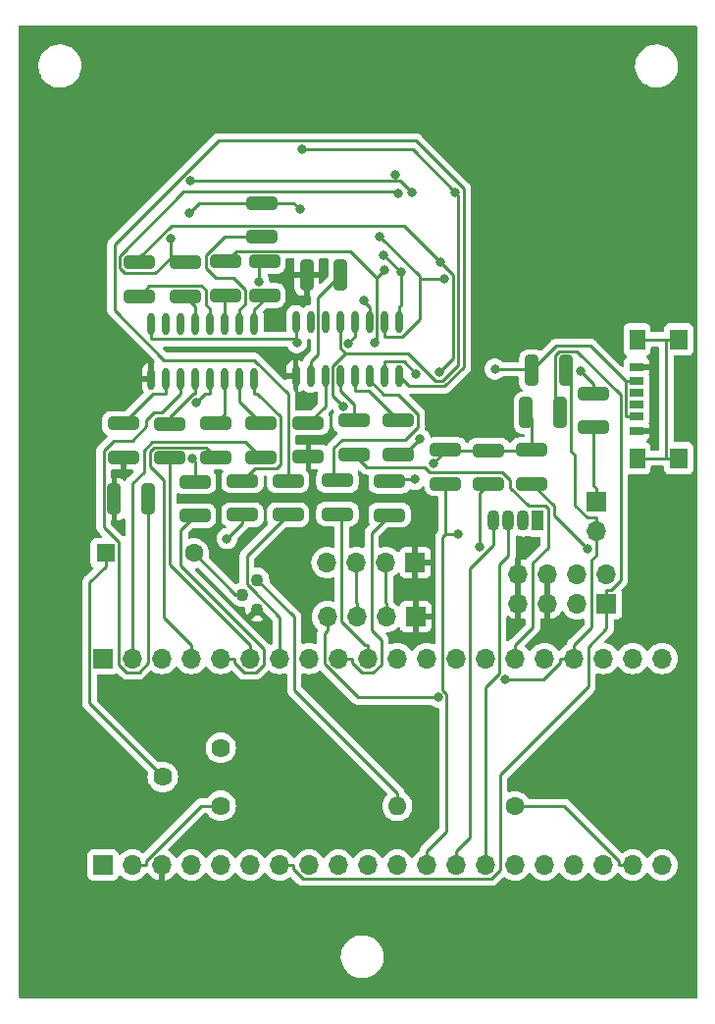
<source format=gbr>
%TF.GenerationSoftware,KiCad,Pcbnew,7.0.7*%
%TF.CreationDate,2024-05-19T18:37:36+02:00*%
%TF.ProjectId,Smart-mobility,536d6172-742d-46d6-9f62-696c6974792e,rev?*%
%TF.SameCoordinates,Original*%
%TF.FileFunction,Copper,L2,Bot*%
%TF.FilePolarity,Positive*%
%FSLAX46Y46*%
G04 Gerber Fmt 4.6, Leading zero omitted, Abs format (unit mm)*
G04 Created by KiCad (PCBNEW 7.0.7) date 2024-05-19 18:37:36*
%MOMM*%
%LPD*%
G01*
G04 APERTURE LIST*
G04 Aperture macros list*
%AMRoundRect*
0 Rectangle with rounded corners*
0 $1 Rounding radius*
0 $2 $3 $4 $5 $6 $7 $8 $9 X,Y pos of 4 corners*
0 Add a 4 corners polygon primitive as box body*
4,1,4,$2,$3,$4,$5,$6,$7,$8,$9,$2,$3,0*
0 Add four circle primitives for the rounded corners*
1,1,$1+$1,$2,$3*
1,1,$1+$1,$4,$5*
1,1,$1+$1,$6,$7*
1,1,$1+$1,$8,$9*
0 Add four rect primitives between the rounded corners*
20,1,$1+$1,$2,$3,$4,$5,0*
20,1,$1+$1,$4,$5,$6,$7,0*
20,1,$1+$1,$6,$7,$8,$9,0*
20,1,$1+$1,$8,$9,$2,$3,0*%
G04 Aperture macros list end*
%TA.AperFunction,ComponentPad*%
%ADD10R,1.070000X1.800000*%
%TD*%
%TA.AperFunction,ComponentPad*%
%ADD11O,1.070000X1.800000*%
%TD*%
%TA.AperFunction,ComponentPad*%
%ADD12R,1.600000X1.600000*%
%TD*%
%TA.AperFunction,ComponentPad*%
%ADD13C,1.600000*%
%TD*%
%TA.AperFunction,ComponentPad*%
%ADD14R,1.700000X1.700000*%
%TD*%
%TA.AperFunction,ComponentPad*%
%ADD15O,1.700000X1.700000*%
%TD*%
%TA.AperFunction,SMDPad,CuDef*%
%ADD16R,1.200000X0.700000*%
%TD*%
%TA.AperFunction,SMDPad,CuDef*%
%ADD17R,1.200000X0.760000*%
%TD*%
%TA.AperFunction,SMDPad,CuDef*%
%ADD18R,1.200000X0.800000*%
%TD*%
%TA.AperFunction,SMDPad,CuDef*%
%ADD19R,1.500000X1.800000*%
%TD*%
%TA.AperFunction,SMDPad,CuDef*%
%ADD20R,1.350000X1.800000*%
%TD*%
%TA.AperFunction,SMDPad,CuDef*%
%ADD21RoundRect,0.250000X1.075000X-0.312500X1.075000X0.312500X-1.075000X0.312500X-1.075000X-0.312500X0*%
%TD*%
%TA.AperFunction,SMDPad,CuDef*%
%ADD22RoundRect,0.250000X-0.312500X-1.075000X0.312500X-1.075000X0.312500X1.075000X-0.312500X1.075000X0*%
%TD*%
%TA.AperFunction,SMDPad,CuDef*%
%ADD23O,0.599999X1.899999*%
%TD*%
%TA.AperFunction,SMDPad,CuDef*%
%ADD24RoundRect,0.250000X-1.075000X0.312500X-1.075000X-0.312500X1.075000X-0.312500X1.075000X0.312500X0*%
%TD*%
%TA.AperFunction,ComponentPad*%
%ADD25C,1.620000*%
%TD*%
%TA.AperFunction,ComponentPad*%
%ADD26O,1.600000X1.600000*%
%TD*%
%TA.AperFunction,ComponentPad*%
%ADD27C,1.100000*%
%TD*%
%TA.AperFunction,ViaPad*%
%ADD28C,0.800000*%
%TD*%
%TA.AperFunction,Conductor*%
%ADD29C,0.250000*%
%TD*%
G04 APERTURE END LIST*
D10*
%TO.P,D26,1,DO*%
%TO.N,Net-(D26-DO)*%
X93045000Y-73175000D03*
D11*
%TO.P,D26,2,GND*%
%TO.N,Net-(D26-GND)*%
X91775000Y-73175000D03*
%TO.P,D26,3,VDD*%
%TO.N,Net-(D26-VDD)*%
X90505000Y-73175000D03*
%TO.P,D26,4,DI*%
%TO.N,Net-(D26-DI)*%
X89235000Y-73175000D03*
%TD*%
D12*
%TO.P,BZ1,1,-*%
%TO.N,Net-(BZ1--)*%
X55750000Y-76000000D03*
D13*
%TO.P,BZ1,2,+*%
%TO.N,Net-(BZ1-+)*%
X63350000Y-76000000D03*
%TD*%
D14*
%TO.P,J2,1,Pin_1*%
%TO.N,GND*%
X82500000Y-81475000D03*
D15*
%TO.P,J2,2,Pin_2*%
%TO.N,+5V*%
X79960000Y-81475000D03*
%TO.P,J2,3,Pin_3*%
%TO.N,Net-(J2-Pin_3)*%
X77420000Y-81475000D03*
%TO.P,J2,4,Pin_4*%
%TO.N,Net-(J2-Pin_4)*%
X74880000Y-81475000D03*
%TD*%
D16*
%TO.P,J1,A5,CC1*%
%TO.N,unconnected-(J1-CC1-PadA5)*%
X101567500Y-62200000D03*
D17*
%TO.P,J1,A9,VBUS*%
%TO.N,+5V*%
X101567500Y-64220000D03*
D18*
%TO.P,J1,A12,GND*%
%TO.N,GND*%
X101567500Y-65450000D03*
D16*
%TO.P,J1,B5,CC2*%
%TO.N,unconnected-(J1-CC2-PadB5)*%
X101567500Y-63200000D03*
D17*
%TO.P,J1,B9,VBUS*%
%TO.N,+5V*%
X101567500Y-61180000D03*
D18*
%TO.P,J1,B12,GND*%
%TO.N,GND*%
X101567500Y-59950000D03*
D19*
%TO.P,J1,S1,SHIELD*%
%TO.N,unconnected-(J1-SHIELD-PadS1)*%
X105202500Y-57575000D03*
D20*
X101622500Y-57575000D03*
D19*
X105202500Y-67825000D03*
D20*
X101622500Y-67825000D03*
%TD*%
D21*
%TO.P,R8,1*%
%TO.N,Net-(J4-Pin_6)*%
X61250000Y-67775000D03*
%TO.P,R8,2*%
%TO.N,Net-(U1-I5)*%
X61250000Y-64850000D03*
%TD*%
D22*
%TO.P,R13,1*%
%TO.N,GND*%
X73112500Y-52000000D03*
%TO.P,R13,2*%
%TO.N,Net-(U2-I7)*%
X76037500Y-52000000D03*
%TD*%
D23*
%TO.P,U2,1,I1*%
%TO.N,Net-(U2-I1)*%
X81045000Y-60750000D03*
%TO.P,U2,2,I2*%
%TO.N,Net-(U2-I2)*%
X79775000Y-60750000D03*
%TO.P,U2,3,I3*%
%TO.N,Net-(U2-I3)*%
X78505000Y-60750000D03*
%TO.P,U2,4,I4*%
%TO.N,Net-(U2-I4)*%
X77235000Y-60750000D03*
%TO.P,U2,5,I5*%
%TO.N,Net-(U2-I5)*%
X75965000Y-60750000D03*
%TO.P,U2,6,I6*%
%TO.N,Net-(U2-I6)*%
X74695000Y-60750000D03*
%TO.P,U2,7,I7*%
%TO.N,Net-(U2-I7)*%
X73425000Y-60750000D03*
%TO.P,U2,8,GND*%
%TO.N,GND*%
X72155000Y-60750000D03*
%TO.P,U2,9,COM*%
%TO.N,+5V*%
X72155000Y-56050000D03*
%TO.P,U2,10,O7*%
%TO.N,unconnected-(U2-O7-Pad10)*%
X73425000Y-56050000D03*
%TO.P,U2,11,O6*%
%TO.N,unconnected-(U2-O6-Pad11)*%
X74695000Y-56050000D03*
%TO.P,U2,12,O5*%
%TO.N,Net-(D10-K)*%
X75965000Y-56050000D03*
%TO.P,U2,13,O4*%
%TO.N,Net-(D14-K)*%
X77235000Y-56050000D03*
%TO.P,U2,14,O3*%
%TO.N,Net-(D13-K)*%
X78505000Y-56050000D03*
%TO.P,U2,15,O2*%
%TO.N,Net-(D12-K)*%
X79775000Y-56050000D03*
%TO.P,U2,16,O1*%
%TO.N,Net-(D1-K)*%
X81045000Y-56050000D03*
%TD*%
D24*
%TO.P,R26,1*%
%TO.N,+5V*%
X97850000Y-62212500D03*
%TO.P,R26,2*%
%TO.N,Net-(J2-Pin_4)*%
X97850000Y-65137500D03*
%TD*%
D14*
%TO.P,J6,1,Pin_1*%
%TO.N,GND*%
X82475000Y-76800000D03*
D15*
%TO.P,J6,2,Pin_2*%
%TO.N,+5V*%
X79935000Y-76800000D03*
%TO.P,J6,3,Pin_3*%
%TO.N,Net-(J2-Pin_3)*%
X77395000Y-76800000D03*
%TO.P,J6,4,Pin_4*%
%TO.N,Net-(J2-Pin_4)*%
X74855000Y-76800000D03*
%TD*%
D14*
%TO.P,SW1,1*%
%TO.N,Net-(J5-Pin_7)*%
X98975000Y-80350000D03*
D15*
%TO.P,SW1,2*%
%TO.N,Net-(J5-Pin_9)*%
X98975000Y-77810000D03*
%TO.P,SW1,3*%
%TO.N,Net-(J5-Pin_10)*%
X96435000Y-80350000D03*
%TO.P,SW1,4*%
%TO.N,Net-(J5-Pin_12)*%
X96435000Y-77810000D03*
%TO.P,SW1,5*%
%TO.N,GND*%
X93895000Y-80350000D03*
%TO.P,SW1,6*%
X93895000Y-77810000D03*
%TO.P,SW1,7*%
X91355000Y-80350000D03*
%TO.P,SW1,8*%
X91355000Y-77810000D03*
%TD*%
D22*
%TO.P,R16,1*%
%TO.N,GND*%
X56487500Y-71350000D03*
%TO.P,R16,2*%
%TO.N,Net-(U1-I6)*%
X59412500Y-71350000D03*
%TD*%
D24*
%TO.P,R3,1*%
%TO.N,Net-(D11-A)*%
X66100000Y-50862500D03*
%TO.P,R3,2*%
%TO.N,Net-(U1-O3)*%
X66100000Y-53787500D03*
%TD*%
D21*
%TO.P,R11,1*%
%TO.N,Net-(J4-Pin_10)*%
X75750000Y-72637500D03*
%TO.P,R11,2*%
%TO.N,Net-(U2-I3)*%
X75750000Y-69712500D03*
%TD*%
D24*
%TO.P,R22,1*%
%TO.N,+3.3V*%
X85100000Y-67075000D03*
%TO.P,R22,2*%
%TO.N,Net-(J5-Pin_12)*%
X85100000Y-70000000D03*
%TD*%
D21*
%TO.P,R9,1*%
%TO.N,GND*%
X57275000Y-67737500D03*
%TO.P,R9,2*%
%TO.N,Net-(U1-I7)*%
X57275000Y-64812500D03*
%TD*%
D25*
%TO.P,R20,1*%
%TO.N,+5V*%
X65680000Y-97790000D03*
%TO.P,R20,2*%
%TO.N,Net-(BZ1--)*%
X60680000Y-95290000D03*
%TO.P,R20,3*%
%TO.N,N/C*%
X65680000Y-92790000D03*
%TD*%
D24*
%TO.P,R2,1*%
%TO.N,Net-(D10-A)*%
X69250000Y-45787500D03*
%TO.P,R2,2*%
%TO.N,Net-(U1-O2)*%
X69250000Y-48712500D03*
%TD*%
%TO.P,R1,1*%
%TO.N,Net-(D1-A)*%
X69450000Y-50862500D03*
%TO.P,R1,2*%
%TO.N,Net-(U1-O1)*%
X69450000Y-53787500D03*
%TD*%
D22*
%TO.P,R27,1*%
%TO.N,+5V*%
X92517500Y-60250000D03*
%TO.P,R27,2*%
%TO.N,Net-(J2-Pin_3)*%
X95442500Y-60250000D03*
%TD*%
D21*
%TO.P,R18,1*%
%TO.N,Net-(J4-Pin_14)*%
X81000000Y-67487500D03*
%TO.P,R18,2*%
%TO.N,Net-(U2-I4)*%
X81000000Y-64562500D03*
%TD*%
D14*
%TO.P,J4,1,Pin_1*%
%TO.N,Net-(J4-Pin_1)*%
X55520000Y-85090000D03*
D15*
%TO.P,J4,2,Pin_2*%
%TO.N,Net-(J4-Pin_2)*%
X58060000Y-85090000D03*
%TO.P,J4,3,Pin_3*%
%TO.N,unconnected-(J4-Pin_3-Pad3)*%
X60600000Y-85090000D03*
%TO.P,J4,4,Pin_4*%
%TO.N,Net-(J4-Pin_4)*%
X63140000Y-85090000D03*
%TO.P,J4,5,Pin_5*%
%TO.N,Net-(J4-Pin_5)*%
X65680000Y-85090000D03*
%TO.P,J4,6,Pin_6*%
%TO.N,Net-(J4-Pin_6)*%
X68220000Y-85090000D03*
%TO.P,J4,7,Pin_7*%
%TO.N,Net-(J4-Pin_7)*%
X70760000Y-85090000D03*
%TO.P,J4,8,Pin_8*%
%TO.N,unconnected-(J4-Pin_8-Pad8)*%
X73300000Y-85090000D03*
%TO.P,J4,9,Pin_9*%
%TO.N,Net-(J4-Pin_9)*%
X75840000Y-85090000D03*
%TO.P,J4,10,Pin_10*%
%TO.N,Net-(J4-Pin_10)*%
X78380000Y-85090000D03*
%TO.P,J4,11,Pin_11*%
%TO.N,unconnected-(J4-Pin_11-Pad11)*%
X80920000Y-85090000D03*
%TO.P,J4,12,Pin_12*%
%TO.N,unconnected-(J4-Pin_12-Pad12)*%
X83460000Y-85090000D03*
%TO.P,J4,13,Pin_13*%
%TO.N,unconnected-(J4-Pin_13-Pad13)*%
X86000000Y-85090000D03*
%TO.P,J4,14,Pin_14*%
%TO.N,Net-(J4-Pin_14)*%
X88540000Y-85090000D03*
%TO.P,J4,15,Pin_15*%
%TO.N,Net-(J4-Pin_15)*%
X91080000Y-85090000D03*
%TO.P,J4,16,Pin_16*%
%TO.N,Net-(J2-Pin_4)*%
X93620000Y-85090000D03*
%TO.P,J4,17,Pin_17*%
%TO.N,Net-(J2-Pin_3)*%
X96160000Y-85090000D03*
%TO.P,J4,18,Pin_18*%
%TO.N,unconnected-(J4-Pin_18-Pad18)*%
X98700000Y-85090000D03*
%TO.P,J4,19,Pin_19*%
%TO.N,unconnected-(J4-Pin_19-Pad19)*%
X101240000Y-85090000D03*
%TO.P,J4,20,Pin_20*%
%TO.N,unconnected-(J4-Pin_20-Pad20)*%
X103780000Y-85090000D03*
%TD*%
D24*
%TO.P,R24,1*%
%TO.N,+3.3V*%
X92525000Y-67080000D03*
%TO.P,R24,2*%
%TO.N,Net-(J5-Pin_9)*%
X92525000Y-70005000D03*
%TD*%
D21*
%TO.P,R7,1*%
%TO.N,Net-(J4-Pin_4)*%
X65250000Y-67737500D03*
%TO.P,R7,2*%
%TO.N,Net-(U1-I3)*%
X65250000Y-64812500D03*
%TD*%
%TO.P,R19,1*%
%TO.N,GND*%
X73250000Y-67687500D03*
%TO.P,R19,2*%
%TO.N,Net-(U2-I6)*%
X73250000Y-64762500D03*
%TD*%
D24*
%TO.P,R4,1*%
%TO.N,Net-(D16-A)*%
X58625000Y-50912500D03*
%TO.P,R4,2*%
%TO.N,Net-(U1-O4)*%
X58625000Y-53837500D03*
%TD*%
D14*
%TO.P,J3,1,Pin_1*%
%TO.N,Net-(J2-Pin_4)*%
X98100000Y-71600000D03*
D15*
%TO.P,J3,2,Pin_2*%
%TO.N,Net-(J2-Pin_3)*%
X98100000Y-74140000D03*
%TD*%
D21*
%TO.P,R15,1*%
%TO.N,Net-(J4-Pin_5)*%
X63450000Y-72762500D03*
%TO.P,R15,2*%
%TO.N,Net-(U1-I4)*%
X63450000Y-69837500D03*
%TD*%
D22*
%TO.P,R25,1*%
%TO.N,+3.3V*%
X92037500Y-63900000D03*
%TO.P,R25,2*%
%TO.N,Net-(J5-Pin_7)*%
X94962500Y-63900000D03*
%TD*%
D24*
%TO.P,R23,1*%
%TO.N,+3.3V*%
X88800000Y-67137500D03*
%TO.P,R23,2*%
%TO.N,Net-(J5-Pin_10)*%
X88800000Y-70062500D03*
%TD*%
D21*
%TO.P,R12,1*%
%TO.N,Net-(J4-Pin_15)*%
X77150000Y-67487500D03*
%TO.P,R12,2*%
%TO.N,Net-(U2-I5)*%
X77150000Y-64562500D03*
%TD*%
D24*
%TO.P,R5,1*%
%TO.N,Net-(D21-A)*%
X62650000Y-50912500D03*
%TO.P,R5,2*%
%TO.N,Net-(U1-O5)*%
X62650000Y-53837500D03*
%TD*%
D21*
%TO.P,R14,1*%
%TO.N,Net-(J4-Pin_2)*%
X69150000Y-67737500D03*
%TO.P,R14,2*%
%TO.N,Net-(U1-I2)*%
X69150000Y-64812500D03*
%TD*%
D13*
%TO.P,R21,1*%
%TO.N,Net-(J5-Pin_19)*%
X91080000Y-97815000D03*
D26*
%TO.P,R21,2*%
%TO.N,Net-(Q1-B)*%
X80920000Y-97815000D03*
%TD*%
D23*
%TO.P,U1,1,I1*%
%TO.N,Net-(U1-I1)*%
X68580000Y-60960000D03*
%TO.P,U1,2,I2*%
%TO.N,Net-(U1-I2)*%
X67310000Y-60960000D03*
%TO.P,U1,3,I3*%
%TO.N,Net-(U1-I3)*%
X66040000Y-60960000D03*
%TO.P,U1,4,I4*%
%TO.N,Net-(U1-I4)*%
X64770000Y-60960000D03*
%TO.P,U1,5,I5*%
%TO.N,Net-(U1-I5)*%
X63500000Y-60960000D03*
%TO.P,U1,6,I6*%
%TO.N,Net-(U1-I6)*%
X62230000Y-60960000D03*
%TO.P,U1,7,I7*%
%TO.N,Net-(U1-I7)*%
X60960000Y-60960000D03*
%TO.P,U1,8,GND*%
%TO.N,GND*%
X59690000Y-60960000D03*
%TO.P,U1,9,COM*%
%TO.N,+5V*%
X59690000Y-56260000D03*
%TO.P,U1,10,O7*%
%TO.N,unconnected-(U1-O7-Pad10)*%
X60960000Y-56260000D03*
%TO.P,U1,11,O6*%
%TO.N,unconnected-(U1-O6-Pad11)*%
X62230000Y-56260000D03*
%TO.P,U1,12,O5*%
%TO.N,Net-(U1-O5)*%
X63500000Y-56260000D03*
%TO.P,U1,13,O4*%
%TO.N,Net-(U1-O4)*%
X64770000Y-56260000D03*
%TO.P,U1,14,O3*%
%TO.N,Net-(U1-O3)*%
X66040000Y-56260000D03*
%TO.P,U1,15,O2*%
%TO.N,Net-(U1-O2)*%
X67310000Y-56260000D03*
%TO.P,U1,16,O1*%
%TO.N,Net-(U1-O1)*%
X68580000Y-56260000D03*
%TD*%
D27*
%TO.P,Q1,1,C*%
%TO.N,Net-(BZ1-+)*%
X67555000Y-79575000D03*
%TO.P,Q1,2,B*%
%TO.N,Net-(Q1-B)*%
X68825000Y-78305000D03*
%TO.P,Q1,3,E*%
%TO.N,GND*%
X68825000Y-80845000D03*
%TD*%
D21*
%TO.P,R6,1*%
%TO.N,Net-(J4-Pin_1)*%
X67550000Y-72687500D03*
%TO.P,R6,2*%
%TO.N,Net-(U1-I1)*%
X67550000Y-69762500D03*
%TD*%
%TO.P,R10,1*%
%TO.N,Net-(J4-Pin_7)*%
X71475000Y-72687500D03*
%TO.P,R10,2*%
%TO.N,Net-(U2-I1)*%
X71475000Y-69762500D03*
%TD*%
%TO.P,R17,1*%
%TO.N,Net-(J4-Pin_9)*%
X80250000Y-72712500D03*
%TO.P,R17,2*%
%TO.N,Net-(U2-I2)*%
X80250000Y-69787500D03*
%TD*%
D14*
%TO.P,J5,1,Pin_1*%
%TO.N,unconnected-(J5-Pin_1-Pad1)*%
X55520000Y-102895000D03*
D15*
%TO.P,J5,2,Pin_2*%
%TO.N,+5V*%
X58060000Y-102895000D03*
%TO.P,J5,3,Pin_3*%
%TO.N,GND*%
X60600000Y-102895000D03*
%TO.P,J5,4,Pin_4*%
%TO.N,unconnected-(J5-Pin_4-Pad4)*%
X63140000Y-102895000D03*
%TO.P,J5,5,Pin_5*%
%TO.N,+3.3V*%
X65680000Y-102895000D03*
%TO.P,J5,6,Pin_6*%
%TO.N,unconnected-(J5-Pin_6-Pad6)*%
X68220000Y-102895000D03*
%TO.P,J5,7,Pin_7*%
%TO.N,Net-(J5-Pin_7)*%
X70760000Y-102895000D03*
%TO.P,J5,8,Pin_8*%
%TO.N,unconnected-(J5-Pin_8-Pad8)*%
X73300000Y-102895000D03*
%TO.P,J5,9,Pin_9*%
%TO.N,Net-(J5-Pin_9)*%
X75840000Y-102895000D03*
%TO.P,J5,10,Pin_10*%
%TO.N,Net-(J5-Pin_10)*%
X78380000Y-102895000D03*
%TO.P,J5,11,Pin_11*%
%TO.N,unconnected-(J5-Pin_11-Pad11)*%
X80920000Y-102895000D03*
%TO.P,J5,12,Pin_12*%
%TO.N,Net-(J5-Pin_12)*%
X83460000Y-102895000D03*
%TO.P,J5,13,Pin_13*%
%TO.N,Net-(D26-DI)*%
X86000000Y-102895000D03*
%TO.P,J5,14,Pin_14*%
%TO.N,Net-(D26-VDD)*%
X88540000Y-102895000D03*
%TO.P,J5,15,Pin_15*%
%TO.N,Net-(D26-GND)*%
X91080000Y-102895000D03*
%TO.P,J5,16,Pin_16*%
%TO.N,Net-(D26-DO)*%
X93620000Y-102895000D03*
%TO.P,J5,17,Pin_17*%
%TO.N,unconnected-(J5-Pin_17-Pad17)*%
X96160000Y-102895000D03*
%TO.P,J5,18,Pin_18*%
%TO.N,unconnected-(J5-Pin_18-Pad18)*%
X98700000Y-102895000D03*
%TO.P,J5,19,Pin_19*%
%TO.N,Net-(J5-Pin_19)*%
X101240000Y-102895000D03*
%TO.P,J5,20,Pin_20*%
%TO.N,unconnected-(J5-Pin_20-Pad20)*%
X103780000Y-102895000D03*
%TD*%
D28*
%TO.N,Net-(D1-K)*%
X63041700Y-43902100D03*
X82176700Y-44875000D03*
X80776500Y-43405400D03*
X79768600Y-50272600D03*
X81233400Y-51759800D03*
%TO.N,Net-(D1-A)*%
X68972500Y-52622000D03*
%TO.N,Net-(D12-K)*%
X84998200Y-52320500D03*
X79422500Y-48717200D03*
%TO.N,Net-(D13-K)*%
X78052500Y-54207600D03*
%TO.N,Net-(D14-K)*%
X76701300Y-57954600D03*
%TO.N,Net-(D10-K)*%
X72683000Y-41192300D03*
X85914400Y-44857300D03*
X76288000Y-63378200D03*
%TO.N,Net-(D10-A)*%
X62945000Y-46662200D03*
X72496600Y-46338300D03*
%TO.N,Net-(D11-A)*%
X79780400Y-51593300D03*
X78969700Y-57836600D03*
%TO.N,Net-(D16-A)*%
X84531200Y-60415100D03*
X84641700Y-50903800D03*
%TO.N,Net-(D21-A)*%
X80974200Y-45012600D03*
X61324400Y-48873600D03*
%TO.N,+5V*%
X89347900Y-60127900D03*
X72260100Y-57842900D03*
X96761800Y-60304900D03*
%TO.N,Net-(J2-Pin_3)*%
X90209900Y-86912500D03*
%TO.N,Net-(J4-Pin_1)*%
X66208700Y-74751500D03*
%TO.N,Net-(U1-I4)*%
X63562200Y-62973300D03*
X63185400Y-67799800D03*
%TO.N,Net-(U2-I2)*%
X82414000Y-69649600D03*
X82544800Y-60544200D03*
%TO.N,Net-(J2-Pin_4)*%
X84442300Y-88431700D03*
%TO.N,Net-(J4-Pin_14)*%
X82883100Y-66150100D03*
%TO.N,+3.3V*%
X84017400Y-68285800D03*
%TO.N,Net-(J5-Pin_9)*%
X97347200Y-75652700D03*
%TO.N,Net-(J5-Pin_10)*%
X88053900Y-75442400D03*
%TO.N,Net-(J5-Pin_12)*%
X86153500Y-74340600D03*
%TD*%
D29*
%TO.N,Net-(D1-K)*%
X81233400Y-54584700D02*
X81233400Y-51759800D01*
X81045000Y-56050000D02*
X81045000Y-54773100D01*
X81045000Y-54773100D02*
X81233400Y-54584700D01*
X80776500Y-43842400D02*
X63101400Y-43842400D01*
X81233400Y-51759800D02*
X81233400Y-51737400D01*
X63101400Y-43842400D02*
X63041700Y-43902100D01*
X80776500Y-43405400D02*
X80776500Y-43842400D01*
X81144100Y-43842400D02*
X82176700Y-44875000D01*
X80776500Y-43842400D02*
X81144100Y-43842400D01*
X81233400Y-51737400D02*
X79768600Y-50272600D01*
%TO.N,Net-(D1-A)*%
X68972500Y-51340000D02*
X68972500Y-52622000D01*
X69450000Y-50862500D02*
X68972500Y-51340000D01*
%TO.N,Net-(D12-K)*%
X82822300Y-52117000D02*
X79422500Y-48717200D01*
X82822300Y-52320500D02*
X84998200Y-52320500D01*
X81350400Y-57326900D02*
X82822300Y-55855000D01*
X79775000Y-56050000D02*
X79775000Y-57326900D01*
X79775000Y-57326900D02*
X81350400Y-57326900D01*
X82822300Y-55855000D02*
X82822300Y-52320500D01*
X82822300Y-52320500D02*
X82822300Y-52117000D01*
%TO.N,Net-(D13-K)*%
X78052500Y-54320600D02*
X78052500Y-54207600D01*
X78505000Y-56050000D02*
X78505000Y-54773100D01*
X78505000Y-54773100D02*
X78052500Y-54320600D01*
%TO.N,Net-(D14-K)*%
X76701300Y-57860600D02*
X76701300Y-57954600D01*
X77235000Y-57326900D02*
X76701300Y-57860600D01*
X77235000Y-56050000D02*
X77235000Y-57326900D01*
%TO.N,Net-(D10-K)*%
X75965000Y-58291100D02*
X76420100Y-58746200D01*
X85914400Y-44857300D02*
X82249400Y-41192300D01*
X86203300Y-45146200D02*
X86203300Y-59773800D01*
X86203300Y-59773800D02*
X84827400Y-61149700D01*
X84223700Y-61149700D02*
X81820200Y-58746200D01*
X75322100Y-62412300D02*
X76288000Y-63378200D01*
X81820200Y-58746200D02*
X76420100Y-58746200D01*
X76420100Y-58746200D02*
X75322100Y-59844200D01*
X82249400Y-41192300D02*
X72683000Y-41192300D01*
X75965000Y-56050000D02*
X75965000Y-58291100D01*
X84827400Y-61149700D02*
X84223700Y-61149700D01*
X85914400Y-44857300D02*
X86203300Y-45146200D01*
X75322100Y-59844200D02*
X75322100Y-62412300D01*
%TO.N,Net-(D10-A)*%
X71945800Y-45787500D02*
X72496600Y-46338300D01*
X62945000Y-46662200D02*
X63819700Y-45787500D01*
X69250000Y-45787500D02*
X71945800Y-45787500D01*
X63819700Y-45787500D02*
X69250000Y-45787500D01*
%TO.N,Net-(D11-A)*%
X79133300Y-57673000D02*
X78969700Y-57836600D01*
X76852300Y-49959400D02*
X79133300Y-52240400D01*
X67003100Y-49959400D02*
X76852300Y-49959400D01*
X79780400Y-51593300D02*
X79133300Y-52240400D01*
X79133300Y-52240400D02*
X79133300Y-57673000D01*
X66100000Y-50862500D02*
X67003100Y-49959400D01*
%TO.N,Net-(D16-A)*%
X58625000Y-50522500D02*
X61411800Y-47735700D01*
X85730400Y-59215900D02*
X84531200Y-60415100D01*
X61411800Y-47735700D02*
X81473600Y-47735700D01*
X84641700Y-50903800D02*
X85730400Y-51992500D01*
X85730400Y-51992500D02*
X85730400Y-59215900D01*
X81473600Y-47735700D02*
X84641700Y-50903800D01*
X58625000Y-50912500D02*
X58625000Y-50522500D01*
%TO.N,Net-(D21-A)*%
X80802400Y-44840800D02*
X80974200Y-45012600D01*
X61324400Y-50528000D02*
X60012200Y-51840200D01*
X57345200Y-51840200D02*
X56959900Y-51454900D01*
X62484800Y-44840800D02*
X80802400Y-44840800D01*
X62650000Y-50912500D02*
X62265500Y-50528000D01*
X60012200Y-51840200D02*
X57345200Y-51840200D01*
X56959900Y-50365700D02*
X62484800Y-44840800D01*
X62265500Y-50528000D02*
X61324400Y-50528000D01*
X56959900Y-51454900D02*
X56959900Y-50365700D01*
X61324400Y-50528000D02*
X61324400Y-48873600D01*
%TO.N,+5V*%
X100640600Y-61180000D02*
X100640600Y-64220000D01*
X101567500Y-64220000D02*
X100640600Y-64220000D01*
X79960000Y-80298100D02*
X79935000Y-80273100D01*
X92395400Y-60127900D02*
X92517500Y-60250000D01*
X100640600Y-61180000D02*
X101567500Y-61180000D01*
X59236900Y-102527200D02*
X63974100Y-97790000D01*
X89347900Y-60127900D02*
X92395400Y-60127900D01*
X59690000Y-56260000D02*
X59690000Y-57536900D01*
X79935000Y-80273100D02*
X79935000Y-76800000D01*
X97594400Y-58133800D02*
X100640600Y-61180000D01*
X72260100Y-57842900D02*
X72155000Y-57737800D01*
X63974100Y-97790000D02*
X65680000Y-97790000D01*
X92517500Y-60250000D02*
X94633700Y-58133800D01*
X59236900Y-102895000D02*
X59236900Y-102527200D01*
X94633700Y-58133800D02*
X97594400Y-58133800D01*
X72155000Y-57737800D02*
X72155000Y-57536900D01*
X59690000Y-57536900D02*
X72155000Y-57536900D01*
X96761800Y-60304900D02*
X97850000Y-61393100D01*
X58060000Y-102895000D02*
X59236900Y-102895000D01*
X72155000Y-57536900D02*
X72155000Y-56050000D01*
X97850000Y-61393100D02*
X97850000Y-62212500D01*
X79960000Y-81475000D02*
X79960000Y-80298100D01*
%TO.N,unconnected-(J1-SHIELD-PadS1)*%
X104125600Y-67825000D02*
X104125600Y-57575000D01*
X105202500Y-57575000D02*
X104125600Y-57575000D01*
X101622500Y-67825000D02*
X104125600Y-67825000D01*
X104125600Y-67825000D02*
X105202500Y-67825000D01*
X101622500Y-57575000D02*
X104125600Y-57575000D01*
%TO.N,Net-(BZ1--)*%
X55750000Y-77126900D02*
X54343100Y-78533800D01*
X55750000Y-76000000D02*
X55750000Y-77126900D01*
X54343100Y-78533800D02*
X54343100Y-88953100D01*
X54343100Y-88953100D02*
X60680000Y-95290000D01*
%TO.N,Net-(J2-Pin_3)*%
X96160000Y-83913100D02*
X97705000Y-82368100D01*
X77420000Y-80298100D02*
X77395000Y-80273100D01*
X98100000Y-72963100D02*
X97299900Y-72963100D01*
X96160000Y-85090000D02*
X96160000Y-83913100D01*
X98100000Y-73551500D02*
X98100000Y-72963100D01*
X96160000Y-85090000D02*
X94983100Y-85090000D01*
X77395000Y-80273100D02*
X77395000Y-76800000D01*
X96202500Y-71865700D02*
X96202500Y-67498700D01*
X97705000Y-82368100D02*
X97705000Y-76592400D01*
X97299900Y-72963100D02*
X96202500Y-71865700D01*
X98100000Y-74140000D02*
X98100000Y-75316900D01*
X95922200Y-67218400D02*
X95922200Y-60729700D01*
X98100000Y-73551500D02*
X98100000Y-74140000D01*
X97705000Y-76592400D02*
X98100000Y-76197400D01*
X94983100Y-85457800D02*
X93528400Y-86912500D01*
X98100000Y-76197400D02*
X98100000Y-75316900D01*
X96202500Y-67498700D02*
X95922200Y-67218400D01*
X94983100Y-85090000D02*
X94983100Y-85457800D01*
X95922200Y-60729700D02*
X95442500Y-60250000D01*
X93528400Y-86912500D02*
X90209900Y-86912500D01*
X77420000Y-81475000D02*
X77420000Y-80298100D01*
%TO.N,Net-(J4-Pin_1)*%
X67550000Y-73410200D02*
X67550000Y-72687500D01*
X66208700Y-74751500D02*
X67550000Y-73410200D01*
%TO.N,Net-(J4-Pin_2)*%
X58060000Y-69957800D02*
X58060000Y-85090000D01*
X59031100Y-68986700D02*
X58060000Y-69957800D01*
X67798800Y-66386300D02*
X59785100Y-66386300D01*
X69150000Y-67737500D02*
X67798800Y-66386300D01*
X59785100Y-66386300D02*
X59031100Y-67140300D01*
X59031100Y-67140300D02*
X59031100Y-68986700D01*
%TO.N,Net-(J4-Pin_4)*%
X64380800Y-66868300D02*
X65250000Y-67737500D01*
X59943400Y-66868300D02*
X64380800Y-66868300D01*
X59587000Y-68486100D02*
X59587000Y-67224700D01*
X60799600Y-69698700D02*
X59587000Y-68486100D01*
X63140000Y-85090000D02*
X63140000Y-83913100D01*
X59587000Y-67224700D02*
X59943400Y-66868300D01*
X60799600Y-81572700D02*
X60799600Y-69698700D01*
X63140000Y-83913100D02*
X60799600Y-81572700D01*
%TO.N,Net-(J4-Pin_5)*%
X65680000Y-85090000D02*
X66856900Y-85090000D01*
X68725900Y-86269600D02*
X69408300Y-85587200D01*
X69408300Y-84282400D02*
X62214900Y-77089000D01*
X66856900Y-85457800D02*
X67668700Y-86269600D01*
X69408300Y-85587200D02*
X69408300Y-84282400D01*
X67668700Y-86269600D02*
X68725900Y-86269600D01*
X62214900Y-73997600D02*
X63450000Y-72762500D01*
X66856900Y-85090000D02*
X66856900Y-85457800D01*
X62214900Y-77089000D02*
X62214900Y-73997600D01*
%TO.N,Net-(J4-Pin_6)*%
X68220000Y-83913100D02*
X61251500Y-76944600D01*
X68220000Y-85090000D02*
X68220000Y-83913100D01*
X61251500Y-67776500D02*
X61250000Y-67775000D01*
X61251500Y-76944600D02*
X61251500Y-67776500D01*
%TO.N,Net-(J4-Pin_7)*%
X70760000Y-85090000D02*
X70760000Y-81539800D01*
X68431900Y-79211800D02*
X68431900Y-79181900D01*
X67947600Y-78697600D02*
X67947600Y-76214900D01*
X70760000Y-81539800D02*
X68432000Y-79211800D01*
X68432000Y-79211800D02*
X68431900Y-79211800D01*
X67947600Y-76214900D02*
X71475000Y-72687500D01*
X68431900Y-79181900D02*
X67947600Y-78697600D01*
%TO.N,Net-(J4-Pin_9)*%
X77876300Y-86315200D02*
X77016900Y-85455800D01*
X75840000Y-85090000D02*
X77016900Y-85090000D01*
X78706300Y-74256200D02*
X78706300Y-82682100D01*
X79560100Y-83535900D02*
X79560100Y-85580100D01*
X77016900Y-85455800D02*
X77016900Y-85090000D01*
X78706300Y-82682100D02*
X79560100Y-83535900D01*
X78825000Y-86315200D02*
X77876300Y-86315200D01*
X80250000Y-72712500D02*
X78706300Y-74256200D01*
X79560100Y-85580100D02*
X78825000Y-86315200D01*
%TO.N,Net-(J4-Pin_10)*%
X78380000Y-83913100D02*
X78159300Y-83913100D01*
X76125000Y-73012500D02*
X75750000Y-72637500D01*
X78380000Y-85090000D02*
X78380000Y-83913100D01*
X76125000Y-81878800D02*
X76125000Y-73012500D01*
X78159300Y-83913100D02*
X76125000Y-81878800D01*
%TO.N,Net-(BZ1-+)*%
X66925000Y-79575000D02*
X63350000Y-76000000D01*
X67555000Y-79575000D02*
X66925000Y-79575000D01*
%TO.N,Net-(U1-O1)*%
X69450000Y-54113100D02*
X69450000Y-53787500D01*
X68580000Y-54983100D02*
X69450000Y-54113100D01*
X68580000Y-56260000D02*
X68580000Y-54983100D01*
%TO.N,Net-(U1-O2)*%
X67310000Y-56260000D02*
X67310000Y-54983100D01*
X67310000Y-54983100D02*
X67774900Y-54518200D01*
X66767100Y-52236100D02*
X65243900Y-52236100D01*
X66019200Y-48712500D02*
X69250000Y-48712500D01*
X64400100Y-51392300D02*
X64400100Y-50331600D01*
X64400100Y-50331600D02*
X66019200Y-48712500D01*
X67774900Y-53243900D02*
X66767100Y-52236100D01*
X65243900Y-52236100D02*
X64400100Y-51392300D01*
X67774900Y-54518200D02*
X67774900Y-53243900D01*
%TO.N,Net-(U1-O3)*%
X66040000Y-56260000D02*
X66040000Y-53847500D01*
X66040000Y-53847500D02*
X66100000Y-53787500D01*
%TO.N,Net-(U1-O4)*%
X64770000Y-54983100D02*
X64375000Y-54588100D01*
X59529600Y-52932900D02*
X58625000Y-53837500D01*
X64375000Y-54588100D02*
X64375000Y-53318300D01*
X63989600Y-52932900D02*
X59529600Y-52932900D01*
X64770000Y-56260000D02*
X64770000Y-54983100D01*
X64375000Y-53318300D02*
X63989600Y-52932900D01*
%TO.N,Net-(U1-O5)*%
X63500000Y-54687500D02*
X62650000Y-53837500D01*
X63500000Y-56260000D02*
X63500000Y-54687500D01*
%TO.N,Net-(U1-I1)*%
X68580000Y-60960000D02*
X68580000Y-62236900D01*
X70818400Y-68366200D02*
X70818400Y-64215400D01*
X67550000Y-69762500D02*
X68662100Y-68650400D01*
X68662100Y-68650400D02*
X70534200Y-68650400D01*
X68839900Y-62236900D02*
X68580000Y-62236900D01*
X70534200Y-68650400D02*
X70818400Y-68366200D01*
X70818400Y-64215400D02*
X68839900Y-62236900D01*
%TO.N,Net-(U1-I3)*%
X66040000Y-60960000D02*
X66040000Y-64022500D01*
X66040000Y-64022500D02*
X65250000Y-64812500D01*
%TO.N,Net-(U1-I5)*%
X63262600Y-62236900D02*
X61250000Y-64249500D01*
X63500000Y-60960000D02*
X63500000Y-62236900D01*
X61250000Y-64249500D02*
X61250000Y-64850000D01*
X63500000Y-62236900D02*
X63262600Y-62236900D01*
%TO.N,Net-(U1-I7)*%
X60960000Y-60960000D02*
X60960000Y-62236900D01*
X59850600Y-62236900D02*
X57275000Y-64812500D01*
X60960000Y-62236900D02*
X59850600Y-62236900D01*
%TO.N,Net-(U2-I1)*%
X81896600Y-61601600D02*
X81045000Y-60750000D01*
X86665900Y-59951200D02*
X85015500Y-61601600D01*
X85015500Y-61601600D02*
X81896600Y-61601600D01*
X56503800Y-55049400D02*
X56503800Y-49389600D01*
X56503800Y-49389600D02*
X65480600Y-40412800D01*
X71475000Y-69762500D02*
X71475000Y-62281700D01*
X86665900Y-44574900D02*
X86665900Y-59951200D01*
X60789300Y-59334900D02*
X56503800Y-55049400D01*
X82503800Y-40412800D02*
X86665900Y-44574900D01*
X71475000Y-62281700D02*
X68528200Y-59334900D01*
X68528200Y-59334900D02*
X60789300Y-59334900D01*
X65480600Y-40412800D02*
X82503800Y-40412800D01*
%TO.N,Net-(U2-I3)*%
X75441000Y-69403500D02*
X75750000Y-69712500D01*
X78505000Y-61090300D02*
X79760200Y-62345500D01*
X78505000Y-60750000D02*
X78505000Y-61090300D01*
X82701600Y-65089600D02*
X81567600Y-66223600D01*
X76151800Y-66223600D02*
X75441000Y-66934400D01*
X75441000Y-66934400D02*
X75441000Y-69403500D01*
X81012100Y-62345500D02*
X82701600Y-64035000D01*
X81567600Y-66223600D02*
X76151800Y-66223600D01*
X82701600Y-64035000D02*
X82701600Y-65089600D01*
X79760200Y-62345500D02*
X81012100Y-62345500D01*
%TO.N,Net-(U2-I5)*%
X75965000Y-60750000D02*
X75965000Y-62026900D01*
X77150000Y-63211900D02*
X75965000Y-62026900D01*
X77150000Y-64562500D02*
X77150000Y-63211900D01*
%TO.N,Net-(U2-I7)*%
X74051900Y-58846200D02*
X74051900Y-53985600D01*
X73425000Y-59473100D02*
X74051900Y-58846200D01*
X73425000Y-60750000D02*
X73425000Y-59473100D01*
X74051900Y-53985600D02*
X76037500Y-52000000D01*
%TO.N,Net-(U1-I2)*%
X67310000Y-62972500D02*
X69150000Y-64812500D01*
X67310000Y-60960000D02*
X67310000Y-62972500D01*
%TO.N,Net-(U1-I4)*%
X64298600Y-62236900D02*
X63562200Y-62973300D01*
X63185400Y-67799800D02*
X63450000Y-68064400D01*
X63450000Y-68064400D02*
X63450000Y-69837500D01*
X64770000Y-62236900D02*
X64298600Y-62236900D01*
X64770000Y-60960000D02*
X64770000Y-62236900D01*
%TO.N,Net-(U1-I6)*%
X62230000Y-60960000D02*
X62230000Y-62236900D01*
X55567400Y-73755100D02*
X56876900Y-75064600D01*
X58021500Y-66275000D02*
X56463200Y-66275000D01*
X62230000Y-62236900D02*
X60625100Y-63841800D01*
X56463200Y-66275000D02*
X55567400Y-67170800D01*
X59412500Y-85472900D02*
X59412500Y-71350000D01*
X59243800Y-65052700D02*
X58021500Y-66275000D01*
X55567400Y-67170800D02*
X55567400Y-73755100D01*
X59954100Y-63841800D02*
X59243800Y-64552100D01*
X57576600Y-86278300D02*
X58607100Y-86278300D01*
X59243800Y-64552100D02*
X59243800Y-65052700D01*
X58607100Y-86278300D02*
X59412500Y-85472900D01*
X56876900Y-75064600D02*
X56876900Y-85578600D01*
X60625100Y-63841800D02*
X59954100Y-63841800D01*
X56876900Y-85578600D02*
X57576600Y-86278300D01*
%TO.N,Net-(U2-I2)*%
X80387900Y-69649600D02*
X80250000Y-69787500D01*
X79775000Y-59473100D02*
X81473700Y-59473100D01*
X79775000Y-60750000D02*
X79775000Y-59473100D01*
X82414000Y-69649600D02*
X80387900Y-69649600D01*
X81473700Y-59473100D02*
X82544800Y-60544200D01*
%TO.N,Net-(U2-I4)*%
X77235000Y-60750000D02*
X77235000Y-62026900D01*
X78464400Y-62026900D02*
X81000000Y-64562500D01*
X77235000Y-62026900D02*
X78464400Y-62026900D01*
%TO.N,Net-(U2-I6)*%
X74695000Y-63317500D02*
X73250000Y-64762500D01*
X74695000Y-60750000D02*
X74695000Y-63317500D01*
%TO.N,Net-(D26-VDD)*%
X90505000Y-73175000D02*
X90505000Y-76225000D01*
X88540000Y-102895000D02*
X88540000Y-101718100D01*
X88540000Y-87554500D02*
X88540000Y-101718100D01*
X89716900Y-77013100D02*
X89716900Y-86377600D01*
X89716900Y-86377600D02*
X88540000Y-87554500D01*
X90505000Y-76225000D02*
X89716900Y-77013100D01*
%TO.N,Net-(D26-DI)*%
X87176900Y-100541200D02*
X87176900Y-77347400D01*
X86000000Y-101718100D02*
X87176900Y-100541200D01*
X87176900Y-77347400D02*
X89235000Y-75289300D01*
X89235000Y-73175000D02*
X89235000Y-74401900D01*
X89235000Y-75289300D02*
X89235000Y-74401900D01*
X86000000Y-102895000D02*
X86000000Y-101718100D01*
%TO.N,Net-(J2-Pin_4)*%
X74628100Y-82903800D02*
X74880000Y-82651900D01*
X77514400Y-88431700D02*
X74628100Y-85545400D01*
X97850000Y-70173100D02*
X97850000Y-65137500D01*
X98100000Y-70423100D02*
X97850000Y-70173100D01*
X74880000Y-81475000D02*
X74880000Y-82651900D01*
X84442300Y-88431700D02*
X77514400Y-88431700D01*
X98100000Y-71600000D02*
X98100000Y-70423100D01*
X74628100Y-85545400D02*
X74628100Y-82903800D01*
%TO.N,Net-(J4-Pin_14)*%
X81545700Y-67487500D02*
X82883100Y-66150100D01*
X81000000Y-67487500D02*
X81545700Y-67487500D01*
%TO.N,Net-(J4-Pin_15)*%
X92625000Y-76797900D02*
X92625000Y-82368100D01*
X77150000Y-67487500D02*
X78262500Y-68600000D01*
X91080000Y-85090000D02*
X91080000Y-83913100D01*
X90691200Y-69727900D02*
X90691200Y-70379400D01*
X92625000Y-82368100D02*
X91080000Y-83913100D01*
X78262500Y-68600000D02*
X83303700Y-68600000D01*
X83716400Y-69012700D02*
X89976000Y-69012700D01*
X93723900Y-71939000D02*
X93919000Y-72134100D01*
X90691200Y-70379400D02*
X92250800Y-71939000D01*
X92250800Y-71939000D02*
X93723900Y-71939000D01*
X93919000Y-72134100D02*
X93919000Y-75503900D01*
X93919000Y-75503900D02*
X92625000Y-76797900D01*
X89976000Y-69012700D02*
X90691200Y-69727900D01*
X83303700Y-68600000D02*
X83716400Y-69012700D01*
%TO.N,Net-(J5-Pin_7)*%
X98975000Y-79173100D02*
X99342800Y-79173100D01*
X94528300Y-58918900D02*
X94528300Y-63465800D01*
X94528300Y-63465800D02*
X94962500Y-63900000D01*
X70760000Y-102895000D02*
X71936900Y-102895000D01*
X71936900Y-103262800D02*
X72761400Y-104087300D01*
X96444700Y-58597200D02*
X94850000Y-58597200D01*
X89037100Y-104087300D02*
X89810000Y-103314400D01*
X99342800Y-79173100D02*
X100179400Y-78336500D01*
X72761400Y-104087300D02*
X89037100Y-104087300D01*
X100179400Y-78336500D02*
X100179400Y-62331900D01*
X89810000Y-95137700D02*
X97429900Y-87517800D01*
X94850000Y-58597200D02*
X94528300Y-58918900D01*
X97429900Y-87517800D02*
X97429900Y-84073200D01*
X97429900Y-84073200D02*
X98975000Y-82528100D01*
X98975000Y-82528100D02*
X98975000Y-80350000D01*
X100179400Y-62331900D02*
X96444700Y-58597200D01*
X89810000Y-103314400D02*
X89810000Y-95137700D01*
X98975000Y-80350000D02*
X98975000Y-79173100D01*
X71936900Y-102895000D02*
X71936900Y-103262800D01*
%TO.N,Net-(J5-Pin_19)*%
X100063100Y-102529200D02*
X100063100Y-102895000D01*
X91080000Y-97815000D02*
X95348900Y-97815000D01*
X101240000Y-102895000D02*
X100063100Y-102895000D01*
X95348900Y-97815000D02*
X100063100Y-102529200D01*
%TO.N,Net-(Q1-B)*%
X72030000Y-81510000D02*
X68825000Y-78305000D01*
X80920000Y-96688100D02*
X72030000Y-87798100D01*
X72030000Y-87798100D02*
X72030000Y-81510000D01*
X80920000Y-97815000D02*
X80920000Y-96688100D01*
%TO.N,+3.3V*%
X85100000Y-67203200D02*
X84017400Y-68285800D01*
X92525000Y-64387500D02*
X92525000Y-67080000D01*
X85100000Y-67137500D02*
X85100000Y-67203200D01*
X85100000Y-67137500D02*
X88800000Y-67137500D01*
X92037500Y-63900000D02*
X92525000Y-64387500D01*
X92467500Y-67137500D02*
X92525000Y-67080000D01*
X85100000Y-67075000D02*
X85100000Y-67137500D01*
X88800000Y-67137500D02*
X92467500Y-67137500D01*
%TO.N,Net-(J5-Pin_9)*%
X92525000Y-70005000D02*
X94436000Y-71916000D01*
X94436000Y-72741500D02*
X97347200Y-75652700D01*
X94436000Y-71916000D02*
X94436000Y-72741500D01*
%TO.N,Net-(J5-Pin_10)*%
X88053900Y-70808600D02*
X88800000Y-70062500D01*
X88053900Y-75442400D02*
X88053900Y-70808600D01*
%TO.N,Net-(J5-Pin_12)*%
X84822500Y-87783900D02*
X84822500Y-74618100D01*
X85100000Y-74340600D02*
X86153500Y-74340600D01*
X83460000Y-101718100D02*
X85169200Y-100008900D01*
X84822500Y-74618100D02*
X85100000Y-74340600D01*
X85169200Y-88130600D02*
X84822500Y-87783900D01*
X83460000Y-102895000D02*
X83460000Y-101718100D01*
X85169200Y-100008900D02*
X85169200Y-88130600D01*
X85100000Y-74340600D02*
X85100000Y-70000000D01*
%TD*%
%TA.AperFunction,Conductor*%
%TO.N,GND*%
G36*
X75413813Y-63642471D02*
G01*
X75442570Y-63690316D01*
X75457913Y-63737537D01*
X75459908Y-63807378D01*
X75445522Y-63840950D01*
X75422544Y-63878204D01*
X75390186Y-63930666D01*
X75335001Y-64097203D01*
X75335001Y-64097204D01*
X75335000Y-64097204D01*
X75324500Y-64199983D01*
X75324500Y-64925001D01*
X75324501Y-64925019D01*
X75335000Y-65027796D01*
X75335001Y-65027799D01*
X75381665Y-65168619D01*
X75390186Y-65194334D01*
X75482288Y-65343656D01*
X75606344Y-65467712D01*
X75730631Y-65544372D01*
X75777356Y-65596320D01*
X75788579Y-65665282D01*
X75760736Y-65729364D01*
X75753238Y-65737570D01*
X75751238Y-65739571D01*
X75736424Y-65752227D01*
X75720214Y-65764004D01*
X75720211Y-65764007D01*
X75690510Y-65799909D01*
X75686577Y-65804231D01*
X75057208Y-66433599D01*
X75044951Y-66443420D01*
X75045134Y-66443641D01*
X75039123Y-66448613D01*
X74991772Y-66499036D01*
X74970889Y-66519919D01*
X74970877Y-66519932D01*
X74966621Y-66525417D01*
X74962837Y-66529847D01*
X74930937Y-66563818D01*
X74930936Y-66563820D01*
X74921284Y-66581376D01*
X74910610Y-66597626D01*
X74898329Y-66613461D01*
X74898324Y-66613468D01*
X74879815Y-66656239D01*
X74877247Y-66661479D01*
X74872564Y-66669999D01*
X74869044Y-66676402D01*
X74819497Y-66725665D01*
X74751181Y-66740320D01*
X74695286Y-66722200D01*
X74644130Y-66690646D01*
X74644119Y-66690641D01*
X74477697Y-66635494D01*
X74477690Y-66635493D01*
X74374986Y-66625000D01*
X73500000Y-66625000D01*
X73500000Y-68749999D01*
X73971968Y-68749999D01*
X74039007Y-68769684D01*
X74084762Y-68822488D01*
X74094706Y-68891646D01*
X74077507Y-68939095D01*
X73990189Y-69080659D01*
X73990185Y-69080668D01*
X73963505Y-69161183D01*
X73935001Y-69247203D01*
X73935001Y-69247204D01*
X73935000Y-69247204D01*
X73924500Y-69349983D01*
X73924500Y-70075001D01*
X73924501Y-70075019D01*
X73935000Y-70177796D01*
X73935001Y-70177799D01*
X73990185Y-70344331D01*
X73990187Y-70344336D01*
X74004480Y-70367509D01*
X74082288Y-70493656D01*
X74206344Y-70617712D01*
X74355666Y-70709814D01*
X74522203Y-70764999D01*
X74624991Y-70775500D01*
X76875008Y-70775499D01*
X76977797Y-70764999D01*
X77144334Y-70709814D01*
X77293656Y-70617712D01*
X77417712Y-70493656D01*
X77509814Y-70344334D01*
X77564999Y-70177797D01*
X77575500Y-70075009D01*
X77575499Y-69349992D01*
X77564999Y-69247203D01*
X77509814Y-69080666D01*
X77505363Y-69073450D01*
X77486923Y-69006060D01*
X77507845Y-68939396D01*
X77561486Y-68894626D01*
X77630817Y-68885964D01*
X77693824Y-68916159D01*
X77698583Y-68920673D01*
X77761694Y-68983784D01*
X77771519Y-68996048D01*
X77771740Y-68995866D01*
X77776710Y-69001873D01*
X77776713Y-69001876D01*
X77776714Y-69001877D01*
X77827151Y-69049241D01*
X77848030Y-69070120D01*
X77853504Y-69074366D01*
X77857942Y-69078156D01*
X77891918Y-69110062D01*
X77891922Y-69110064D01*
X77909473Y-69119713D01*
X77925731Y-69130392D01*
X77941564Y-69142674D01*
X77963515Y-69152172D01*
X77984337Y-69161183D01*
X77989581Y-69163752D01*
X78030408Y-69186197D01*
X78049812Y-69191179D01*
X78068210Y-69197478D01*
X78086605Y-69205438D01*
X78132629Y-69212726D01*
X78138332Y-69213907D01*
X78183481Y-69225500D01*
X78203516Y-69225500D01*
X78222913Y-69227026D01*
X78242696Y-69230160D01*
X78289083Y-69225775D01*
X78294922Y-69225500D01*
X78307567Y-69225500D01*
X78374606Y-69245185D01*
X78420361Y-69297989D01*
X78430925Y-69362103D01*
X78424500Y-69424983D01*
X78424500Y-70150001D01*
X78424501Y-70150019D01*
X78435000Y-70252796D01*
X78435001Y-70252799D01*
X78490185Y-70419331D01*
X78490187Y-70419336D01*
X78499078Y-70433751D01*
X78582288Y-70568656D01*
X78706344Y-70692712D01*
X78855666Y-70784814D01*
X79022203Y-70839999D01*
X79124991Y-70850500D01*
X81375008Y-70850499D01*
X81477797Y-70839999D01*
X81644334Y-70784814D01*
X81793656Y-70692712D01*
X81917712Y-70568656D01*
X81935455Y-70539888D01*
X81987400Y-70493163D01*
X82056362Y-70481938D01*
X82091429Y-70491702D01*
X82134197Y-70510744D01*
X82319354Y-70550100D01*
X82319355Y-70550100D01*
X82508644Y-70550100D01*
X82508646Y-70550100D01*
X82693803Y-70510744D01*
X82866730Y-70433751D01*
X83019871Y-70322488D01*
X83058352Y-70279749D01*
X83117835Y-70243103D01*
X83187692Y-70244432D01*
X83245741Y-70283317D01*
X83273551Y-70347414D01*
X83274293Y-70359361D01*
X83274341Y-70359359D01*
X83274501Y-70362519D01*
X83285000Y-70465296D01*
X83285001Y-70465299D01*
X83310967Y-70543657D01*
X83340186Y-70631834D01*
X83432288Y-70781156D01*
X83556344Y-70905212D01*
X83705666Y-70997314D01*
X83872203Y-71052499D01*
X83974991Y-71063000D01*
X84350500Y-71062999D01*
X84417539Y-71082683D01*
X84463294Y-71135487D01*
X84474500Y-71186999D01*
X84474500Y-74029953D01*
X84454815Y-74096992D01*
X84425579Y-74126066D01*
X84426634Y-74127341D01*
X84420623Y-74132313D01*
X84373272Y-74182736D01*
X84352389Y-74203619D01*
X84352377Y-74203632D01*
X84348121Y-74209117D01*
X84344337Y-74213547D01*
X84312437Y-74247518D01*
X84312436Y-74247520D01*
X84302784Y-74265076D01*
X84292110Y-74281326D01*
X84279829Y-74297161D01*
X84279824Y-74297168D01*
X84261315Y-74339938D01*
X84258745Y-74345184D01*
X84236303Y-74386006D01*
X84231322Y-74405407D01*
X84225021Y-74423810D01*
X84217062Y-74442202D01*
X84217061Y-74442205D01*
X84209771Y-74488227D01*
X84208587Y-74493946D01*
X84197001Y-74539072D01*
X84197000Y-74539082D01*
X84197000Y-74559116D01*
X84195473Y-74578513D01*
X84192340Y-74598296D01*
X84195202Y-74628569D01*
X84196725Y-74644683D01*
X84197000Y-74650521D01*
X84197000Y-83748915D01*
X84177315Y-83815954D01*
X84124511Y-83861709D01*
X84055353Y-83871653D01*
X84020596Y-83861297D01*
X83923669Y-83816099D01*
X83923655Y-83816094D01*
X83695413Y-83754938D01*
X83695403Y-83754936D01*
X83460001Y-83734341D01*
X83459999Y-83734341D01*
X83224596Y-83754936D01*
X83224586Y-83754938D01*
X82996344Y-83816094D01*
X82996335Y-83816098D01*
X82782171Y-83915964D01*
X82782169Y-83915965D01*
X82588597Y-84051505D01*
X82421505Y-84218597D01*
X82291575Y-84404158D01*
X82236998Y-84447783D01*
X82167500Y-84454977D01*
X82105145Y-84423454D01*
X82088425Y-84404158D01*
X81958494Y-84218597D01*
X81791402Y-84051506D01*
X81791395Y-84051501D01*
X81597834Y-83915967D01*
X81597830Y-83915965D01*
X81566801Y-83901496D01*
X81383663Y-83816097D01*
X81383659Y-83816096D01*
X81383655Y-83816094D01*
X81155413Y-83754938D01*
X81155403Y-83754936D01*
X80920001Y-83734341D01*
X80919999Y-83734341D01*
X80684596Y-83754936D01*
X80684586Y-83754938D01*
X80456344Y-83816094D01*
X80456337Y-83816096D01*
X80456337Y-83816097D01*
X80408737Y-83838292D01*
X80362005Y-83860085D01*
X80292927Y-83870577D01*
X80229143Y-83842057D01*
X80190904Y-83783581D01*
X80185600Y-83747703D01*
X80185600Y-83618642D01*
X80187324Y-83603022D01*
X80187039Y-83602995D01*
X80187773Y-83595233D01*
X80185600Y-83526072D01*
X80185600Y-83496556D01*
X80185600Y-83496550D01*
X80184731Y-83489679D01*
X80184273Y-83483852D01*
X80182810Y-83437273D01*
X80177219Y-83418030D01*
X80173273Y-83398978D01*
X80170764Y-83379108D01*
X80153604Y-83335767D01*
X80151724Y-83330279D01*
X80138718Y-83285510D01*
X80128522Y-83268270D01*
X80119961Y-83250794D01*
X80112587Y-83232170D01*
X80112586Y-83232168D01*
X80085179Y-83194445D01*
X80081988Y-83189586D01*
X80058272Y-83149483D01*
X80058265Y-83149474D01*
X80044106Y-83135315D01*
X80031468Y-83120519D01*
X80019694Y-83104313D01*
X79983788Y-83074609D01*
X79979476Y-83070686D01*
X79945225Y-83036435D01*
X79911740Y-82975112D01*
X79916724Y-82905420D01*
X79958596Y-82849487D01*
X80022098Y-82825226D01*
X80024681Y-82825000D01*
X80195408Y-82810063D01*
X80423663Y-82748903D01*
X80637830Y-82649035D01*
X80831401Y-82513495D01*
X80953717Y-82391178D01*
X81015036Y-82357696D01*
X81084728Y-82362680D01*
X81140662Y-82404551D01*
X81157577Y-82435528D01*
X81206646Y-82567088D01*
X81206649Y-82567093D01*
X81292809Y-82682187D01*
X81292812Y-82682190D01*
X81407906Y-82768350D01*
X81407913Y-82768354D01*
X81542620Y-82818596D01*
X81542627Y-82818598D01*
X81602155Y-82824999D01*
X81602172Y-82825000D01*
X82250000Y-82825000D01*
X82250000Y-82087301D01*
X82269685Y-82020262D01*
X82322489Y-81974507D01*
X82391647Y-81964563D01*
X82464237Y-81975000D01*
X82464238Y-81975000D01*
X82535762Y-81975000D01*
X82535763Y-81975000D01*
X82608353Y-81964563D01*
X82677512Y-81974507D01*
X82730315Y-82020262D01*
X82750000Y-82087301D01*
X82750000Y-82825000D01*
X83397828Y-82825000D01*
X83397844Y-82824999D01*
X83457372Y-82818598D01*
X83457379Y-82818596D01*
X83592086Y-82768354D01*
X83592093Y-82768350D01*
X83707187Y-82682190D01*
X83707190Y-82682187D01*
X83793350Y-82567093D01*
X83793354Y-82567086D01*
X83843596Y-82432379D01*
X83843598Y-82432372D01*
X83849999Y-82372844D01*
X83850000Y-82372827D01*
X83850000Y-81725000D01*
X83113347Y-81725000D01*
X83046308Y-81705315D01*
X83000553Y-81652511D01*
X82990609Y-81583353D01*
X82994369Y-81566067D01*
X82996143Y-81560022D01*
X83000000Y-81546889D01*
X83000000Y-81403111D01*
X82994368Y-81383933D01*
X82994370Y-81314064D01*
X83032145Y-81255286D01*
X83095701Y-81226262D01*
X83113347Y-81225000D01*
X83850000Y-81225000D01*
X83850000Y-80577172D01*
X83849999Y-80577155D01*
X83843598Y-80517627D01*
X83843596Y-80517620D01*
X83793354Y-80382913D01*
X83793350Y-80382906D01*
X83707190Y-80267812D01*
X83707187Y-80267809D01*
X83592093Y-80181649D01*
X83592086Y-80181645D01*
X83457379Y-80131403D01*
X83457372Y-80131401D01*
X83397844Y-80125000D01*
X82750000Y-80125000D01*
X82750000Y-80862698D01*
X82730315Y-80929737D01*
X82677511Y-80975492D01*
X82608355Y-80985436D01*
X82535766Y-80975000D01*
X82535763Y-80975000D01*
X82464237Y-80975000D01*
X82464233Y-80975000D01*
X82391645Y-80985436D01*
X82322487Y-80975492D01*
X82269684Y-80929736D01*
X82250000Y-80862698D01*
X82250000Y-80125000D01*
X81602155Y-80125000D01*
X81542627Y-80131401D01*
X81542620Y-80131403D01*
X81407913Y-80181645D01*
X81407906Y-80181649D01*
X81292812Y-80267809D01*
X81292809Y-80267812D01*
X81206649Y-80382906D01*
X81206645Y-80382913D01*
X81157578Y-80514470D01*
X81115707Y-80570404D01*
X81050242Y-80594821D01*
X80981969Y-80579969D01*
X80953715Y-80558819D01*
X80899896Y-80505000D01*
X80831401Y-80436505D01*
X80831397Y-80436502D01*
X80831396Y-80436501D01*
X80635595Y-80299400D01*
X80591970Y-80244823D01*
X80583944Y-80207176D01*
X80583930Y-80207179D01*
X80583888Y-80206913D01*
X80582779Y-80201712D01*
X80582760Y-80201098D01*
X80582709Y-80199473D01*
X80577117Y-80180228D01*
X80573175Y-80161188D01*
X80570664Y-80141308D01*
X80569204Y-80137622D01*
X80560500Y-80091982D01*
X80560500Y-78075226D01*
X80580185Y-78008187D01*
X80613374Y-77973654D01*
X80806401Y-77838495D01*
X80928717Y-77716178D01*
X80990036Y-77682696D01*
X81059728Y-77687680D01*
X81115662Y-77729551D01*
X81132577Y-77760528D01*
X81181646Y-77892088D01*
X81181649Y-77892093D01*
X81267809Y-78007187D01*
X81267812Y-78007190D01*
X81382906Y-78093350D01*
X81382913Y-78093354D01*
X81517620Y-78143596D01*
X81517627Y-78143598D01*
X81577155Y-78149999D01*
X81577172Y-78150000D01*
X82225000Y-78150000D01*
X82225000Y-77412301D01*
X82244685Y-77345262D01*
X82297489Y-77299507D01*
X82366647Y-77289563D01*
X82439237Y-77300000D01*
X82439238Y-77300000D01*
X82510762Y-77300000D01*
X82510763Y-77300000D01*
X82583353Y-77289563D01*
X82652512Y-77299507D01*
X82705315Y-77345262D01*
X82725000Y-77412301D01*
X82725000Y-78150000D01*
X83372828Y-78150000D01*
X83372844Y-78149999D01*
X83432372Y-78143598D01*
X83432379Y-78143596D01*
X83567086Y-78093354D01*
X83567093Y-78093350D01*
X83682187Y-78007190D01*
X83682190Y-78007187D01*
X83768350Y-77892093D01*
X83768354Y-77892086D01*
X83818596Y-77757379D01*
X83818598Y-77757372D01*
X83824999Y-77697844D01*
X83825000Y-77697827D01*
X83825000Y-77050000D01*
X83088347Y-77050000D01*
X83021308Y-77030315D01*
X82975553Y-76977511D01*
X82965609Y-76908353D01*
X82969369Y-76891067D01*
X82975000Y-76871888D01*
X82975000Y-76728111D01*
X82969369Y-76708933D01*
X82969370Y-76639064D01*
X83007145Y-76580286D01*
X83070701Y-76551262D01*
X83088347Y-76550000D01*
X83825000Y-76550000D01*
X83825000Y-75902172D01*
X83824999Y-75902155D01*
X83818598Y-75842627D01*
X83818596Y-75842620D01*
X83768354Y-75707913D01*
X83768350Y-75707906D01*
X83682190Y-75592812D01*
X83682187Y-75592809D01*
X83567093Y-75506649D01*
X83567086Y-75506645D01*
X83432379Y-75456403D01*
X83432372Y-75456401D01*
X83372844Y-75450000D01*
X82725000Y-75450000D01*
X82725000Y-76187698D01*
X82705315Y-76254737D01*
X82652511Y-76300492D01*
X82583355Y-76310436D01*
X82510766Y-76300000D01*
X82510763Y-76300000D01*
X82439237Y-76300000D01*
X82439233Y-76300000D01*
X82366645Y-76310436D01*
X82297487Y-76300492D01*
X82244684Y-76254736D01*
X82225000Y-76187698D01*
X82225000Y-75450000D01*
X81577155Y-75450000D01*
X81517627Y-75456401D01*
X81517620Y-75456403D01*
X81382913Y-75506645D01*
X81382906Y-75506649D01*
X81267812Y-75592809D01*
X81267809Y-75592812D01*
X81181649Y-75707906D01*
X81181645Y-75707913D01*
X81132578Y-75839470D01*
X81090707Y-75895404D01*
X81025242Y-75919821D01*
X80956969Y-75904969D01*
X80928715Y-75883819D01*
X80869731Y-75824835D01*
X80806401Y-75761505D01*
X80806397Y-75761502D01*
X80806396Y-75761501D01*
X80612834Y-75625967D01*
X80612830Y-75625965D01*
X80538199Y-75591164D01*
X80398663Y-75526097D01*
X80398659Y-75526096D01*
X80398655Y-75526094D01*
X80170413Y-75464938D01*
X80170403Y-75464936D01*
X79935001Y-75444341D01*
X79934999Y-75444341D01*
X79699596Y-75464936D01*
X79699586Y-75464938D01*
X79487893Y-75521660D01*
X79418043Y-75519997D01*
X79360181Y-75480834D01*
X79332677Y-75416605D01*
X79331800Y-75401885D01*
X79331800Y-74566651D01*
X79351485Y-74499612D01*
X79368114Y-74478975D01*
X80035272Y-73811817D01*
X80096595Y-73778333D01*
X80122953Y-73775499D01*
X81375002Y-73775499D01*
X81375008Y-73775499D01*
X81477797Y-73764999D01*
X81644334Y-73709814D01*
X81793656Y-73617712D01*
X81917712Y-73493656D01*
X82009814Y-73344334D01*
X82064999Y-73177797D01*
X82075500Y-73075009D01*
X82075499Y-72349992D01*
X82067836Y-72274980D01*
X82064999Y-72247203D01*
X82064998Y-72247200D01*
X82051718Y-72207123D01*
X82009814Y-72080666D01*
X81917712Y-71931344D01*
X81793656Y-71807288D01*
X81644334Y-71715186D01*
X81477797Y-71660001D01*
X81477795Y-71660000D01*
X81375010Y-71649500D01*
X79124998Y-71649500D01*
X79124981Y-71649501D01*
X79022203Y-71660000D01*
X79022200Y-71660001D01*
X78855668Y-71715185D01*
X78855663Y-71715187D01*
X78706342Y-71807289D01*
X78582289Y-71931342D01*
X78490187Y-72080663D01*
X78490185Y-72080668D01*
X78469951Y-72141732D01*
X78435001Y-72247203D01*
X78435001Y-72247204D01*
X78435000Y-72247204D01*
X78424500Y-72349983D01*
X78424500Y-73075001D01*
X78424501Y-73075019D01*
X78435000Y-73177796D01*
X78435001Y-73177799D01*
X78490185Y-73344331D01*
X78490187Y-73344336D01*
X78498510Y-73357829D01*
X78531566Y-73411422D01*
X78550006Y-73478814D01*
X78529083Y-73545477D01*
X78513708Y-73564199D01*
X78322508Y-73755399D01*
X78310251Y-73765220D01*
X78310434Y-73765441D01*
X78304423Y-73770413D01*
X78257072Y-73820836D01*
X78236189Y-73841719D01*
X78236177Y-73841732D01*
X78231921Y-73847217D01*
X78228137Y-73851647D01*
X78196237Y-73885618D01*
X78196236Y-73885620D01*
X78186584Y-73903176D01*
X78175910Y-73919426D01*
X78163629Y-73935261D01*
X78163624Y-73935268D01*
X78145115Y-73978038D01*
X78142545Y-73983284D01*
X78120103Y-74024106D01*
X78115122Y-74043507D01*
X78108821Y-74061910D01*
X78100862Y-74080302D01*
X78100861Y-74080305D01*
X78093571Y-74126327D01*
X78092387Y-74132046D01*
X78080801Y-74177172D01*
X78080800Y-74177182D01*
X78080800Y-74197216D01*
X78079273Y-74216615D01*
X78076140Y-74236394D01*
X78076140Y-74236395D01*
X78080525Y-74282783D01*
X78080800Y-74288621D01*
X78080800Y-75435040D01*
X78061115Y-75502079D01*
X78008311Y-75547834D01*
X77939153Y-75557778D01*
X77904396Y-75547422D01*
X77858669Y-75526099D01*
X77858655Y-75526094D01*
X77630413Y-75464938D01*
X77630403Y-75464936D01*
X77395001Y-75444341D01*
X77394999Y-75444341D01*
X77159596Y-75464936D01*
X77159586Y-75464938D01*
X76931344Y-75526094D01*
X76931339Y-75526096D01*
X76930774Y-75526359D01*
X76926899Y-75528166D01*
X76857823Y-75538656D01*
X76794040Y-75510134D01*
X76755802Y-75451656D01*
X76750499Y-75415782D01*
X76750500Y-74652989D01*
X76750499Y-73824499D01*
X76770185Y-73757459D01*
X76822989Y-73711705D01*
X76871879Y-73701068D01*
X76871859Y-73700659D01*
X76874346Y-73700532D01*
X76874500Y-73700499D01*
X76875002Y-73700499D01*
X76875008Y-73700499D01*
X76977797Y-73689999D01*
X77144334Y-73634814D01*
X77293656Y-73542712D01*
X77417712Y-73418656D01*
X77509814Y-73269334D01*
X77564999Y-73102797D01*
X77575500Y-73000009D01*
X77575499Y-72274992D01*
X77575314Y-72273184D01*
X77564999Y-72172203D01*
X77564998Y-72172200D01*
X77552119Y-72133334D01*
X77509814Y-72005666D01*
X77417712Y-71856344D01*
X77293656Y-71732288D01*
X77185553Y-71665610D01*
X77144336Y-71640187D01*
X77144331Y-71640185D01*
X77128684Y-71635000D01*
X76977797Y-71585001D01*
X76977795Y-71585000D01*
X76875010Y-71574500D01*
X74624998Y-71574500D01*
X74624981Y-71574501D01*
X74522203Y-71585000D01*
X74522200Y-71585001D01*
X74355668Y-71640185D01*
X74355663Y-71640187D01*
X74206342Y-71732289D01*
X74082289Y-71856342D01*
X73990187Y-72005663D01*
X73990185Y-72005668D01*
X73968421Y-72071347D01*
X73935001Y-72172203D01*
X73935001Y-72172204D01*
X73935000Y-72172204D01*
X73924500Y-72274983D01*
X73924500Y-73000001D01*
X73924501Y-73000019D01*
X73935000Y-73102796D01*
X73935001Y-73102799D01*
X73990185Y-73269331D01*
X73990187Y-73269336D01*
X74021024Y-73319331D01*
X74082288Y-73418656D01*
X74206344Y-73542712D01*
X74355666Y-73634814D01*
X74522203Y-73689999D01*
X74624991Y-73700500D01*
X75375500Y-73700499D01*
X75442539Y-73720183D01*
X75488294Y-73772987D01*
X75499500Y-73824499D01*
X75499500Y-75415781D01*
X75479815Y-75482820D01*
X75427011Y-75528575D01*
X75357853Y-75538519D01*
X75323104Y-75528167D01*
X75318671Y-75526100D01*
X75318655Y-75526094D01*
X75090413Y-75464938D01*
X75090403Y-75464936D01*
X74855001Y-75444341D01*
X74854999Y-75444341D01*
X74619596Y-75464936D01*
X74619586Y-75464938D01*
X74391344Y-75526094D01*
X74391335Y-75526098D01*
X74177171Y-75625964D01*
X74177169Y-75625965D01*
X73983597Y-75761505D01*
X73816505Y-75928597D01*
X73680965Y-76122169D01*
X73680964Y-76122171D01*
X73581098Y-76336335D01*
X73581094Y-76336344D01*
X73519938Y-76564586D01*
X73519936Y-76564596D01*
X73499341Y-76799999D01*
X73499341Y-76800000D01*
X73519936Y-77035403D01*
X73519938Y-77035413D01*
X73581094Y-77263655D01*
X73581096Y-77263659D01*
X73581097Y-77263663D01*
X73657410Y-77427317D01*
X73680965Y-77477830D01*
X73680967Y-77477834D01*
X73771054Y-77606490D01*
X73816505Y-77671401D01*
X73983599Y-77838495D01*
X74045572Y-77881889D01*
X74177165Y-77974032D01*
X74177167Y-77974033D01*
X74177170Y-77974035D01*
X74391337Y-78073903D01*
X74391343Y-78073904D01*
X74391344Y-78073905D01*
X74446285Y-78088626D01*
X74619592Y-78135063D01*
X74790319Y-78150000D01*
X74854999Y-78155659D01*
X74855000Y-78155659D01*
X74855001Y-78155659D01*
X74919681Y-78150000D01*
X75090408Y-78135063D01*
X75318663Y-78073903D01*
X75323093Y-78071837D01*
X75392171Y-78061344D01*
X75455955Y-78089863D01*
X75494196Y-78148339D01*
X75499500Y-78184218D01*
X75499500Y-80081253D01*
X75479815Y-80148292D01*
X75427011Y-80194047D01*
X75357853Y-80203991D01*
X75343407Y-80201028D01*
X75115413Y-80139938D01*
X75115403Y-80139936D01*
X74880001Y-80119341D01*
X74879999Y-80119341D01*
X74644596Y-80139936D01*
X74644586Y-80139938D01*
X74416344Y-80201094D01*
X74416335Y-80201098D01*
X74202171Y-80300964D01*
X74202169Y-80300965D01*
X74008597Y-80436505D01*
X73841505Y-80603597D01*
X73705965Y-80797169D01*
X73705964Y-80797171D01*
X73606098Y-81011335D01*
X73606094Y-81011344D01*
X73544938Y-81239586D01*
X73544936Y-81239596D01*
X73524341Y-81474999D01*
X73524341Y-81475000D01*
X73544936Y-81710403D01*
X73544938Y-81710413D01*
X73606094Y-81938655D01*
X73606096Y-81938659D01*
X73606097Y-81938663D01*
X73650548Y-82033988D01*
X73705965Y-82152830D01*
X73705967Y-82152834D01*
X73841501Y-82346395D01*
X73841506Y-82346402D01*
X74008599Y-82513496D01*
X74012744Y-82516974D01*
X74011061Y-82518978D01*
X74047886Y-82564948D01*
X74055152Y-82634438D01*
X74044505Y-82664346D01*
X74044775Y-82664453D01*
X74041904Y-82671703D01*
X74036922Y-82691107D01*
X74030621Y-82709510D01*
X74022662Y-82727902D01*
X74022661Y-82727905D01*
X74015371Y-82773927D01*
X74014187Y-82779646D01*
X74002601Y-82824772D01*
X74002600Y-82824782D01*
X74002600Y-82844816D01*
X74001073Y-82864215D01*
X73997940Y-82883994D01*
X73997940Y-82883995D01*
X74002325Y-82930383D01*
X74002600Y-82936221D01*
X74002600Y-83732874D01*
X73982915Y-83799913D01*
X73930111Y-83845668D01*
X73860953Y-83855612D01*
X73826196Y-83845256D01*
X73763669Y-83816099D01*
X73763655Y-83816094D01*
X73535413Y-83754938D01*
X73535403Y-83754936D01*
X73300001Y-83734341D01*
X73299999Y-83734341D01*
X73064596Y-83754936D01*
X73064586Y-83754938D01*
X72836344Y-83816094D01*
X72836328Y-83816100D01*
X72831896Y-83818167D01*
X72762818Y-83828654D01*
X72699036Y-83800129D01*
X72660801Y-83741650D01*
X72655500Y-83705781D01*
X72655500Y-81592737D01*
X72657224Y-81577123D01*
X72656938Y-81577096D01*
X72657672Y-81569333D01*
X72655500Y-81500202D01*
X72655500Y-81470651D01*
X72655500Y-81470650D01*
X72654629Y-81463759D01*
X72654172Y-81457945D01*
X72653681Y-81442331D01*
X72652709Y-81411372D01*
X72647120Y-81392137D01*
X72643174Y-81373084D01*
X72640664Y-81353208D01*
X72623501Y-81309859D01*
X72621614Y-81304346D01*
X72608617Y-81259610D01*
X72608616Y-81259608D01*
X72598421Y-81242369D01*
X72589860Y-81224893D01*
X72582486Y-81206269D01*
X72582486Y-81206267D01*
X72567034Y-81185000D01*
X72555083Y-81168550D01*
X72551900Y-81163705D01*
X72528170Y-81123579D01*
X72528165Y-81123573D01*
X72514005Y-81109413D01*
X72501370Y-81094620D01*
X72489593Y-81078412D01*
X72453693Y-81048713D01*
X72449381Y-81044790D01*
X69906721Y-78502130D01*
X69873236Y-78440807D01*
X69870999Y-78402299D01*
X69880583Y-78305000D01*
X69860300Y-78099066D01*
X69800232Y-77901046D01*
X69702685Y-77718550D01*
X69650702Y-77655209D01*
X69571410Y-77558589D01*
X69453677Y-77461969D01*
X69411450Y-77427315D01*
X69228954Y-77329768D01*
X69030934Y-77269700D01*
X69030932Y-77269699D01*
X69030934Y-77269699D01*
X68843463Y-77251235D01*
X68825000Y-77249417D01*
X68824999Y-77249417D01*
X68709254Y-77260817D01*
X68640608Y-77247798D01*
X68589898Y-77199733D01*
X68573100Y-77137414D01*
X68573100Y-76525352D01*
X68592785Y-76458313D01*
X68609419Y-76437671D01*
X71260272Y-73786818D01*
X71321595Y-73753333D01*
X71347953Y-73750499D01*
X72600002Y-73750499D01*
X72600008Y-73750499D01*
X72702797Y-73739999D01*
X72869334Y-73684814D01*
X73018656Y-73592712D01*
X73142712Y-73468656D01*
X73234814Y-73319334D01*
X73289999Y-73152797D01*
X73300500Y-73050009D01*
X73300499Y-72324992D01*
X73295391Y-72274992D01*
X73289999Y-72222203D01*
X73289998Y-72222200D01*
X73273431Y-72172204D01*
X73234814Y-72055666D01*
X73142712Y-71906344D01*
X73018656Y-71782288D01*
X72925888Y-71725068D01*
X72869336Y-71690187D01*
X72869331Y-71690185D01*
X72855428Y-71685578D01*
X72702797Y-71635001D01*
X72702795Y-71635000D01*
X72600010Y-71624500D01*
X70349998Y-71624500D01*
X70349981Y-71624501D01*
X70247203Y-71635000D01*
X70247200Y-71635001D01*
X70080668Y-71690185D01*
X70080663Y-71690187D01*
X69931342Y-71782289D01*
X69807289Y-71906342D01*
X69715187Y-72055663D01*
X69715185Y-72055668D01*
X69710921Y-72068537D01*
X69660001Y-72222203D01*
X69660001Y-72222204D01*
X69660000Y-72222204D01*
X69649500Y-72324983D01*
X69649500Y-73050001D01*
X69649501Y-73050019D01*
X69660000Y-73152796D01*
X69660001Y-73152799D01*
X69698618Y-73269336D01*
X69715186Y-73319334D01*
X69756566Y-73386422D01*
X69775006Y-73453814D01*
X69754083Y-73520477D01*
X69738708Y-73539199D01*
X67563808Y-75714099D01*
X67551551Y-75723920D01*
X67551734Y-75724141D01*
X67545723Y-75729113D01*
X67498372Y-75779536D01*
X67477489Y-75800419D01*
X67477477Y-75800432D01*
X67473221Y-75805917D01*
X67469437Y-75810347D01*
X67437537Y-75844318D01*
X67437536Y-75844320D01*
X67427884Y-75861876D01*
X67417210Y-75878126D01*
X67404929Y-75893961D01*
X67404924Y-75893968D01*
X67386415Y-75936738D01*
X67383845Y-75941984D01*
X67361403Y-75982806D01*
X67356422Y-76002207D01*
X67350121Y-76020610D01*
X67342162Y-76039002D01*
X67342161Y-76039005D01*
X67334871Y-76085027D01*
X67333687Y-76090746D01*
X67322101Y-76135872D01*
X67322100Y-76135882D01*
X67322100Y-76155916D01*
X67320573Y-76175315D01*
X67317440Y-76195094D01*
X67317440Y-76195095D01*
X67321825Y-76241483D01*
X67322100Y-76247321D01*
X67322100Y-78455914D01*
X67302415Y-78522953D01*
X67249611Y-78568708D01*
X67234096Y-78574574D01*
X67151044Y-78599768D01*
X67025774Y-78666726D01*
X66957371Y-78680968D01*
X66892127Y-78655968D01*
X66879640Y-78645049D01*
X64649413Y-76414822D01*
X64615928Y-76353499D01*
X64617319Y-76295048D01*
X64620284Y-76283983D01*
X64635635Y-76226692D01*
X64655468Y-76000000D01*
X64655032Y-75995021D01*
X64644487Y-75874483D01*
X64635635Y-75773308D01*
X64590916Y-75606415D01*
X64576741Y-75553511D01*
X64576738Y-75553502D01*
X64568414Y-75535651D01*
X64480568Y-75347266D01*
X64366575Y-75184466D01*
X64350045Y-75160858D01*
X64189141Y-74999954D01*
X64002734Y-74869432D01*
X64002732Y-74869431D01*
X63796497Y-74773261D01*
X63796488Y-74773258D01*
X63715285Y-74751500D01*
X65303240Y-74751500D01*
X65323026Y-74939756D01*
X65323027Y-74939759D01*
X65381518Y-75119777D01*
X65381521Y-75119784D01*
X65476167Y-75283716D01*
X65595079Y-75415781D01*
X65602829Y-75424388D01*
X65755965Y-75535648D01*
X65755970Y-75535651D01*
X65928892Y-75612642D01*
X65928897Y-75612644D01*
X66114054Y-75652000D01*
X66114055Y-75652000D01*
X66303344Y-75652000D01*
X66303346Y-75652000D01*
X66488503Y-75612644D01*
X66661430Y-75535651D01*
X66814571Y-75424388D01*
X66941233Y-75283716D01*
X67035879Y-75119784D01*
X67094374Y-74939756D01*
X67112021Y-74771845D01*
X67138605Y-74707232D01*
X67147652Y-74697136D01*
X67933786Y-73911002D01*
X67946048Y-73901180D01*
X67945865Y-73900959D01*
X67951867Y-73895992D01*
X67951877Y-73895986D01*
X67999241Y-73845548D01*
X68020120Y-73824670D01*
X68024373Y-73819185D01*
X68028140Y-73814773D01*
X68051770Y-73789611D01*
X68112013Y-73754219D01*
X68142159Y-73750499D01*
X68675002Y-73750499D01*
X68675008Y-73750499D01*
X68777797Y-73739999D01*
X68944334Y-73684814D01*
X69093656Y-73592712D01*
X69217712Y-73468656D01*
X69309814Y-73319334D01*
X69364999Y-73152797D01*
X69375500Y-73050009D01*
X69375499Y-72324992D01*
X69370391Y-72274992D01*
X69364999Y-72222203D01*
X69364998Y-72222200D01*
X69348431Y-72172204D01*
X69309814Y-72055666D01*
X69217712Y-71906344D01*
X69093656Y-71782288D01*
X69000888Y-71725069D01*
X68944336Y-71690187D01*
X68944331Y-71690185D01*
X68930428Y-71685578D01*
X68777797Y-71635001D01*
X68777795Y-71635000D01*
X68675010Y-71624500D01*
X66424998Y-71624500D01*
X66424981Y-71624501D01*
X66322203Y-71635000D01*
X66322200Y-71635001D01*
X66155668Y-71690185D01*
X66155663Y-71690187D01*
X66006342Y-71782289D01*
X65882289Y-71906342D01*
X65790187Y-72055663D01*
X65790185Y-72055668D01*
X65785921Y-72068537D01*
X65735001Y-72222203D01*
X65735001Y-72222204D01*
X65735000Y-72222204D01*
X65724500Y-72324983D01*
X65724500Y-73050001D01*
X65724501Y-73050019D01*
X65735000Y-73152796D01*
X65735001Y-73152799D01*
X65773618Y-73269336D01*
X65790186Y-73319334D01*
X65882288Y-73468656D01*
X66006344Y-73592712D01*
X66074603Y-73634814D01*
X66081957Y-73639350D01*
X66128681Y-73691298D01*
X66139904Y-73760261D01*
X66112060Y-73824343D01*
X66053991Y-73863199D01*
X66042641Y-73866179D01*
X65928897Y-73890355D01*
X65928892Y-73890357D01*
X65755970Y-73967348D01*
X65755965Y-73967351D01*
X65602829Y-74078611D01*
X65476166Y-74219285D01*
X65381521Y-74383215D01*
X65381518Y-74383222D01*
X65327608Y-74549142D01*
X65323026Y-74563244D01*
X65308705Y-74699499D01*
X65304059Y-74743712D01*
X65303240Y-74751500D01*
X63715285Y-74751500D01*
X63576697Y-74714366D01*
X63576693Y-74714365D01*
X63576692Y-74714365D01*
X63576691Y-74714364D01*
X63576686Y-74714364D01*
X63350002Y-74694532D01*
X63349998Y-74694532D01*
X63123313Y-74714364D01*
X63123302Y-74714366D01*
X62996493Y-74748344D01*
X62926643Y-74746681D01*
X62868781Y-74707518D01*
X62841277Y-74643289D01*
X62840400Y-74628569D01*
X62840400Y-74308051D01*
X62860085Y-74241012D01*
X62876715Y-74220374D01*
X63235271Y-73861817D01*
X63296594Y-73828333D01*
X63322952Y-73825499D01*
X64575002Y-73825499D01*
X64575008Y-73825499D01*
X64583124Y-73824670D01*
X64636642Y-73819203D01*
X64677797Y-73814999D01*
X64844334Y-73759814D01*
X64993656Y-73667712D01*
X65117712Y-73543656D01*
X65209814Y-73394334D01*
X65264999Y-73227797D01*
X65275500Y-73125009D01*
X65275499Y-72399992D01*
X65270391Y-72349992D01*
X65264999Y-72297203D01*
X65264998Y-72297200D01*
X65250060Y-72252120D01*
X65209814Y-72130666D01*
X65117712Y-71981344D01*
X64993656Y-71857288D01*
X64883724Y-71789482D01*
X64844336Y-71765187D01*
X64844331Y-71765185D01*
X64842862Y-71764698D01*
X64677797Y-71710001D01*
X64677795Y-71710000D01*
X64575010Y-71699500D01*
X62324998Y-71699500D01*
X62324981Y-71699501D01*
X62222203Y-71710000D01*
X62222200Y-71710001D01*
X62055663Y-71765187D01*
X62053397Y-71766244D01*
X62051694Y-71766502D01*
X62048811Y-71767458D01*
X62048647Y-71766965D01*
X61984318Y-71776731D01*
X61920536Y-71748206D01*
X61882301Y-71689727D01*
X61877000Y-71653858D01*
X61877000Y-70946141D01*
X61896685Y-70879102D01*
X61949489Y-70833347D01*
X62018647Y-70823403D01*
X62053407Y-70833760D01*
X62055659Y-70834809D01*
X62055666Y-70834814D01*
X62222203Y-70889999D01*
X62324991Y-70900500D01*
X64575008Y-70900499D01*
X64677797Y-70889999D01*
X64844334Y-70834814D01*
X64993656Y-70742712D01*
X65117712Y-70618656D01*
X65209814Y-70469334D01*
X65264999Y-70302797D01*
X65275500Y-70200009D01*
X65275499Y-69474992D01*
X65273497Y-69455397D01*
X65264999Y-69372203D01*
X65264998Y-69372200D01*
X65251962Y-69332861D01*
X65209814Y-69205666D01*
X65117712Y-69056344D01*
X65073548Y-69012180D01*
X65040063Y-68950857D01*
X65045047Y-68881165D01*
X65086919Y-68825232D01*
X65152383Y-68800815D01*
X65161229Y-68800499D01*
X65771660Y-68800499D01*
X65838699Y-68820184D01*
X65884454Y-68872988D01*
X65894398Y-68942146D01*
X65877200Y-68989592D01*
X65844073Y-69043301D01*
X65790187Y-69130663D01*
X65790185Y-69130668D01*
X65771785Y-69186195D01*
X65735001Y-69297203D01*
X65735001Y-69297204D01*
X65735000Y-69297204D01*
X65724500Y-69399983D01*
X65724500Y-70125001D01*
X65724501Y-70125019D01*
X65735000Y-70227796D01*
X65735001Y-70227799D01*
X65781297Y-70367509D01*
X65790186Y-70394334D01*
X65882288Y-70543656D01*
X66006344Y-70667712D01*
X66155666Y-70759814D01*
X66322203Y-70814999D01*
X66424991Y-70825500D01*
X68675008Y-70825499D01*
X68777797Y-70814999D01*
X68944334Y-70759814D01*
X69093656Y-70667712D01*
X69217712Y-70543656D01*
X69309814Y-70394334D01*
X69364999Y-70227797D01*
X69375500Y-70125009D01*
X69375499Y-69399992D01*
X69375499Y-69399991D01*
X69375499Y-69399900D01*
X69395183Y-69332861D01*
X69447987Y-69287106D01*
X69499499Y-69275900D01*
X69525500Y-69275900D01*
X69592539Y-69295585D01*
X69638294Y-69348389D01*
X69649500Y-69399900D01*
X69649500Y-70125001D01*
X69649501Y-70125019D01*
X69660000Y-70227796D01*
X69660001Y-70227799D01*
X69706297Y-70367509D01*
X69715186Y-70394334D01*
X69807288Y-70543656D01*
X69931344Y-70667712D01*
X70080666Y-70759814D01*
X70247203Y-70814999D01*
X70349991Y-70825500D01*
X72600008Y-70825499D01*
X72702797Y-70814999D01*
X72869334Y-70759814D01*
X73018656Y-70667712D01*
X73142712Y-70543656D01*
X73234814Y-70394334D01*
X73289999Y-70227797D01*
X73300500Y-70125009D01*
X73300499Y-69399992D01*
X73297758Y-69373163D01*
X73289999Y-69297203D01*
X73289998Y-69297200D01*
X73273431Y-69247204D01*
X73234814Y-69130666D01*
X73142712Y-68981344D01*
X73036319Y-68874951D01*
X73002834Y-68813628D01*
X73000000Y-68787270D01*
X73000000Y-66625000D01*
X72224500Y-66625000D01*
X72157461Y-66605315D01*
X72111706Y-66552511D01*
X72100500Y-66501000D01*
X72100500Y-65949499D01*
X72120185Y-65882460D01*
X72172989Y-65836705D01*
X72224495Y-65825499D01*
X74375008Y-65825499D01*
X74477797Y-65814999D01*
X74644334Y-65759814D01*
X74793656Y-65667712D01*
X74917712Y-65543656D01*
X75009814Y-65394334D01*
X75064999Y-65227797D01*
X75075500Y-65125009D01*
X75075499Y-64399992D01*
X75070203Y-64348151D01*
X75064999Y-64297203D01*
X75064998Y-64297200D01*
X75043290Y-64231690D01*
X75009814Y-64130666D01*
X74968431Y-64063573D01*
X74949992Y-63996183D01*
X74970915Y-63929520D01*
X74986282Y-63910806D01*
X75078786Y-63818302D01*
X75091048Y-63808480D01*
X75090865Y-63808259D01*
X75096867Y-63803292D01*
X75096877Y-63803286D01*
X75144241Y-63752848D01*
X75165120Y-63731970D01*
X75169373Y-63726486D01*
X75173150Y-63722063D01*
X75205062Y-63688082D01*
X75214714Y-63670523D01*
X75225387Y-63654275D01*
X75226665Y-63652627D01*
X75283307Y-63611725D01*
X75353074Y-63607938D01*
X75413813Y-63642471D01*
G37*
%TD.AperFunction*%
%TA.AperFunction,Conductor*%
G36*
X94072512Y-80849507D02*
G01*
X94125315Y-80895262D01*
X94145000Y-80962301D01*
X94145000Y-81680633D01*
X94358483Y-81623433D01*
X94358492Y-81623429D01*
X94572578Y-81523600D01*
X94766082Y-81388105D01*
X94933105Y-81221082D01*
X95063119Y-81035405D01*
X95117696Y-80991781D01*
X95187195Y-80984588D01*
X95249549Y-81016110D01*
X95266269Y-81035405D01*
X95274284Y-81046851D01*
X95396505Y-81221401D01*
X95563599Y-81388495D01*
X95660384Y-81456265D01*
X95757165Y-81524032D01*
X95757167Y-81524033D01*
X95757170Y-81524035D01*
X95971337Y-81623903D01*
X96199592Y-81685063D01*
X96387918Y-81701539D01*
X96434999Y-81705659D01*
X96435000Y-81705659D01*
X96435001Y-81705659D01*
X96474234Y-81702226D01*
X96670408Y-81685063D01*
X96898663Y-81623903D01*
X96903093Y-81621837D01*
X96972171Y-81611344D01*
X97035955Y-81639863D01*
X97074196Y-81698339D01*
X97079500Y-81734218D01*
X97079500Y-82057646D01*
X97059815Y-82124685D01*
X97043181Y-82145327D01*
X95776208Y-83412299D01*
X95763951Y-83422120D01*
X95764134Y-83422341D01*
X95758123Y-83427313D01*
X95710772Y-83477736D01*
X95689889Y-83498619D01*
X95689877Y-83498632D01*
X95685621Y-83504117D01*
X95681837Y-83508547D01*
X95649937Y-83542518D01*
X95649936Y-83542520D01*
X95640284Y-83560076D01*
X95629610Y-83576326D01*
X95617329Y-83592161D01*
X95617324Y-83592168D01*
X95598815Y-83634938D01*
X95596245Y-83640184D01*
X95573803Y-83681006D01*
X95568822Y-83700407D01*
X95562521Y-83718810D01*
X95554562Y-83737202D01*
X95554561Y-83737205D01*
X95547271Y-83783227D01*
X95546087Y-83788946D01*
X95532560Y-83841634D01*
X95529982Y-83840972D01*
X95507179Y-83893249D01*
X95483217Y-83915232D01*
X95288597Y-84051505D01*
X95121505Y-84218597D01*
X94991575Y-84404158D01*
X94936998Y-84447783D01*
X94867500Y-84454977D01*
X94805145Y-84423454D01*
X94788425Y-84404158D01*
X94658494Y-84218597D01*
X94491402Y-84051506D01*
X94491395Y-84051501D01*
X94297834Y-83915967D01*
X94297830Y-83915965D01*
X94266801Y-83901496D01*
X94083663Y-83816097D01*
X94083659Y-83816096D01*
X94083655Y-83816094D01*
X93855413Y-83754938D01*
X93855403Y-83754936D01*
X93620001Y-83734341D01*
X93619999Y-83734341D01*
X93384596Y-83754936D01*
X93384586Y-83754938D01*
X93156344Y-83816094D01*
X93156335Y-83816098D01*
X92942171Y-83915964D01*
X92942169Y-83915965D01*
X92748597Y-84051505D01*
X92581505Y-84218597D01*
X92451575Y-84404158D01*
X92396998Y-84447783D01*
X92327500Y-84454977D01*
X92265145Y-84423454D01*
X92248425Y-84404158D01*
X92118496Y-84218600D01*
X92086822Y-84186926D01*
X91976471Y-84076575D01*
X91942988Y-84015255D01*
X91947972Y-83945563D01*
X91976471Y-83901218D01*
X93008787Y-82868902D01*
X93021042Y-82859086D01*
X93020859Y-82858864D01*
X93026866Y-82853892D01*
X93026877Y-82853886D01*
X93060016Y-82818596D01*
X93074227Y-82803464D01*
X93084671Y-82793018D01*
X93095120Y-82782571D01*
X93099379Y-82777078D01*
X93103152Y-82772661D01*
X93135062Y-82738682D01*
X93144715Y-82721120D01*
X93155389Y-82704870D01*
X93167673Y-82689036D01*
X93186180Y-82646267D01*
X93188749Y-82641024D01*
X93195736Y-82628314D01*
X93211197Y-82600192D01*
X93216177Y-82580791D01*
X93222478Y-82562388D01*
X93230438Y-82543996D01*
X93237730Y-82497949D01*
X93238911Y-82492252D01*
X93250500Y-82447119D01*
X93250500Y-82427083D01*
X93252027Y-82407682D01*
X93252523Y-82404551D01*
X93255160Y-82387904D01*
X93250775Y-82341515D01*
X93250500Y-82335677D01*
X93250500Y-81733665D01*
X93270185Y-81666626D01*
X93322989Y-81620871D01*
X93392147Y-81610927D01*
X93426914Y-81621287D01*
X93431513Y-81623432D01*
X93431516Y-81623433D01*
X93645000Y-81680634D01*
X93645000Y-80962301D01*
X93664685Y-80895262D01*
X93717489Y-80849507D01*
X93786647Y-80839563D01*
X93859237Y-80850000D01*
X93859238Y-80850000D01*
X93930762Y-80850000D01*
X93930763Y-80850000D01*
X94003353Y-80839563D01*
X94072512Y-80849507D01*
G37*
%TD.AperFunction*%
%TA.AperFunction,Conductor*%
G36*
X63714897Y-77268982D02*
G01*
X63764822Y-77299413D01*
X66424197Y-79958788D01*
X66434022Y-79971051D01*
X66434243Y-79970869D01*
X66439214Y-79976878D01*
X66465217Y-80001295D01*
X66489635Y-80024226D01*
X66510529Y-80045120D01*
X66516011Y-80049373D01*
X66520443Y-80053157D01*
X66554418Y-80085062D01*
X66571976Y-80094714D01*
X66588235Y-80105395D01*
X66604064Y-80117673D01*
X66634381Y-80130792D01*
X66680991Y-80165929D01*
X66709796Y-80201028D01*
X66808589Y-80321410D01*
X66883532Y-80382913D01*
X66968550Y-80452685D01*
X67151046Y-80550232D01*
X67349066Y-80610300D01*
X67349065Y-80610300D01*
X67369348Y-80612297D01*
X67555000Y-80630583D01*
X67642982Y-80621917D01*
X67711627Y-80634936D01*
X67762338Y-80683000D01*
X67779013Y-80750851D01*
X67778539Y-80757473D01*
X67769919Y-80844999D01*
X67790191Y-81050834D01*
X67850233Y-81248766D01*
X67925975Y-81390469D01*
X67925976Y-81390469D01*
X68328585Y-80987861D01*
X68389908Y-80954376D01*
X68459600Y-80959360D01*
X68515533Y-81001232D01*
X68523652Y-81013541D01*
X68526007Y-81017619D01*
X68526008Y-81017620D01*
X68526009Y-81017622D01*
X68603081Y-81109473D01*
X68660298Y-81142507D01*
X68708512Y-81193072D01*
X68721736Y-81261679D01*
X68695768Y-81326544D01*
X68685978Y-81337574D01*
X68279528Y-81744023D01*
X68421233Y-81819766D01*
X68619165Y-81879808D01*
X68825000Y-81900080D01*
X69030834Y-81879808D01*
X69228764Y-81819766D01*
X69370470Y-81744022D01*
X68964022Y-81337574D01*
X68930537Y-81276251D01*
X68935521Y-81206559D01*
X68977393Y-81150626D01*
X68989689Y-81142514D01*
X69046919Y-81109473D01*
X69123991Y-81017623D01*
X69123993Y-81017615D01*
X69126341Y-81013550D01*
X69176904Y-80965331D01*
X69245511Y-80952103D01*
X69310377Y-80978066D01*
X69321414Y-80987861D01*
X69763312Y-81429760D01*
X69769961Y-81434351D01*
X70098181Y-81762571D01*
X70131666Y-81823894D01*
X70134500Y-81850252D01*
X70134500Y-83814774D01*
X70114815Y-83881813D01*
X70081616Y-83916352D01*
X70075076Y-83920933D01*
X70008867Y-83943254D01*
X69941102Y-83926237D01*
X69912446Y-83901036D01*
X69911987Y-83901496D01*
X69892306Y-83881815D01*
X69879668Y-83867019D01*
X69877450Y-83863966D01*
X69867894Y-83850813D01*
X69859113Y-83843549D01*
X69831988Y-83821109D01*
X69827676Y-83817186D01*
X63506615Y-77496124D01*
X63473130Y-77434801D01*
X63478114Y-77365109D01*
X63519986Y-77309176D01*
X63572774Y-77286325D01*
X63576677Y-77285636D01*
X63576692Y-77285635D01*
X63645048Y-77267319D01*
X63714897Y-77268982D01*
G37*
%TD.AperFunction*%
%TA.AperFunction,Conductor*%
G36*
X91532512Y-80849507D02*
G01*
X91585315Y-80895262D01*
X91605000Y-80962301D01*
X91605000Y-81680633D01*
X91818483Y-81623433D01*
X91818486Y-81623432D01*
X91823086Y-81621287D01*
X91892163Y-81610790D01*
X91955949Y-81639304D01*
X91994193Y-81697778D01*
X91999500Y-81733665D01*
X91999500Y-82057646D01*
X91979815Y-82124685D01*
X91963181Y-82145327D01*
X90696208Y-83412299D01*
X90683951Y-83422120D01*
X90684134Y-83422341D01*
X90678123Y-83427313D01*
X90630772Y-83477736D01*
X90609889Y-83498619D01*
X90609877Y-83498632D01*
X90605621Y-83504117D01*
X90601837Y-83508547D01*
X90569935Y-83542520D01*
X90566716Y-83546952D01*
X90511385Y-83589616D01*
X90441771Y-83595594D01*
X90379977Y-83562986D01*
X90345622Y-83502146D01*
X90342400Y-83474064D01*
X90342400Y-81527217D01*
X90362085Y-81460178D01*
X90414889Y-81414423D01*
X90484047Y-81404479D01*
X90537524Y-81425642D01*
X90677421Y-81523600D01*
X90891507Y-81623429D01*
X90891516Y-81623433D01*
X91105000Y-81680634D01*
X91105000Y-80962301D01*
X91124685Y-80895262D01*
X91177489Y-80849507D01*
X91246647Y-80839563D01*
X91319237Y-80850000D01*
X91319238Y-80850000D01*
X91390762Y-80850000D01*
X91390763Y-80850000D01*
X91463353Y-80839563D01*
X91532512Y-80849507D01*
G37*
%TD.AperFunction*%
%TA.AperFunction,Conductor*%
G36*
X91532512Y-78309507D02*
G01*
X91585315Y-78355262D01*
X91605000Y-78422301D01*
X91605000Y-79737698D01*
X91585315Y-79804737D01*
X91532511Y-79850492D01*
X91463355Y-79860436D01*
X91390766Y-79850000D01*
X91390763Y-79850000D01*
X91319237Y-79850000D01*
X91319233Y-79850000D01*
X91246645Y-79860436D01*
X91177487Y-79850492D01*
X91124684Y-79804736D01*
X91105000Y-79737698D01*
X91105000Y-78422301D01*
X91124685Y-78355262D01*
X91177489Y-78309507D01*
X91246647Y-78299563D01*
X91319237Y-78310000D01*
X91319238Y-78310000D01*
X91390762Y-78310000D01*
X91390763Y-78310000D01*
X91463353Y-78299563D01*
X91532512Y-78309507D01*
G37*
%TD.AperFunction*%
%TA.AperFunction,Conductor*%
G36*
X94072512Y-78309507D02*
G01*
X94125315Y-78355262D01*
X94145000Y-78422301D01*
X94145000Y-79737698D01*
X94125315Y-79804737D01*
X94072511Y-79850492D01*
X94003355Y-79860436D01*
X93930766Y-79850000D01*
X93930763Y-79850000D01*
X93859237Y-79850000D01*
X93859233Y-79850000D01*
X93786645Y-79860436D01*
X93717487Y-79850492D01*
X93664684Y-79804736D01*
X93645000Y-79737698D01*
X93645000Y-78422301D01*
X93664685Y-78355262D01*
X93717489Y-78309507D01*
X93786647Y-78299563D01*
X93859237Y-78310000D01*
X93859238Y-78310000D01*
X93930762Y-78310000D01*
X93930763Y-78310000D01*
X94003353Y-78299563D01*
X94072512Y-78309507D01*
G37*
%TD.AperFunction*%
%TA.AperFunction,Conductor*%
G36*
X91312953Y-74467171D02*
G01*
X91335027Y-74478970D01*
X91376809Y-74501304D01*
X91376811Y-74501304D01*
X91376814Y-74501306D01*
X91572007Y-74560517D01*
X91775000Y-74580510D01*
X91977993Y-74560517D01*
X92163738Y-74504171D01*
X92233601Y-74503549D01*
X92259020Y-74516131D01*
X92259886Y-74514546D01*
X92267671Y-74518797D01*
X92402517Y-74569091D01*
X92402516Y-74569091D01*
X92409444Y-74569835D01*
X92462127Y-74575500D01*
X93169500Y-74575499D01*
X93236539Y-74595183D01*
X93282294Y-74647987D01*
X93293500Y-74699499D01*
X93293500Y-75193446D01*
X93273815Y-75260485D01*
X93257181Y-75281127D01*
X92241208Y-76297099D01*
X92228951Y-76306920D01*
X92229134Y-76307141D01*
X92223123Y-76312113D01*
X92175772Y-76362536D01*
X92154889Y-76383419D01*
X92154877Y-76383432D01*
X92150621Y-76388917D01*
X92146837Y-76393347D01*
X92114937Y-76427318D01*
X92114936Y-76427320D01*
X92105284Y-76444876D01*
X92094610Y-76461126D01*
X92082329Y-76476961D01*
X92082323Y-76476970D01*
X92067201Y-76511912D01*
X92022508Y-76565618D01*
X91955875Y-76586635D01*
X91900998Y-76575042D01*
X91818497Y-76536571D01*
X91818486Y-76536567D01*
X91605000Y-76479364D01*
X91605000Y-77197698D01*
X91585315Y-77264737D01*
X91532511Y-77310492D01*
X91463355Y-77320436D01*
X91390766Y-77310000D01*
X91390763Y-77310000D01*
X91319237Y-77310000D01*
X91319233Y-77310000D01*
X91246645Y-77320436D01*
X91177487Y-77310492D01*
X91124684Y-77264736D01*
X91105000Y-77197698D01*
X91105000Y-76437260D01*
X91109923Y-76402667D01*
X91110437Y-76400897D01*
X91110436Y-76400897D01*
X91110438Y-76400895D01*
X91117729Y-76354853D01*
X91118908Y-76349162D01*
X91130500Y-76304019D01*
X91130500Y-76283983D01*
X91132027Y-76264582D01*
X91132214Y-76263403D01*
X91135160Y-76244804D01*
X91130775Y-76198415D01*
X91130500Y-76192577D01*
X91130500Y-74576529D01*
X91150185Y-74509490D01*
X91202989Y-74463735D01*
X91272147Y-74453791D01*
X91312953Y-74467171D01*
G37*
%TD.AperFunction*%
%TA.AperFunction,Conductor*%
G36*
X57468039Y-67507185D02*
G01*
X57513794Y-67559989D01*
X57525000Y-67611500D01*
X57525000Y-68799999D01*
X58033847Y-68799999D01*
X58100886Y-68819684D01*
X58146641Y-68872488D01*
X58156585Y-68941646D01*
X58127560Y-69005202D01*
X58121528Y-69011680D01*
X57676208Y-69456999D01*
X57663951Y-69466820D01*
X57664134Y-69467041D01*
X57658123Y-69472013D01*
X57610772Y-69522436D01*
X57589889Y-69543319D01*
X57589877Y-69543332D01*
X57585621Y-69548817D01*
X57581837Y-69553247D01*
X57549937Y-69587218D01*
X57549936Y-69587220D01*
X57540284Y-69604776D01*
X57529610Y-69621026D01*
X57517329Y-69636861D01*
X57517324Y-69636868D01*
X57500747Y-69675174D01*
X57456055Y-69728881D01*
X57389422Y-69749899D01*
X57322003Y-69731557D01*
X57299266Y-69713605D01*
X57268345Y-69682684D01*
X57119124Y-69590643D01*
X57119119Y-69590641D01*
X56952697Y-69535494D01*
X56952690Y-69535493D01*
X56849986Y-69525000D01*
X56737500Y-69525000D01*
X56737500Y-73174999D01*
X56849972Y-73174999D01*
X56849986Y-73174998D01*
X56952697Y-73164505D01*
X57119119Y-73109358D01*
X57119130Y-73109353D01*
X57245403Y-73031467D01*
X57312795Y-73013026D01*
X57379459Y-73033948D01*
X57424228Y-73087590D01*
X57434500Y-73137005D01*
X57434500Y-74438247D01*
X57414815Y-74505286D01*
X57362011Y-74551041D01*
X57292853Y-74560985D01*
X57229297Y-74531960D01*
X57222819Y-74525928D01*
X56229219Y-73532328D01*
X56195734Y-73471005D01*
X56192900Y-73444647D01*
X56192900Y-73270961D01*
X56212585Y-73203922D01*
X56229219Y-73183280D01*
X56237500Y-73174999D01*
X56237500Y-69525000D01*
X56229219Y-69516720D01*
X56195733Y-69455397D01*
X56192900Y-69429047D01*
X56192900Y-68923999D01*
X56212585Y-68856959D01*
X56265389Y-68811205D01*
X56316900Y-68799999D01*
X57025000Y-68799999D01*
X57025000Y-67611500D01*
X57044685Y-67544461D01*
X57097489Y-67498706D01*
X57149000Y-67487500D01*
X57401000Y-67487500D01*
X57468039Y-67507185D01*
G37*
%TD.AperFunction*%
%TA.AperFunction,Conductor*%
G36*
X103443139Y-58220185D02*
G01*
X103488894Y-58272989D01*
X103500100Y-58324500D01*
X103500100Y-67075500D01*
X103480415Y-67142539D01*
X103427611Y-67188294D01*
X103376100Y-67199500D01*
X102921999Y-67199500D01*
X102854960Y-67179815D01*
X102809205Y-67127011D01*
X102797999Y-67075500D01*
X102797999Y-66877129D01*
X102797998Y-66877123D01*
X102796956Y-66867433D01*
X102791591Y-66817517D01*
X102787824Y-66807418D01*
X102741297Y-66682671D01*
X102741293Y-66682664D01*
X102655047Y-66567455D01*
X102655044Y-66567452D01*
X102539835Y-66481206D01*
X102539828Y-66481202D01*
X102498183Y-66465670D01*
X102442249Y-66423799D01*
X102417832Y-66358335D01*
X102432683Y-66290062D01*
X102467205Y-66250221D01*
X102524690Y-66207186D01*
X102610850Y-66092093D01*
X102610854Y-66092086D01*
X102661096Y-65957379D01*
X102661098Y-65957372D01*
X102667499Y-65897844D01*
X102667500Y-65897827D01*
X102667500Y-65700000D01*
X101441500Y-65700000D01*
X101374461Y-65680315D01*
X101328706Y-65627511D01*
X101317500Y-65576000D01*
X101317500Y-65324000D01*
X101337185Y-65256961D01*
X101389989Y-65211206D01*
X101441500Y-65200000D01*
X102667500Y-65200000D01*
X102667500Y-65002172D01*
X102667499Y-65002155D01*
X102661098Y-64942623D01*
X102633655Y-64869047D01*
X102628671Y-64799355D01*
X102633648Y-64782399D01*
X102661591Y-64707483D01*
X102668000Y-64647873D01*
X102667999Y-63792128D01*
X102661591Y-63732517D01*
X102661590Y-63732515D01*
X102661590Y-63732512D01*
X102659808Y-63724969D01*
X102662760Y-63724271D01*
X102658769Y-63668674D01*
X102659834Y-63665044D01*
X102659806Y-63665038D01*
X102661589Y-63657488D01*
X102661591Y-63657483D01*
X102668000Y-63597873D01*
X102667999Y-62802128D01*
X102661591Y-62742517D01*
X102661590Y-62742515D01*
X102661590Y-62742512D01*
X102659808Y-62734969D01*
X102661273Y-62734622D01*
X102656909Y-62673651D01*
X102661319Y-62658633D01*
X102661589Y-62657488D01*
X102661591Y-62657483D01*
X102668000Y-62597873D01*
X102667999Y-61802128D01*
X102661591Y-61742517D01*
X102661590Y-61742515D01*
X102661590Y-61742512D01*
X102659808Y-61734969D01*
X102662760Y-61734271D01*
X102658769Y-61678674D01*
X102659834Y-61675044D01*
X102659806Y-61675038D01*
X102661589Y-61667488D01*
X102661591Y-61667483D01*
X102668000Y-61607873D01*
X102667999Y-60752128D01*
X102661591Y-60692517D01*
X102633654Y-60617616D01*
X102628671Y-60547927D01*
X102633656Y-60530950D01*
X102661097Y-60457379D01*
X102661097Y-60457377D01*
X102667499Y-60397844D01*
X102667500Y-60397827D01*
X102667500Y-60200000D01*
X101441500Y-60200000D01*
X101374461Y-60180315D01*
X101328706Y-60127511D01*
X101317500Y-60076000D01*
X101317500Y-59824000D01*
X101337185Y-59756961D01*
X101389989Y-59711206D01*
X101441500Y-59700000D01*
X102667500Y-59700000D01*
X102667500Y-59502172D01*
X102667499Y-59502155D01*
X102661098Y-59442627D01*
X102661096Y-59442620D01*
X102610854Y-59307913D01*
X102610850Y-59307906D01*
X102524690Y-59192812D01*
X102467204Y-59149777D01*
X102425333Y-59093843D01*
X102420350Y-59024151D01*
X102453836Y-58962828D01*
X102498181Y-58934330D01*
X102539831Y-58918796D01*
X102655046Y-58832546D01*
X102741296Y-58717331D01*
X102791591Y-58582483D01*
X102798000Y-58522873D01*
X102797999Y-58324500D01*
X102817685Y-58257461D01*
X102870489Y-58211706D01*
X102922000Y-58200500D01*
X103376100Y-58200500D01*
X103443139Y-58220185D01*
G37*
%TD.AperFunction*%
%TA.AperFunction,Conductor*%
G36*
X73304390Y-57491974D02*
G01*
X73316285Y-57493315D01*
X73380698Y-57520382D01*
X73420253Y-57577977D01*
X73426400Y-57616535D01*
X73426400Y-58535746D01*
X73406715Y-58602785D01*
X73390081Y-58623427D01*
X73041208Y-58972299D01*
X73028951Y-58982120D01*
X73029134Y-58982341D01*
X73023123Y-58987313D01*
X72975772Y-59037736D01*
X72954889Y-59058619D01*
X72954877Y-59058632D01*
X72950621Y-59064117D01*
X72946837Y-59068547D01*
X72914937Y-59102518D01*
X72914936Y-59102520D01*
X72905284Y-59120076D01*
X72894610Y-59136326D01*
X72882329Y-59152161D01*
X72882324Y-59152168D01*
X72863815Y-59194938D01*
X72861245Y-59200184D01*
X72838803Y-59241006D01*
X72833822Y-59260407D01*
X72827521Y-59278810D01*
X72819562Y-59297202D01*
X72819561Y-59297205D01*
X72812271Y-59343227D01*
X72811086Y-59348947D01*
X72805028Y-59372544D01*
X72769291Y-59432583D01*
X72706768Y-59463771D01*
X72637310Y-59456204D01*
X72618950Y-59446703D01*
X72504307Y-59374667D01*
X72504301Y-59374664D01*
X72405000Y-59339917D01*
X72405000Y-62160080D01*
X72504304Y-62125334D01*
X72656947Y-62029421D01*
X72701964Y-61984404D01*
X72763287Y-61950918D01*
X72832978Y-61955902D01*
X72877327Y-61984403D01*
X72922739Y-62029815D01*
X73075474Y-62125785D01*
X73075476Y-62125786D01*
X73075479Y-62125788D01*
X73224045Y-62177774D01*
X73245745Y-62185367D01*
X73245751Y-62185367D01*
X73245753Y-62185368D01*
X73424996Y-62205564D01*
X73425000Y-62205564D01*
X73425004Y-62205564D01*
X73604246Y-62185368D01*
X73604245Y-62185368D01*
X73604255Y-62185367D01*
X73774521Y-62125788D01*
X73879527Y-62059807D01*
X73946764Y-62040807D01*
X74013599Y-62061174D01*
X74058814Y-62114442D01*
X74069500Y-62164801D01*
X74069500Y-63007047D01*
X74049815Y-63074086D01*
X74033181Y-63094728D01*
X73464727Y-63663181D01*
X73403404Y-63696666D01*
X73377046Y-63699500D01*
X72224500Y-63699500D01*
X72157461Y-63679815D01*
X72111706Y-63627011D01*
X72100500Y-63575500D01*
X72100500Y-62364442D01*
X72102224Y-62348822D01*
X72101939Y-62348795D01*
X72102673Y-62341033D01*
X72100500Y-62271872D01*
X72100500Y-62242356D01*
X72100500Y-62242350D01*
X72099631Y-62235479D01*
X72099173Y-62229652D01*
X72098836Y-62218914D01*
X72097710Y-62183073D01*
X72092119Y-62163830D01*
X72088173Y-62144778D01*
X72085664Y-62124908D01*
X72068504Y-62081567D01*
X72066624Y-62076079D01*
X72053618Y-62031310D01*
X72052733Y-62029814D01*
X72043423Y-62014071D01*
X72034861Y-61996594D01*
X72027487Y-61977970D01*
X72027486Y-61977968D01*
X72000079Y-61940245D01*
X71996888Y-61935386D01*
X71994344Y-61931085D01*
X71973170Y-61895280D01*
X71973169Y-61895279D01*
X71973166Y-61895275D01*
X71959007Y-61881117D01*
X71946370Y-61866322D01*
X71934594Y-61850113D01*
X71934593Y-61850112D01*
X71930008Y-61843801D01*
X71932374Y-61842081D01*
X71907059Y-61792004D01*
X71905000Y-61769503D01*
X71905000Y-61000000D01*
X71355001Y-61000000D01*
X71345750Y-61009250D01*
X71335316Y-61044787D01*
X71282512Y-61090542D01*
X71213354Y-61100486D01*
X71149798Y-61071461D01*
X71143320Y-61065429D01*
X70577891Y-60500000D01*
X71355001Y-60500000D01*
X71905000Y-60500000D01*
X71905000Y-59339917D01*
X71904999Y-59339917D01*
X71805698Y-59374664D01*
X71805694Y-59374666D01*
X71653052Y-59470578D01*
X71525578Y-59598052D01*
X71429665Y-59750696D01*
X71370123Y-59920858D01*
X71355001Y-60055069D01*
X71355001Y-60500000D01*
X70577891Y-60500000D01*
X69029003Y-58951112D01*
X69019180Y-58938850D01*
X69018959Y-58939034D01*
X69013986Y-58933023D01*
X69005676Y-58925219D01*
X68963564Y-58885673D01*
X68953119Y-58875228D01*
X68942675Y-58864783D01*
X68937186Y-58860525D01*
X68932761Y-58856747D01*
X68898782Y-58824838D01*
X68898780Y-58824836D01*
X68898777Y-58824835D01*
X68881229Y-58815188D01*
X68864963Y-58804504D01*
X68849133Y-58792225D01*
X68806368Y-58773718D01*
X68801122Y-58771148D01*
X68760293Y-58748703D01*
X68760292Y-58748702D01*
X68740893Y-58743722D01*
X68722481Y-58737418D01*
X68704098Y-58729462D01*
X68704092Y-58729460D01*
X68658074Y-58722172D01*
X68652352Y-58720987D01*
X68607221Y-58709400D01*
X68607219Y-58709400D01*
X68587184Y-58709400D01*
X68567786Y-58707873D01*
X68558119Y-58706342D01*
X68548005Y-58704740D01*
X68548004Y-58704740D01*
X68501616Y-58709125D01*
X68495778Y-58709400D01*
X61099753Y-58709400D01*
X61032714Y-58689715D01*
X61012072Y-58673081D01*
X60713072Y-58374081D01*
X60679587Y-58312758D01*
X60684571Y-58243066D01*
X60726443Y-58187133D01*
X60791907Y-58162716D01*
X60800753Y-58162400D01*
X71333164Y-58162400D01*
X71400203Y-58182085D01*
X71440551Y-58224400D01*
X71491565Y-58312758D01*
X71527567Y-58375116D01*
X71581487Y-58435000D01*
X71654229Y-58515788D01*
X71807365Y-58627048D01*
X71807370Y-58627051D01*
X71980292Y-58704042D01*
X71980297Y-58704044D01*
X72165454Y-58743400D01*
X72165455Y-58743400D01*
X72354744Y-58743400D01*
X72354746Y-58743400D01*
X72539903Y-58704044D01*
X72712830Y-58627051D01*
X72865971Y-58515788D01*
X72992633Y-58375116D01*
X73087279Y-58211184D01*
X73145774Y-58031156D01*
X73165560Y-57842900D01*
X73145774Y-57654644D01*
X73144374Y-57650334D01*
X73142379Y-57580493D01*
X73178460Y-57520661D01*
X73241161Y-57489833D01*
X73276187Y-57488797D01*
X73304390Y-57491974D01*
G37*
%TD.AperFunction*%
%TA.AperFunction,Conductor*%
G36*
X72017913Y-50604585D02*
G01*
X72063668Y-50657389D01*
X72073612Y-50726547D01*
X72068580Y-50747905D01*
X72060494Y-50772305D01*
X72060493Y-50772309D01*
X72050000Y-50875013D01*
X72050000Y-51750000D01*
X74174999Y-51750000D01*
X74174999Y-50875028D01*
X74174998Y-50875013D01*
X74164505Y-50772302D01*
X74156421Y-50747904D01*
X74154019Y-50678075D01*
X74189751Y-50618034D01*
X74252272Y-50586841D01*
X74274127Y-50584900D01*
X74875347Y-50584900D01*
X74942386Y-50604585D01*
X74988141Y-50657389D01*
X74998085Y-50726547D01*
X74993053Y-50747903D01*
X74985001Y-50772200D01*
X74985000Y-50772204D01*
X74974500Y-50874983D01*
X74974500Y-52127045D01*
X74954815Y-52194084D01*
X74938181Y-52214726D01*
X74386680Y-52766226D01*
X74325357Y-52799711D01*
X74255665Y-52794727D01*
X74199732Y-52752855D01*
X74175315Y-52687391D01*
X74174999Y-52678545D01*
X74175000Y-52250000D01*
X73362500Y-52250000D01*
X73362500Y-53824999D01*
X73388215Y-53850714D01*
X73421700Y-53912037D01*
X73423007Y-53957792D01*
X73421740Y-53965790D01*
X73421740Y-53965795D01*
X73426125Y-54012183D01*
X73426400Y-54018021D01*
X73426400Y-54483464D01*
X73406715Y-54550503D01*
X73353911Y-54596258D01*
X73316285Y-54606684D01*
X73245751Y-54614631D01*
X73245742Y-54614633D01*
X73075479Y-54674211D01*
X73075476Y-54674213D01*
X72922738Y-54770185D01*
X72877681Y-54815243D01*
X72816358Y-54848728D01*
X72746666Y-54843744D01*
X72702319Y-54815243D01*
X72657261Y-54770185D01*
X72504523Y-54674213D01*
X72504520Y-54674211D01*
X72334257Y-54614633D01*
X72334246Y-54614631D01*
X72155004Y-54594436D01*
X72154996Y-54594436D01*
X71975753Y-54614631D01*
X71975742Y-54614633D01*
X71805479Y-54674211D01*
X71805476Y-54674213D01*
X71652738Y-54770185D01*
X71525185Y-54897738D01*
X71429213Y-55050476D01*
X71429211Y-55050479D01*
X71369633Y-55220742D01*
X71369631Y-55220753D01*
X71354501Y-55355039D01*
X71354501Y-56744957D01*
X71357719Y-56773516D01*
X71345665Y-56842338D01*
X71298316Y-56893717D01*
X71234499Y-56911400D01*
X69504499Y-56911400D01*
X69437460Y-56891715D01*
X69391705Y-56838911D01*
X69380499Y-56787400D01*
X69380499Y-55565043D01*
X69380498Y-55565039D01*
X69374817Y-55514621D01*
X69365367Y-55430745D01*
X69305788Y-55260479D01*
X69305785Y-55260475D01*
X69305417Y-55259709D01*
X69305326Y-55259160D01*
X69303488Y-55253906D01*
X69304408Y-55253583D01*
X69294067Y-55190767D01*
X69321792Y-55126634D01*
X69329447Y-55118241D01*
X69560870Y-54886817D01*
X69622194Y-54853333D01*
X69648552Y-54850499D01*
X70575002Y-54850499D01*
X70575008Y-54850499D01*
X70677797Y-54839999D01*
X70844334Y-54784814D01*
X70993656Y-54692712D01*
X71117712Y-54568656D01*
X71209814Y-54419334D01*
X71264999Y-54252797D01*
X71275500Y-54150009D01*
X71275499Y-53424992D01*
X71275341Y-53423449D01*
X71264999Y-53322203D01*
X71264998Y-53322200D01*
X71255484Y-53293489D01*
X71209814Y-53155666D01*
X71117712Y-53006344D01*
X70993656Y-52882288D01*
X70859777Y-52799711D01*
X70844336Y-52790187D01*
X70844331Y-52790185D01*
X70828684Y-52785000D01*
X70677797Y-52735001D01*
X70677795Y-52735000D01*
X70575016Y-52724500D01*
X70575009Y-52724500D01*
X70000383Y-52724500D01*
X69933344Y-52704815D01*
X69887589Y-52652011D01*
X69877062Y-52613464D01*
X69858174Y-52433744D01*
X69799679Y-52253716D01*
X69797534Y-52250000D01*
X72050001Y-52250000D01*
X72050001Y-53124986D01*
X72060494Y-53227697D01*
X72115641Y-53394119D01*
X72115643Y-53394124D01*
X72207684Y-53543345D01*
X72331654Y-53667315D01*
X72480875Y-53759356D01*
X72480880Y-53759358D01*
X72647302Y-53814505D01*
X72647309Y-53814506D01*
X72750019Y-53824999D01*
X72862499Y-53824999D01*
X72862500Y-53824998D01*
X72862500Y-52250000D01*
X72050001Y-52250000D01*
X69797534Y-52250000D01*
X69717569Y-52111498D01*
X69701097Y-52043599D01*
X69723950Y-51977572D01*
X69778871Y-51934381D01*
X69824957Y-51925499D01*
X70575002Y-51925499D01*
X70575008Y-51925499D01*
X70677797Y-51914999D01*
X70844334Y-51859814D01*
X70993656Y-51767712D01*
X71117712Y-51643656D01*
X71209814Y-51494334D01*
X71264999Y-51327797D01*
X71275500Y-51225009D01*
X71275499Y-50708899D01*
X71295183Y-50641861D01*
X71347987Y-50596106D01*
X71399499Y-50584900D01*
X71950874Y-50584900D01*
X72017913Y-50604585D01*
G37*
%TD.AperFunction*%
%TA.AperFunction,Conductor*%
G36*
X106742539Y-30500185D02*
G01*
X106788294Y-30552989D01*
X106799500Y-30604500D01*
X106799500Y-114255500D01*
X106779815Y-114322539D01*
X106727011Y-114368294D01*
X106675500Y-114379500D01*
X48344500Y-114379500D01*
X48277461Y-114359815D01*
X48231706Y-114307011D01*
X48220500Y-114255500D01*
X48220500Y-110867763D01*
X76045787Y-110867763D01*
X76075413Y-111137013D01*
X76075415Y-111137024D01*
X76143926Y-111399082D01*
X76143928Y-111399088D01*
X76249870Y-111648390D01*
X76321998Y-111766575D01*
X76390979Y-111879605D01*
X76390986Y-111879615D01*
X76564253Y-112087819D01*
X76564259Y-112087824D01*
X76765998Y-112268582D01*
X76991910Y-112418044D01*
X77237176Y-112533020D01*
X77237183Y-112533022D01*
X77237185Y-112533023D01*
X77496557Y-112611057D01*
X77496564Y-112611058D01*
X77496569Y-112611060D01*
X77764561Y-112650500D01*
X77764566Y-112650500D01*
X77967636Y-112650500D01*
X78019133Y-112646730D01*
X78170156Y-112635677D01*
X78282758Y-112610593D01*
X78434546Y-112576782D01*
X78434548Y-112576781D01*
X78434553Y-112576780D01*
X78687558Y-112480014D01*
X78923777Y-112347441D01*
X79138177Y-112181888D01*
X79326186Y-111986881D01*
X79483799Y-111766579D01*
X79557787Y-111622669D01*
X79607649Y-111525690D01*
X79607651Y-111525684D01*
X79607656Y-111525675D01*
X79695118Y-111269305D01*
X79744319Y-111002933D01*
X79754212Y-110732235D01*
X79724586Y-110462982D01*
X79656072Y-110200912D01*
X79550130Y-109951610D01*
X79409018Y-109720390D01*
X79319747Y-109613119D01*
X79235746Y-109512180D01*
X79235740Y-109512175D01*
X79034002Y-109331418D01*
X78808092Y-109181957D01*
X78808090Y-109181956D01*
X78562824Y-109066980D01*
X78562819Y-109066978D01*
X78562814Y-109066976D01*
X78303442Y-108988942D01*
X78303428Y-108988939D01*
X78187791Y-108971921D01*
X78035439Y-108949500D01*
X77832369Y-108949500D01*
X77832364Y-108949500D01*
X77629844Y-108964323D01*
X77629831Y-108964325D01*
X77365453Y-109023217D01*
X77365446Y-109023220D01*
X77112439Y-109119987D01*
X76876226Y-109252557D01*
X76661822Y-109418112D01*
X76473822Y-109613109D01*
X76473816Y-109613116D01*
X76316202Y-109833419D01*
X76316199Y-109833424D01*
X76192350Y-110074309D01*
X76192343Y-110074327D01*
X76104884Y-110330685D01*
X76104881Y-110330699D01*
X76055681Y-110597068D01*
X76055680Y-110597075D01*
X76045787Y-110867763D01*
X48220500Y-110867763D01*
X48220500Y-78513995D01*
X53712940Y-78513995D01*
X53717325Y-78560383D01*
X53717600Y-78566221D01*
X53717600Y-88870355D01*
X53715875Y-88885972D01*
X53716161Y-88885999D01*
X53715426Y-88893765D01*
X53717600Y-88962914D01*
X53717600Y-88992443D01*
X53717601Y-88992460D01*
X53718468Y-88999331D01*
X53718926Y-89005150D01*
X53720390Y-89051724D01*
X53720391Y-89051727D01*
X53725980Y-89070967D01*
X53729924Y-89090011D01*
X53731766Y-89104585D01*
X53732436Y-89109891D01*
X53749590Y-89153219D01*
X53751482Y-89158747D01*
X53764482Y-89203490D01*
X53771790Y-89215848D01*
X53774680Y-89220734D01*
X53783238Y-89238203D01*
X53790614Y-89256832D01*
X53817998Y-89294523D01*
X53821206Y-89299407D01*
X53844927Y-89339516D01*
X53844933Y-89339524D01*
X53859090Y-89353680D01*
X53871728Y-89368476D01*
X53883505Y-89384686D01*
X53883506Y-89384687D01*
X53919409Y-89414388D01*
X53923720Y-89418310D01*
X56845478Y-92340068D01*
X59372421Y-94867011D01*
X59405906Y-94928334D01*
X59404515Y-94986784D01*
X59384480Y-95061559D01*
X59384479Y-95061566D01*
X59364494Y-95289997D01*
X59364494Y-95290002D01*
X59384478Y-95518429D01*
X59384479Y-95518436D01*
X59443827Y-95739925D01*
X59443828Y-95739927D01*
X59443829Y-95739930D01*
X59540738Y-95947753D01*
X59672264Y-96135591D01*
X59834409Y-96297736D01*
X60022247Y-96429262D01*
X60230070Y-96526171D01*
X60451565Y-96585521D01*
X60598022Y-96598334D01*
X60679998Y-96605506D01*
X60680000Y-96605506D01*
X60680002Y-96605506D01*
X60737108Y-96600509D01*
X60908435Y-96585521D01*
X61129930Y-96526171D01*
X61337753Y-96429262D01*
X61525591Y-96297736D01*
X61687736Y-96135591D01*
X61819262Y-95947753D01*
X61916171Y-95739930D01*
X61975521Y-95518435D01*
X61995506Y-95290000D01*
X61975521Y-95061565D01*
X61916171Y-94840070D01*
X61819262Y-94632247D01*
X61687736Y-94444409D01*
X61525591Y-94282264D01*
X61337753Y-94150738D01*
X61129930Y-94053829D01*
X61129927Y-94053828D01*
X61129925Y-94053827D01*
X60908436Y-93994479D01*
X60908429Y-93994478D01*
X60680002Y-93974494D01*
X60679998Y-93974494D01*
X60527709Y-93987817D01*
X60451565Y-93994479D01*
X60451563Y-93994479D01*
X60451559Y-93994480D01*
X60376784Y-94014515D01*
X60306934Y-94012851D01*
X60257011Y-93982421D01*
X59064592Y-92790002D01*
X64364494Y-92790002D01*
X64384478Y-93018429D01*
X64384479Y-93018436D01*
X64443827Y-93239925D01*
X64443828Y-93239927D01*
X64443829Y-93239930D01*
X64540738Y-93447753D01*
X64672264Y-93635591D01*
X64834409Y-93797736D01*
X65022247Y-93929262D01*
X65230070Y-94026171D01*
X65451565Y-94085521D01*
X65614732Y-94099796D01*
X65679998Y-94105506D01*
X65680000Y-94105506D01*
X65680002Y-94105506D01*
X65737108Y-94100509D01*
X65908435Y-94085521D01*
X66129930Y-94026171D01*
X66337753Y-93929262D01*
X66525591Y-93797736D01*
X66687736Y-93635591D01*
X66819262Y-93447753D01*
X66916171Y-93239930D01*
X66975521Y-93018435D01*
X66995506Y-92790000D01*
X66975521Y-92561565D01*
X66916171Y-92340070D01*
X66819262Y-92132247D01*
X66687736Y-91944409D01*
X66525591Y-91782264D01*
X66337753Y-91650738D01*
X66129930Y-91553829D01*
X66129927Y-91553828D01*
X66129925Y-91553827D01*
X65908436Y-91494479D01*
X65908429Y-91494478D01*
X65680002Y-91474494D01*
X65679998Y-91474494D01*
X65451570Y-91494478D01*
X65451563Y-91494479D01*
X65230074Y-91553827D01*
X65230070Y-91553829D01*
X65022247Y-91650738D01*
X64834409Y-91782264D01*
X64834407Y-91782265D01*
X64834404Y-91782268D01*
X64672268Y-91944404D01*
X64540738Y-92132247D01*
X64443830Y-92340068D01*
X64443827Y-92340074D01*
X64384479Y-92561563D01*
X64384478Y-92561570D01*
X64364494Y-92789997D01*
X64364494Y-92790002D01*
X59064592Y-92790002D01*
X55004919Y-88730328D01*
X54971434Y-88669005D01*
X54968600Y-88642647D01*
X54968600Y-86564499D01*
X54988285Y-86497460D01*
X55041089Y-86451705D01*
X55092600Y-86440499D01*
X56417871Y-86440499D01*
X56417872Y-86440499D01*
X56477483Y-86434091D01*
X56612331Y-86383796D01*
X56632213Y-86368911D01*
X56697673Y-86344493D01*
X56765947Y-86359343D01*
X56794205Y-86380496D01*
X57075797Y-86662088D01*
X57085622Y-86674351D01*
X57085843Y-86674169D01*
X57090814Y-86680178D01*
X57110845Y-86698988D01*
X57141235Y-86727526D01*
X57162129Y-86748420D01*
X57167611Y-86752673D01*
X57172043Y-86756457D01*
X57206018Y-86788362D01*
X57223576Y-86798014D01*
X57239835Y-86808695D01*
X57255664Y-86820973D01*
X57298438Y-86839482D01*
X57303656Y-86842038D01*
X57344508Y-86864497D01*
X57363916Y-86869480D01*
X57382317Y-86875780D01*
X57400704Y-86883737D01*
X57444088Y-86890608D01*
X57446719Y-86891025D01*
X57452439Y-86892209D01*
X57497581Y-86903800D01*
X57517616Y-86903800D01*
X57537014Y-86905326D01*
X57556794Y-86908459D01*
X57556795Y-86908460D01*
X57556795Y-86908459D01*
X57556796Y-86908460D01*
X57603183Y-86904075D01*
X57609022Y-86903800D01*
X58524357Y-86903800D01*
X58539977Y-86905524D01*
X58540004Y-86905239D01*
X58547760Y-86905971D01*
X58547767Y-86905973D01*
X58616914Y-86903800D01*
X58646450Y-86903800D01*
X58653328Y-86902930D01*
X58659141Y-86902472D01*
X58705727Y-86901009D01*
X58724969Y-86895417D01*
X58744012Y-86891474D01*
X58763892Y-86888964D01*
X58807222Y-86871807D01*
X58812746Y-86869917D01*
X58820425Y-86867686D01*
X58857490Y-86856918D01*
X58874729Y-86846722D01*
X58892203Y-86838162D01*
X58910827Y-86830788D01*
X58910827Y-86830787D01*
X58910832Y-86830786D01*
X58948549Y-86803382D01*
X58953405Y-86800192D01*
X58993520Y-86776470D01*
X59007689Y-86762299D01*
X59022479Y-86749668D01*
X59038687Y-86737894D01*
X59068399Y-86701976D01*
X59072312Y-86697676D01*
X59603795Y-86166193D01*
X59665116Y-86132710D01*
X59734808Y-86137694D01*
X59762595Y-86152299D01*
X59922170Y-86264035D01*
X60136337Y-86363903D01*
X60136343Y-86363904D01*
X60136344Y-86363905D01*
X60191285Y-86378626D01*
X60364592Y-86425063D01*
X60541297Y-86440523D01*
X60599999Y-86445659D01*
X60600000Y-86445659D01*
X60600001Y-86445659D01*
X60658703Y-86440523D01*
X60835408Y-86425063D01*
X61063663Y-86363903D01*
X61277830Y-86264035D01*
X61471401Y-86128495D01*
X61638495Y-85961401D01*
X61768426Y-85775841D01*
X61823002Y-85732217D01*
X61892500Y-85725023D01*
X61954855Y-85756546D01*
X61971575Y-85775842D01*
X62101500Y-85961395D01*
X62101505Y-85961401D01*
X62268599Y-86128495D01*
X62319794Y-86164342D01*
X62462165Y-86264032D01*
X62462167Y-86264033D01*
X62462170Y-86264035D01*
X62676337Y-86363903D01*
X62676343Y-86363904D01*
X62676344Y-86363905D01*
X62731285Y-86378626D01*
X62904592Y-86425063D01*
X63081297Y-86440523D01*
X63139999Y-86445659D01*
X63140000Y-86445659D01*
X63140001Y-86445659D01*
X63198703Y-86440523D01*
X63375408Y-86425063D01*
X63603663Y-86363903D01*
X63817830Y-86264035D01*
X64011401Y-86128495D01*
X64178495Y-85961401D01*
X64308426Y-85775841D01*
X64363002Y-85732217D01*
X64432500Y-85725023D01*
X64494855Y-85756546D01*
X64511575Y-85775842D01*
X64641500Y-85961395D01*
X64641505Y-85961401D01*
X64808599Y-86128495D01*
X64859794Y-86164342D01*
X65002165Y-86264032D01*
X65002167Y-86264033D01*
X65002170Y-86264035D01*
X65216337Y-86363903D01*
X65216343Y-86363904D01*
X65216344Y-86363905D01*
X65271285Y-86378626D01*
X65444592Y-86425063D01*
X65621297Y-86440523D01*
X65679999Y-86445659D01*
X65680000Y-86445659D01*
X65680001Y-86445659D01*
X65738703Y-86440523D01*
X65915408Y-86425063D01*
X66143663Y-86363903D01*
X66357830Y-86264035D01*
X66520050Y-86150446D01*
X66586253Y-86128121D01*
X66654021Y-86145131D01*
X66678852Y-86164342D01*
X67167894Y-86653384D01*
X67177719Y-86665648D01*
X67177940Y-86665466D01*
X67182910Y-86671473D01*
X67182913Y-86671476D01*
X67182914Y-86671477D01*
X67233351Y-86718841D01*
X67254230Y-86739720D01*
X67259704Y-86743966D01*
X67264142Y-86747756D01*
X67298118Y-86779662D01*
X67313938Y-86788359D01*
X67315673Y-86789313D01*
X67331931Y-86799992D01*
X67347764Y-86812274D01*
X67367865Y-86820972D01*
X67390537Y-86830783D01*
X67395781Y-86833352D01*
X67436608Y-86855797D01*
X67456012Y-86860779D01*
X67474410Y-86867078D01*
X67492805Y-86875038D01*
X67538829Y-86882326D01*
X67544532Y-86883507D01*
X67589681Y-86895100D01*
X67609716Y-86895100D01*
X67629113Y-86896626D01*
X67648896Y-86899760D01*
X67695283Y-86895375D01*
X67701122Y-86895100D01*
X68643157Y-86895100D01*
X68658777Y-86896824D01*
X68658804Y-86896539D01*
X68666560Y-86897271D01*
X68666567Y-86897273D01*
X68735714Y-86895100D01*
X68765250Y-86895100D01*
X68772128Y-86894230D01*
X68777941Y-86893772D01*
X68824527Y-86892309D01*
X68843769Y-86886717D01*
X68862812Y-86882774D01*
X68882692Y-86880264D01*
X68926022Y-86863107D01*
X68931546Y-86861217D01*
X68943056Y-86857873D01*
X68976290Y-86848218D01*
X68993529Y-86838022D01*
X69011003Y-86829462D01*
X69029627Y-86822088D01*
X69029627Y-86822087D01*
X69029632Y-86822086D01*
X69067349Y-86794682D01*
X69072205Y-86791492D01*
X69112320Y-86767770D01*
X69126489Y-86753599D01*
X69141279Y-86740968D01*
X69157487Y-86729194D01*
X69187199Y-86693276D01*
X69191112Y-86688976D01*
X69734445Y-86145643D01*
X69795767Y-86112160D01*
X69865459Y-86117144D01*
X69893248Y-86131751D01*
X70082165Y-86264032D01*
X70082167Y-86264033D01*
X70082170Y-86264035D01*
X70296337Y-86363903D01*
X70296343Y-86363904D01*
X70296344Y-86363905D01*
X70351285Y-86378626D01*
X70524592Y-86425063D01*
X70701297Y-86440523D01*
X70759999Y-86445659D01*
X70760000Y-86445659D01*
X70760001Y-86445659D01*
X70818703Y-86440523D01*
X70995408Y-86425063D01*
X71223663Y-86363903D01*
X71228093Y-86361837D01*
X71297171Y-86351344D01*
X71360955Y-86379863D01*
X71399196Y-86438339D01*
X71404500Y-86474218D01*
X71404500Y-87715355D01*
X71402775Y-87730972D01*
X71403061Y-87730999D01*
X71402326Y-87738765D01*
X71404500Y-87807914D01*
X71404500Y-87837443D01*
X71404501Y-87837460D01*
X71405368Y-87844331D01*
X71405826Y-87850150D01*
X71407290Y-87896724D01*
X71407291Y-87896727D01*
X71412880Y-87915967D01*
X71416824Y-87935011D01*
X71419336Y-87954892D01*
X71436490Y-87998219D01*
X71438382Y-88003747D01*
X71451381Y-88048488D01*
X71461580Y-88065734D01*
X71470138Y-88083203D01*
X71477514Y-88101832D01*
X71504898Y-88139523D01*
X71508106Y-88144407D01*
X71531827Y-88184516D01*
X71531833Y-88184524D01*
X71545990Y-88198680D01*
X71558628Y-88213476D01*
X71570405Y-88229686D01*
X71570406Y-88229687D01*
X71606309Y-88259388D01*
X71610620Y-88263310D01*
X75908873Y-92561563D01*
X80033880Y-96686570D01*
X80067365Y-96747893D01*
X80062381Y-96817585D01*
X80033881Y-96861932D01*
X79919951Y-96975862D01*
X79789432Y-97162265D01*
X79789431Y-97162267D01*
X79693261Y-97368502D01*
X79693258Y-97368511D01*
X79634366Y-97588302D01*
X79634364Y-97588313D01*
X79614532Y-97814998D01*
X79614532Y-97815001D01*
X79634364Y-98041686D01*
X79634366Y-98041697D01*
X79693258Y-98261488D01*
X79693261Y-98261497D01*
X79789431Y-98467732D01*
X79789432Y-98467734D01*
X79919954Y-98654141D01*
X80080858Y-98815045D01*
X80080861Y-98815047D01*
X80267266Y-98945568D01*
X80473504Y-99041739D01*
X80693308Y-99100635D01*
X80855230Y-99114801D01*
X80919998Y-99120468D01*
X80920000Y-99120468D01*
X80920002Y-99120468D01*
X80976672Y-99115509D01*
X81146692Y-99100635D01*
X81366496Y-99041739D01*
X81572734Y-98945568D01*
X81759139Y-98815047D01*
X81920047Y-98654139D01*
X82050568Y-98467734D01*
X82146739Y-98261496D01*
X82205635Y-98041692D01*
X82225468Y-97815000D01*
X82205635Y-97588308D01*
X82146739Y-97368504D01*
X82050568Y-97162266D01*
X81920047Y-96975861D01*
X81920045Y-96975858D01*
X81759141Y-96814954D01*
X81595951Y-96700688D01*
X81552326Y-96646111D01*
X81543135Y-96603006D01*
X81542988Y-96598334D01*
X81542710Y-96589473D01*
X81537119Y-96570230D01*
X81533173Y-96551178D01*
X81530664Y-96531308D01*
X81513504Y-96487967D01*
X81511624Y-96482479D01*
X81498618Y-96437710D01*
X81493621Y-96429261D01*
X81488423Y-96420471D01*
X81479861Y-96402994D01*
X81472487Y-96384370D01*
X81472486Y-96384368D01*
X81445079Y-96346645D01*
X81441888Y-96341786D01*
X81418172Y-96301683D01*
X81418165Y-96301674D01*
X81404006Y-96287515D01*
X81391368Y-96272719D01*
X81379594Y-96256513D01*
X81343688Y-96226809D01*
X81339376Y-96222886D01*
X72691819Y-87575328D01*
X72658334Y-87514005D01*
X72655500Y-87487647D01*
X72655500Y-86474218D01*
X72675185Y-86407179D01*
X72727989Y-86361424D01*
X72797147Y-86351480D01*
X72831906Y-86361837D01*
X72836330Y-86363900D01*
X72836332Y-86363900D01*
X72836337Y-86363903D01*
X72836342Y-86363904D01*
X72836344Y-86363905D01*
X72891285Y-86378626D01*
X73064592Y-86425063D01*
X73241297Y-86440523D01*
X73299999Y-86445659D01*
X73300000Y-86445659D01*
X73300001Y-86445659D01*
X73358703Y-86440523D01*
X73535408Y-86425063D01*
X73763663Y-86363903D01*
X73977830Y-86264035D01*
X74048558Y-86214511D01*
X74175836Y-86125390D01*
X74177035Y-86127102D01*
X74232717Y-86102711D01*
X74301712Y-86113727D01*
X74336137Y-86138027D01*
X77013594Y-88815484D01*
X77023419Y-88827748D01*
X77023640Y-88827566D01*
X77028610Y-88833573D01*
X77028613Y-88833576D01*
X77028614Y-88833577D01*
X77079051Y-88880941D01*
X77099930Y-88901820D01*
X77105404Y-88906066D01*
X77109842Y-88909856D01*
X77143818Y-88941762D01*
X77143822Y-88941764D01*
X77161373Y-88951413D01*
X77177631Y-88962092D01*
X77193464Y-88974374D01*
X77215415Y-88983872D01*
X77236237Y-88992883D01*
X77241481Y-88995452D01*
X77282308Y-89017897D01*
X77301712Y-89022879D01*
X77320110Y-89029178D01*
X77338505Y-89037138D01*
X77384529Y-89044426D01*
X77390232Y-89045607D01*
X77435381Y-89057200D01*
X77455416Y-89057200D01*
X77474813Y-89058726D01*
X77494596Y-89061860D01*
X77540983Y-89057475D01*
X77546822Y-89057200D01*
X83738552Y-89057200D01*
X83805591Y-89076885D01*
X83830700Y-89098226D01*
X83836426Y-89104585D01*
X83836430Y-89104589D01*
X83989565Y-89215848D01*
X83989570Y-89215851D01*
X84162492Y-89292842D01*
X84162497Y-89292844D01*
X84347654Y-89332200D01*
X84347655Y-89332200D01*
X84419700Y-89332200D01*
X84486739Y-89351885D01*
X84532494Y-89404689D01*
X84543700Y-89456200D01*
X84543700Y-99698446D01*
X84524015Y-99765485D01*
X84507381Y-99786127D01*
X83076208Y-101217299D01*
X83063951Y-101227120D01*
X83064134Y-101227341D01*
X83058123Y-101232313D01*
X83010772Y-101282736D01*
X82989889Y-101303619D01*
X82989877Y-101303632D01*
X82985621Y-101309117D01*
X82981837Y-101313547D01*
X82949937Y-101347518D01*
X82949936Y-101347520D01*
X82940284Y-101365076D01*
X82929610Y-101381326D01*
X82917329Y-101397161D01*
X82917324Y-101397168D01*
X82898815Y-101439938D01*
X82896245Y-101445184D01*
X82873803Y-101486006D01*
X82868822Y-101505407D01*
X82862521Y-101523810D01*
X82854562Y-101542202D01*
X82854561Y-101542205D01*
X82847271Y-101588227D01*
X82846087Y-101593946D01*
X82832560Y-101646634D01*
X82829982Y-101645972D01*
X82807179Y-101698249D01*
X82783217Y-101720232D01*
X82588597Y-101856505D01*
X82421505Y-102023597D01*
X82291575Y-102209158D01*
X82236998Y-102252783D01*
X82167500Y-102259977D01*
X82105145Y-102228454D01*
X82088425Y-102209158D01*
X81958494Y-102023597D01*
X81791402Y-101856506D01*
X81791395Y-101856501D01*
X81597834Y-101720967D01*
X81597830Y-101720965D01*
X81596258Y-101720232D01*
X81383663Y-101621097D01*
X81383659Y-101621096D01*
X81383655Y-101621094D01*
X81155413Y-101559938D01*
X81155403Y-101559936D01*
X80920001Y-101539341D01*
X80919999Y-101539341D01*
X80684596Y-101559936D01*
X80684586Y-101559938D01*
X80456344Y-101621094D01*
X80456335Y-101621098D01*
X80242171Y-101720964D01*
X80242169Y-101720965D01*
X80048597Y-101856505D01*
X79881505Y-102023597D01*
X79751575Y-102209158D01*
X79696998Y-102252783D01*
X79627500Y-102259977D01*
X79565145Y-102228454D01*
X79548425Y-102209158D01*
X79418494Y-102023597D01*
X79251402Y-101856506D01*
X79251395Y-101856501D01*
X79057834Y-101720967D01*
X79057830Y-101720965D01*
X79056258Y-101720232D01*
X78843663Y-101621097D01*
X78843659Y-101621096D01*
X78843655Y-101621094D01*
X78615413Y-101559938D01*
X78615403Y-101559936D01*
X78380001Y-101539341D01*
X78379999Y-101539341D01*
X78144596Y-101559936D01*
X78144586Y-101559938D01*
X77916344Y-101621094D01*
X77916335Y-101621098D01*
X77702171Y-101720964D01*
X77702169Y-101720965D01*
X77508597Y-101856505D01*
X77341505Y-102023597D01*
X77211575Y-102209158D01*
X77156998Y-102252783D01*
X77087500Y-102259977D01*
X77025145Y-102228454D01*
X77008425Y-102209158D01*
X76878494Y-102023597D01*
X76711402Y-101856506D01*
X76711395Y-101856501D01*
X76517834Y-101720967D01*
X76517830Y-101720965D01*
X76516258Y-101720232D01*
X76303663Y-101621097D01*
X76303659Y-101621096D01*
X76303655Y-101621094D01*
X76075413Y-101559938D01*
X76075403Y-101559936D01*
X75840001Y-101539341D01*
X75839999Y-101539341D01*
X75604596Y-101559936D01*
X75604586Y-101559938D01*
X75376344Y-101621094D01*
X75376335Y-101621098D01*
X75162171Y-101720964D01*
X75162169Y-101720965D01*
X74968597Y-101856505D01*
X74801505Y-102023597D01*
X74671575Y-102209158D01*
X74616998Y-102252783D01*
X74547500Y-102259977D01*
X74485145Y-102228454D01*
X74468425Y-102209158D01*
X74338494Y-102023597D01*
X74171402Y-101856506D01*
X74171395Y-101856501D01*
X73977834Y-101720967D01*
X73977830Y-101720965D01*
X73976258Y-101720232D01*
X73763663Y-101621097D01*
X73763659Y-101621096D01*
X73763655Y-101621094D01*
X73535413Y-101559938D01*
X73535403Y-101559936D01*
X73300001Y-101539341D01*
X73299999Y-101539341D01*
X73064596Y-101559936D01*
X73064586Y-101559938D01*
X72836344Y-101621094D01*
X72836335Y-101621098D01*
X72622171Y-101720964D01*
X72622169Y-101720965D01*
X72428597Y-101856505D01*
X72261508Y-102023594D01*
X72131574Y-102209160D01*
X72076997Y-102252784D01*
X72007498Y-102259977D01*
X71945144Y-102228455D01*
X71928429Y-102209164D01*
X71798495Y-102023599D01*
X71798493Y-102023596D01*
X71631402Y-101856506D01*
X71631395Y-101856501D01*
X71437834Y-101720967D01*
X71437830Y-101720965D01*
X71436258Y-101720232D01*
X71223663Y-101621097D01*
X71223659Y-101621096D01*
X71223655Y-101621094D01*
X70995413Y-101559938D01*
X70995403Y-101559936D01*
X70760001Y-101539341D01*
X70759999Y-101539341D01*
X70524596Y-101559936D01*
X70524586Y-101559938D01*
X70296344Y-101621094D01*
X70296335Y-101621098D01*
X70082171Y-101720964D01*
X70082169Y-101720965D01*
X69888597Y-101856505D01*
X69721505Y-102023597D01*
X69591575Y-102209158D01*
X69536998Y-102252783D01*
X69467500Y-102259977D01*
X69405145Y-102228454D01*
X69388425Y-102209158D01*
X69258494Y-102023597D01*
X69091402Y-101856506D01*
X69091395Y-101856501D01*
X68897834Y-101720967D01*
X68897830Y-101720965D01*
X68896258Y-101720232D01*
X68683663Y-101621097D01*
X68683659Y-101621096D01*
X68683655Y-101621094D01*
X68455413Y-101559938D01*
X68455403Y-101559936D01*
X68220001Y-101539341D01*
X68219999Y-101539341D01*
X67984596Y-101559936D01*
X67984586Y-101559938D01*
X67756344Y-101621094D01*
X67756335Y-101621098D01*
X67542171Y-101720964D01*
X67542169Y-101720965D01*
X67348597Y-101856505D01*
X67181505Y-102023597D01*
X67051575Y-102209158D01*
X66996998Y-102252783D01*
X66927500Y-102259977D01*
X66865145Y-102228454D01*
X66848425Y-102209158D01*
X66718494Y-102023597D01*
X66551402Y-101856506D01*
X66551395Y-101856501D01*
X66357834Y-101720967D01*
X66357830Y-101720965D01*
X66356258Y-101720232D01*
X66143663Y-101621097D01*
X66143659Y-101621096D01*
X66143655Y-101621094D01*
X65915413Y-101559938D01*
X65915403Y-101559936D01*
X65680001Y-101539341D01*
X65679999Y-101539341D01*
X65444596Y-101559936D01*
X65444586Y-101559938D01*
X65216344Y-101621094D01*
X65216335Y-101621098D01*
X65002171Y-101720964D01*
X65002169Y-101720965D01*
X64808597Y-101856505D01*
X64641508Y-102023594D01*
X64511574Y-102209160D01*
X64456997Y-102252784D01*
X64387498Y-102259977D01*
X64325144Y-102228455D01*
X64308429Y-102209164D01*
X64178495Y-102023599D01*
X64178493Y-102023596D01*
X64011402Y-101856506D01*
X64011395Y-101856501D01*
X63817834Y-101720967D01*
X63817830Y-101720965D01*
X63816258Y-101720232D01*
X63603663Y-101621097D01*
X63603659Y-101621096D01*
X63603655Y-101621094D01*
X63375413Y-101559938D01*
X63375403Y-101559936D01*
X63140001Y-101539341D01*
X63139999Y-101539341D01*
X62904596Y-101559936D01*
X62904586Y-101559938D01*
X62676344Y-101621094D01*
X62676335Y-101621098D01*
X62462171Y-101720964D01*
X62462169Y-101720965D01*
X62268597Y-101856505D01*
X62101508Y-102023594D01*
X61971269Y-102209595D01*
X61916692Y-102253219D01*
X61847193Y-102260412D01*
X61784839Y-102228890D01*
X61768119Y-102209594D01*
X61638113Y-102023926D01*
X61638108Y-102023920D01*
X61471082Y-101856894D01*
X61277578Y-101721399D01*
X61199184Y-101684844D01*
X61146745Y-101638672D01*
X61127593Y-101571478D01*
X61147809Y-101504597D01*
X61163902Y-101484787D01*
X64196871Y-98451819D01*
X64258195Y-98418334D01*
X64284553Y-98415500D01*
X64453604Y-98415500D01*
X64520643Y-98435185D01*
X64555177Y-98468374D01*
X64672264Y-98635591D01*
X64834409Y-98797736D01*
X65022247Y-98929262D01*
X65230070Y-99026171D01*
X65451565Y-99085521D01*
X65614732Y-99099796D01*
X65679998Y-99105506D01*
X65680000Y-99105506D01*
X65680002Y-99105506D01*
X65737108Y-99100509D01*
X65908435Y-99085521D01*
X66129930Y-99026171D01*
X66337753Y-98929262D01*
X66525591Y-98797736D01*
X66687736Y-98635591D01*
X66819262Y-98447753D01*
X66916171Y-98239930D01*
X66975521Y-98018435D01*
X66995506Y-97790000D01*
X66975521Y-97561565D01*
X66916171Y-97340070D01*
X66819262Y-97132247D01*
X66687736Y-96944409D01*
X66525591Y-96782264D01*
X66337753Y-96650738D01*
X66129930Y-96553829D01*
X66129927Y-96553828D01*
X66129925Y-96553827D01*
X65908436Y-96494479D01*
X65908429Y-96494478D01*
X65680002Y-96474494D01*
X65679998Y-96474494D01*
X65451570Y-96494478D01*
X65451563Y-96494479D01*
X65230074Y-96553827D01*
X65230070Y-96553829D01*
X65022247Y-96650738D01*
X64834409Y-96782264D01*
X64834407Y-96782265D01*
X64834404Y-96782268D01*
X64672268Y-96944404D01*
X64672265Y-96944407D01*
X64672264Y-96944409D01*
X64555177Y-97111625D01*
X64500601Y-97155249D01*
X64453604Y-97164500D01*
X64056837Y-97164500D01*
X64041220Y-97162776D01*
X64041193Y-97163062D01*
X64033431Y-97162327D01*
X63964303Y-97164500D01*
X63934750Y-97164500D01*
X63934029Y-97164590D01*
X63927857Y-97165369D01*
X63922045Y-97165826D01*
X63875472Y-97167290D01*
X63875469Y-97167291D01*
X63856226Y-97172881D01*
X63837183Y-97176825D01*
X63817304Y-97179336D01*
X63817303Y-97179337D01*
X63773978Y-97196490D01*
X63768452Y-97198382D01*
X63723708Y-97211383D01*
X63723704Y-97211385D01*
X63706465Y-97221580D01*
X63688998Y-97230137D01*
X63670369Y-97237512D01*
X63670367Y-97237513D01*
X63632664Y-97264906D01*
X63627782Y-97268112D01*
X63587680Y-97291828D01*
X63573508Y-97306000D01*
X63558723Y-97318628D01*
X63542512Y-97330407D01*
X63512809Y-97366310D01*
X63508877Y-97370631D01*
X59058851Y-101820656D01*
X58997528Y-101854141D01*
X58927836Y-101849157D01*
X58900047Y-101834550D01*
X58737834Y-101720967D01*
X58737830Y-101720965D01*
X58736258Y-101720232D01*
X58523663Y-101621097D01*
X58523659Y-101621096D01*
X58523655Y-101621094D01*
X58295413Y-101559938D01*
X58295403Y-101559936D01*
X58060001Y-101539341D01*
X58059999Y-101539341D01*
X57824596Y-101559936D01*
X57824586Y-101559938D01*
X57596344Y-101621094D01*
X57596335Y-101621098D01*
X57382171Y-101720964D01*
X57382169Y-101720965D01*
X57188600Y-101856503D01*
X57066673Y-101978430D01*
X57005350Y-102011914D01*
X56935658Y-102006930D01*
X56879725Y-101965058D01*
X56862810Y-101934081D01*
X56813797Y-101802671D01*
X56813793Y-101802664D01*
X56727547Y-101687455D01*
X56727544Y-101687452D01*
X56612335Y-101601206D01*
X56612328Y-101601202D01*
X56477482Y-101550908D01*
X56477483Y-101550908D01*
X56417883Y-101544501D01*
X56417881Y-101544500D01*
X56417873Y-101544500D01*
X56417864Y-101544500D01*
X54622129Y-101544500D01*
X54622123Y-101544501D01*
X54562516Y-101550908D01*
X54427671Y-101601202D01*
X54427664Y-101601206D01*
X54312455Y-101687452D01*
X54312452Y-101687455D01*
X54226206Y-101802664D01*
X54226202Y-101802671D01*
X54175908Y-101937517D01*
X54169501Y-101997116D01*
X54169500Y-101997135D01*
X54169500Y-103792870D01*
X54169501Y-103792876D01*
X54175908Y-103852483D01*
X54226202Y-103987328D01*
X54226206Y-103987335D01*
X54312452Y-104102544D01*
X54312455Y-104102547D01*
X54427664Y-104188793D01*
X54427671Y-104188797D01*
X54562517Y-104239091D01*
X54562516Y-104239091D01*
X54569444Y-104239835D01*
X54622127Y-104245500D01*
X56417872Y-104245499D01*
X56477483Y-104239091D01*
X56612331Y-104188796D01*
X56727546Y-104102546D01*
X56813796Y-103987331D01*
X56862810Y-103855916D01*
X56904681Y-103799984D01*
X56970145Y-103775566D01*
X57038418Y-103790417D01*
X57066673Y-103811569D01*
X57188599Y-103933495D01*
X57285384Y-104001265D01*
X57382165Y-104069032D01*
X57382167Y-104069033D01*
X57382170Y-104069035D01*
X57596337Y-104168903D01*
X57824592Y-104230063D01*
X58001034Y-104245500D01*
X58059999Y-104250659D01*
X58060000Y-104250659D01*
X58060001Y-104250659D01*
X58118966Y-104245500D01*
X58295408Y-104230063D01*
X58523663Y-104168903D01*
X58737830Y-104069035D01*
X58931401Y-103933495D01*
X59098495Y-103766401D01*
X59228730Y-103580405D01*
X59283307Y-103536781D01*
X59352805Y-103529587D01*
X59415160Y-103561110D01*
X59431879Y-103580405D01*
X59561890Y-103766078D01*
X59728917Y-103933105D01*
X59922421Y-104068600D01*
X60136507Y-104168429D01*
X60136516Y-104168433D01*
X60350000Y-104225634D01*
X60350000Y-103507301D01*
X60369685Y-103440262D01*
X60422489Y-103394507D01*
X60491647Y-103384563D01*
X60564237Y-103395000D01*
X60564238Y-103395000D01*
X60635762Y-103395000D01*
X60635763Y-103395000D01*
X60708352Y-103384563D01*
X60777510Y-103394507D01*
X60830314Y-103440261D01*
X60849999Y-103507301D01*
X60849999Y-104225633D01*
X61063483Y-104168433D01*
X61063492Y-104168429D01*
X61277578Y-104068600D01*
X61471082Y-103933105D01*
X61638105Y-103766082D01*
X61768119Y-103580405D01*
X61822696Y-103536781D01*
X61892195Y-103529588D01*
X61954549Y-103561110D01*
X61971269Y-103580405D01*
X62101505Y-103766401D01*
X62268599Y-103933495D01*
X62365384Y-104001265D01*
X62462165Y-104069032D01*
X62462167Y-104069033D01*
X62462170Y-104069035D01*
X62676337Y-104168903D01*
X62904592Y-104230063D01*
X63081034Y-104245500D01*
X63139999Y-104250659D01*
X63140000Y-104250659D01*
X63140001Y-104250659D01*
X63198966Y-104245500D01*
X63375408Y-104230063D01*
X63603663Y-104168903D01*
X63817830Y-104069035D01*
X64011401Y-103933495D01*
X64178495Y-103766401D01*
X64308426Y-103580841D01*
X64363002Y-103537217D01*
X64432500Y-103530023D01*
X64494855Y-103561546D01*
X64511575Y-103580842D01*
X64641500Y-103766395D01*
X64641505Y-103766401D01*
X64808599Y-103933495D01*
X64905384Y-104001265D01*
X65002165Y-104069032D01*
X65002167Y-104069033D01*
X65002170Y-104069035D01*
X65216337Y-104168903D01*
X65444592Y-104230063D01*
X65621034Y-104245500D01*
X65679999Y-104250659D01*
X65680000Y-104250659D01*
X65680001Y-104250659D01*
X65738966Y-104245500D01*
X65915408Y-104230063D01*
X66143663Y-104168903D01*
X66357830Y-104069035D01*
X66551401Y-103933495D01*
X66718495Y-103766401D01*
X66848426Y-103580841D01*
X66903002Y-103537217D01*
X66972500Y-103530023D01*
X67034855Y-103561546D01*
X67051575Y-103580842D01*
X67181500Y-103766395D01*
X67181505Y-103766401D01*
X67348599Y-103933495D01*
X67445384Y-104001265D01*
X67542165Y-104069032D01*
X67542167Y-104069033D01*
X67542170Y-104069035D01*
X67756337Y-104168903D01*
X67984592Y-104230063D01*
X68161034Y-104245500D01*
X68219999Y-104250659D01*
X68220000Y-104250659D01*
X68220001Y-104250659D01*
X68278966Y-104245500D01*
X68455408Y-104230063D01*
X68683663Y-104168903D01*
X68897830Y-104069035D01*
X69091401Y-103933495D01*
X69258495Y-103766401D01*
X69388426Y-103580841D01*
X69443002Y-103537217D01*
X69512500Y-103530023D01*
X69574855Y-103561546D01*
X69591575Y-103580842D01*
X69721500Y-103766395D01*
X69721505Y-103766401D01*
X69888599Y-103933495D01*
X69985384Y-104001265D01*
X70082165Y-104069032D01*
X70082167Y-104069033D01*
X70082170Y-104069035D01*
X70296337Y-104168903D01*
X70524592Y-104230063D01*
X70701034Y-104245500D01*
X70759999Y-104250659D01*
X70760000Y-104250659D01*
X70760001Y-104250659D01*
X70818966Y-104245500D01*
X70995408Y-104230063D01*
X71223663Y-104168903D01*
X71437830Y-104069035D01*
X71600048Y-103955448D01*
X71666252Y-103933121D01*
X71734019Y-103950131D01*
X71758851Y-103969342D01*
X72260597Y-104471088D01*
X72270422Y-104483351D01*
X72270643Y-104483169D01*
X72275614Y-104489178D01*
X72296443Y-104508737D01*
X72326035Y-104536526D01*
X72346929Y-104557420D01*
X72352411Y-104561673D01*
X72356843Y-104565457D01*
X72390818Y-104597362D01*
X72408376Y-104607014D01*
X72424635Y-104617695D01*
X72440464Y-104629973D01*
X72483238Y-104648482D01*
X72488456Y-104651038D01*
X72529308Y-104673497D01*
X72548716Y-104678480D01*
X72567117Y-104684780D01*
X72585504Y-104692737D01*
X72628888Y-104699608D01*
X72631519Y-104700025D01*
X72637239Y-104701209D01*
X72682381Y-104712800D01*
X72702416Y-104712800D01*
X72721814Y-104714326D01*
X72741594Y-104717459D01*
X72741595Y-104717460D01*
X72741595Y-104717459D01*
X72741596Y-104717460D01*
X72787983Y-104713075D01*
X72793822Y-104712800D01*
X88954357Y-104712800D01*
X88969977Y-104714524D01*
X88970004Y-104714239D01*
X88977760Y-104714971D01*
X88977767Y-104714973D01*
X89046914Y-104712800D01*
X89076450Y-104712800D01*
X89083328Y-104711930D01*
X89089141Y-104711472D01*
X89135727Y-104710009D01*
X89154969Y-104704417D01*
X89174012Y-104700474D01*
X89193892Y-104697964D01*
X89237222Y-104680807D01*
X89242746Y-104678917D01*
X89246496Y-104677827D01*
X89287490Y-104665918D01*
X89304729Y-104655722D01*
X89322203Y-104647162D01*
X89340827Y-104639788D01*
X89340827Y-104639787D01*
X89340832Y-104639786D01*
X89378549Y-104612382D01*
X89383405Y-104609192D01*
X89423520Y-104585470D01*
X89437689Y-104571299D01*
X89452479Y-104558668D01*
X89468687Y-104546894D01*
X89498399Y-104510976D01*
X89502312Y-104506676D01*
X90056739Y-103952249D01*
X90118061Y-103918766D01*
X90187753Y-103923750D01*
X90215542Y-103938357D01*
X90402165Y-104069032D01*
X90402167Y-104069033D01*
X90402170Y-104069035D01*
X90616337Y-104168903D01*
X90844592Y-104230063D01*
X91021034Y-104245500D01*
X91079999Y-104250659D01*
X91080000Y-104250659D01*
X91080001Y-104250659D01*
X91138966Y-104245500D01*
X91315408Y-104230063D01*
X91543663Y-104168903D01*
X91757830Y-104069035D01*
X91951401Y-103933495D01*
X92118495Y-103766401D01*
X92248426Y-103580841D01*
X92303002Y-103537217D01*
X92372500Y-103530023D01*
X92434855Y-103561546D01*
X92451575Y-103580842D01*
X92581500Y-103766395D01*
X92581505Y-103766401D01*
X92748599Y-103933495D01*
X92845384Y-104001264D01*
X92942165Y-104069032D01*
X92942167Y-104069033D01*
X92942170Y-104069035D01*
X93156337Y-104168903D01*
X93384592Y-104230063D01*
X93561034Y-104245500D01*
X93619999Y-104250659D01*
X93620000Y-104250659D01*
X93620001Y-104250659D01*
X93678966Y-104245500D01*
X93855408Y-104230063D01*
X94083663Y-104168903D01*
X94297830Y-104069035D01*
X94491401Y-103933495D01*
X94658495Y-103766401D01*
X94788426Y-103580840D01*
X94843001Y-103537217D01*
X94912499Y-103530023D01*
X94974854Y-103561546D01*
X94991574Y-103580841D01*
X95121505Y-103766401D01*
X95288599Y-103933495D01*
X95385384Y-104001264D01*
X95482165Y-104069032D01*
X95482167Y-104069033D01*
X95482170Y-104069035D01*
X95696337Y-104168903D01*
X95924592Y-104230063D01*
X96101034Y-104245500D01*
X96159999Y-104250659D01*
X96160000Y-104250659D01*
X96160001Y-104250659D01*
X96218966Y-104245500D01*
X96395408Y-104230063D01*
X96623663Y-104168903D01*
X96837830Y-104069035D01*
X97031401Y-103933495D01*
X97198495Y-103766401D01*
X97328426Y-103580841D01*
X97383002Y-103537217D01*
X97452500Y-103530023D01*
X97514855Y-103561546D01*
X97531575Y-103580842D01*
X97661500Y-103766395D01*
X97661505Y-103766401D01*
X97828599Y-103933495D01*
X97925384Y-104001264D01*
X98022165Y-104069032D01*
X98022167Y-104069033D01*
X98022170Y-104069035D01*
X98236337Y-104168903D01*
X98464592Y-104230063D01*
X98641034Y-104245500D01*
X98699999Y-104250659D01*
X98700000Y-104250659D01*
X98700001Y-104250659D01*
X98758966Y-104245500D01*
X98935408Y-104230063D01*
X99163663Y-104168903D01*
X99377830Y-104069035D01*
X99571401Y-103933495D01*
X99738495Y-103766401D01*
X99868427Y-103580838D01*
X99923000Y-103537216D01*
X99992499Y-103530022D01*
X100054854Y-103561544D01*
X100071572Y-103580838D01*
X100201505Y-103766401D01*
X100368599Y-103933495D01*
X100465384Y-104001264D01*
X100562165Y-104069032D01*
X100562167Y-104069033D01*
X100562170Y-104069035D01*
X100776337Y-104168903D01*
X101004592Y-104230063D01*
X101181034Y-104245500D01*
X101239999Y-104250659D01*
X101240000Y-104250659D01*
X101240001Y-104250659D01*
X101298966Y-104245500D01*
X101475408Y-104230063D01*
X101703663Y-104168903D01*
X101917830Y-104069035D01*
X102111401Y-103933495D01*
X102278495Y-103766401D01*
X102408426Y-103580841D01*
X102463002Y-103537217D01*
X102532500Y-103530023D01*
X102594855Y-103561546D01*
X102611575Y-103580842D01*
X102741500Y-103766395D01*
X102741505Y-103766401D01*
X102908599Y-103933495D01*
X103005384Y-104001264D01*
X103102165Y-104069032D01*
X103102167Y-104069033D01*
X103102170Y-104069035D01*
X103316337Y-104168903D01*
X103544592Y-104230063D01*
X103721034Y-104245500D01*
X103779999Y-104250659D01*
X103780000Y-104250659D01*
X103780001Y-104250659D01*
X103838966Y-104245500D01*
X104015408Y-104230063D01*
X104243663Y-104168903D01*
X104457830Y-104069035D01*
X104651401Y-103933495D01*
X104818495Y-103766401D01*
X104954035Y-103572830D01*
X105053903Y-103358663D01*
X105115063Y-103130408D01*
X105135659Y-102895000D01*
X105115063Y-102659592D01*
X105053903Y-102431337D01*
X104954035Y-102217171D01*
X104948731Y-102209595D01*
X104818494Y-102023597D01*
X104651402Y-101856506D01*
X104651395Y-101856501D01*
X104457834Y-101720967D01*
X104457830Y-101720965D01*
X104456258Y-101720232D01*
X104243663Y-101621097D01*
X104243659Y-101621096D01*
X104243655Y-101621094D01*
X104015413Y-101559938D01*
X104015403Y-101559936D01*
X103780001Y-101539341D01*
X103779999Y-101539341D01*
X103544596Y-101559936D01*
X103544586Y-101559938D01*
X103316344Y-101621094D01*
X103316335Y-101621098D01*
X103102171Y-101720964D01*
X103102169Y-101720965D01*
X102908597Y-101856505D01*
X102741505Y-102023597D01*
X102611575Y-102209158D01*
X102556998Y-102252783D01*
X102487500Y-102259977D01*
X102425145Y-102228454D01*
X102408425Y-102209158D01*
X102278494Y-102023597D01*
X102111402Y-101856506D01*
X102111395Y-101856501D01*
X101917834Y-101720967D01*
X101917830Y-101720965D01*
X101916258Y-101720232D01*
X101703663Y-101621097D01*
X101703659Y-101621096D01*
X101703655Y-101621094D01*
X101475413Y-101559938D01*
X101475403Y-101559936D01*
X101240001Y-101539341D01*
X101239999Y-101539341D01*
X101004596Y-101559936D01*
X101004586Y-101559938D01*
X100776344Y-101621094D01*
X100776335Y-101621098D01*
X100562171Y-101720964D01*
X100562169Y-101720965D01*
X100398775Y-101835374D01*
X100332568Y-101857701D01*
X100264801Y-101840690D01*
X100239971Y-101821480D01*
X95849703Y-97431212D01*
X95839880Y-97418950D01*
X95839659Y-97419134D01*
X95834686Y-97413123D01*
X95784264Y-97365773D01*
X95773819Y-97355328D01*
X95763375Y-97344883D01*
X95757886Y-97340625D01*
X95753461Y-97336847D01*
X95719482Y-97304938D01*
X95719480Y-97304936D01*
X95719477Y-97304935D01*
X95701929Y-97295288D01*
X95685663Y-97284604D01*
X95669833Y-97272325D01*
X95627068Y-97253818D01*
X95621822Y-97251248D01*
X95580993Y-97228803D01*
X95580992Y-97228802D01*
X95561593Y-97223822D01*
X95543181Y-97217518D01*
X95524798Y-97209562D01*
X95524792Y-97209560D01*
X95478774Y-97202272D01*
X95473052Y-97201087D01*
X95427921Y-97189500D01*
X95427919Y-97189500D01*
X95407884Y-97189500D01*
X95388486Y-97187973D01*
X95381062Y-97186797D01*
X95368705Y-97184840D01*
X95368704Y-97184840D01*
X95322316Y-97189225D01*
X95316478Y-97189500D01*
X92294188Y-97189500D01*
X92227149Y-97169815D01*
X92192613Y-97136623D01*
X92080045Y-96975858D01*
X91919141Y-96814954D01*
X91732734Y-96684432D01*
X91732732Y-96684431D01*
X91526497Y-96588261D01*
X91526488Y-96588258D01*
X91306697Y-96529366D01*
X91306693Y-96529365D01*
X91306692Y-96529365D01*
X91306691Y-96529364D01*
X91306686Y-96529364D01*
X91080002Y-96509532D01*
X91079998Y-96509532D01*
X90853313Y-96529364D01*
X90853302Y-96529366D01*
X90633511Y-96588258D01*
X90633501Y-96588262D01*
X90611901Y-96598334D01*
X90542824Y-96608824D01*
X90479040Y-96580302D01*
X90440803Y-96521824D01*
X90435500Y-96485950D01*
X90435500Y-95448152D01*
X90455185Y-95381113D01*
X90471819Y-95360471D01*
X94050026Y-91782264D01*
X97813688Y-88018601D01*
X97825942Y-88008786D01*
X97825759Y-88008564D01*
X97831766Y-88003592D01*
X97831777Y-88003586D01*
X97862675Y-87970682D01*
X97879127Y-87953164D01*
X97889571Y-87942718D01*
X97900020Y-87932271D01*
X97904279Y-87926778D01*
X97908052Y-87922361D01*
X97939962Y-87888382D01*
X97949615Y-87870820D01*
X97960289Y-87854570D01*
X97972573Y-87838736D01*
X97991080Y-87795967D01*
X97993649Y-87790724D01*
X97997188Y-87784286D01*
X98016097Y-87749892D01*
X98021077Y-87730491D01*
X98027378Y-87712088D01*
X98035338Y-87693696D01*
X98042630Y-87647649D01*
X98043811Y-87641952D01*
X98055400Y-87596819D01*
X98055400Y-87576782D01*
X98056927Y-87557382D01*
X98060060Y-87537604D01*
X98055675Y-87491215D01*
X98055400Y-87485377D01*
X98055400Y-86474171D01*
X98075085Y-86407132D01*
X98127889Y-86361377D01*
X98197047Y-86351433D01*
X98231804Y-86361789D01*
X98236337Y-86363903D01*
X98236339Y-86363903D01*
X98236340Y-86363904D01*
X98236344Y-86363905D01*
X98291285Y-86378626D01*
X98464592Y-86425063D01*
X98641297Y-86440523D01*
X98699999Y-86445659D01*
X98700000Y-86445659D01*
X98700001Y-86445659D01*
X98758703Y-86440523D01*
X98935408Y-86425063D01*
X99163663Y-86363903D01*
X99377830Y-86264035D01*
X99571401Y-86128495D01*
X99738495Y-85961401D01*
X99868426Y-85775841D01*
X99923002Y-85732217D01*
X99992500Y-85725023D01*
X100054855Y-85756546D01*
X100071575Y-85775842D01*
X100201500Y-85961395D01*
X100201505Y-85961401D01*
X100368599Y-86128495D01*
X100419794Y-86164342D01*
X100562165Y-86264032D01*
X100562167Y-86264033D01*
X100562170Y-86264035D01*
X100776337Y-86363903D01*
X100776343Y-86363904D01*
X100776344Y-86363905D01*
X100831285Y-86378626D01*
X101004592Y-86425063D01*
X101181297Y-86440523D01*
X101239999Y-86445659D01*
X101240000Y-86445659D01*
X101240001Y-86445659D01*
X101298703Y-86440523D01*
X101475408Y-86425063D01*
X101703663Y-86363903D01*
X101917830Y-86264035D01*
X102111401Y-86128495D01*
X102278495Y-85961401D01*
X102408426Y-85775840D01*
X102463001Y-85732217D01*
X102532499Y-85725023D01*
X102594854Y-85756546D01*
X102611574Y-85775841D01*
X102741505Y-85961401D01*
X102908599Y-86128495D01*
X102959794Y-86164342D01*
X103102165Y-86264032D01*
X103102167Y-86264033D01*
X103102170Y-86264035D01*
X103316337Y-86363903D01*
X103316343Y-86363904D01*
X103316344Y-86363905D01*
X103371285Y-86378626D01*
X103544592Y-86425063D01*
X103721297Y-86440523D01*
X103779999Y-86445659D01*
X103780000Y-86445659D01*
X103780001Y-86445659D01*
X103838703Y-86440523D01*
X104015408Y-86425063D01*
X104243663Y-86363903D01*
X104457830Y-86264035D01*
X104651401Y-86128495D01*
X104818495Y-85961401D01*
X104954035Y-85767830D01*
X105053903Y-85553663D01*
X105115063Y-85325408D01*
X105135659Y-85090000D01*
X105115063Y-84854592D01*
X105053903Y-84626337D01*
X104954035Y-84412171D01*
X104948425Y-84404158D01*
X104818494Y-84218597D01*
X104651402Y-84051506D01*
X104651395Y-84051501D01*
X104457834Y-83915967D01*
X104457830Y-83915965D01*
X104426801Y-83901496D01*
X104243663Y-83816097D01*
X104243659Y-83816096D01*
X104243655Y-83816094D01*
X104015413Y-83754938D01*
X104015403Y-83754936D01*
X103780001Y-83734341D01*
X103779999Y-83734341D01*
X103544596Y-83754936D01*
X103544586Y-83754938D01*
X103316344Y-83816094D01*
X103316335Y-83816098D01*
X103102171Y-83915964D01*
X103102169Y-83915965D01*
X102908597Y-84051505D01*
X102741505Y-84218597D01*
X102611575Y-84404158D01*
X102556998Y-84447783D01*
X102487500Y-84454977D01*
X102425145Y-84423454D01*
X102408425Y-84404158D01*
X102278494Y-84218597D01*
X102111402Y-84051506D01*
X102111395Y-84051501D01*
X101917834Y-83915967D01*
X101917830Y-83915965D01*
X101886801Y-83901496D01*
X101703663Y-83816097D01*
X101703659Y-83816096D01*
X101703655Y-83816094D01*
X101475413Y-83754938D01*
X101475403Y-83754936D01*
X101240001Y-83734341D01*
X101239999Y-83734341D01*
X101004596Y-83754936D01*
X101004586Y-83754938D01*
X100776344Y-83816094D01*
X100776335Y-83816098D01*
X100562171Y-83915964D01*
X100562169Y-83915965D01*
X100368597Y-84051505D01*
X100201508Y-84218594D01*
X100071574Y-84404159D01*
X100016997Y-84447784D01*
X99947498Y-84454976D01*
X99885144Y-84423454D01*
X99868424Y-84404158D01*
X99738494Y-84218597D01*
X99571402Y-84051506D01*
X99571395Y-84051501D01*
X99377834Y-83915967D01*
X99377830Y-83915965D01*
X99346801Y-83901496D01*
X99163663Y-83816097D01*
X99163659Y-83816096D01*
X99163655Y-83816094D01*
X98935413Y-83754938D01*
X98935410Y-83754937D01*
X98935408Y-83754937D01*
X98925707Y-83754088D01*
X98922002Y-83753764D01*
X98856935Y-83728309D01*
X98815958Y-83671717D01*
X98812082Y-83601955D01*
X98845131Y-83542557D01*
X99358787Y-83028902D01*
X99371042Y-83019086D01*
X99370859Y-83018864D01*
X99376866Y-83013892D01*
X99376877Y-83013886D01*
X99413288Y-82975112D01*
X99424227Y-82963464D01*
X99434671Y-82953018D01*
X99445120Y-82942571D01*
X99449379Y-82937078D01*
X99453152Y-82932661D01*
X99485062Y-82898682D01*
X99494713Y-82881124D01*
X99505396Y-82864861D01*
X99517673Y-82849036D01*
X99536185Y-82806253D01*
X99538738Y-82801041D01*
X99561197Y-82760192D01*
X99566180Y-82740780D01*
X99572481Y-82722380D01*
X99580437Y-82703996D01*
X99587729Y-82657952D01*
X99588906Y-82652271D01*
X99600500Y-82607119D01*
X99600500Y-82587082D01*
X99602027Y-82567682D01*
X99605160Y-82547904D01*
X99600775Y-82501515D01*
X99600500Y-82495677D01*
X99600500Y-81824499D01*
X99620185Y-81757460D01*
X99672989Y-81711705D01*
X99724500Y-81700499D01*
X99872871Y-81700499D01*
X99872872Y-81700499D01*
X99932483Y-81694091D01*
X100067331Y-81643796D01*
X100182546Y-81557546D01*
X100268796Y-81442331D01*
X100319091Y-81307483D01*
X100325500Y-81247873D01*
X100325499Y-79452128D01*
X100319091Y-79392517D01*
X100268796Y-79257669D01*
X100268792Y-79257661D01*
X100268789Y-79257651D01*
X100265697Y-79249359D01*
X100266888Y-79248914D01*
X100253936Y-79189389D01*
X100278350Y-79123924D01*
X100289932Y-79110557D01*
X100563187Y-78837302D01*
X100575442Y-78827486D01*
X100575259Y-78827264D01*
X100581266Y-78822292D01*
X100581277Y-78822286D01*
X100612175Y-78789382D01*
X100628627Y-78771864D01*
X100639071Y-78761418D01*
X100649520Y-78750971D01*
X100653779Y-78745478D01*
X100657552Y-78741061D01*
X100689462Y-78707082D01*
X100699115Y-78689520D01*
X100709789Y-78673270D01*
X100722073Y-78657436D01*
X100740580Y-78614667D01*
X100743149Y-78609424D01*
X100765596Y-78568593D01*
X100765597Y-78568592D01*
X100770577Y-78549191D01*
X100776878Y-78530788D01*
X100784838Y-78512396D01*
X100792130Y-78466349D01*
X100793311Y-78460652D01*
X100804900Y-78415519D01*
X100804900Y-78395483D01*
X100806427Y-78376082D01*
X100809560Y-78356304D01*
X100805175Y-78309915D01*
X100804900Y-78304077D01*
X100804900Y-69349499D01*
X100824585Y-69282460D01*
X100877389Y-69236705D01*
X100928895Y-69225499D01*
X102345372Y-69225499D01*
X102404983Y-69219091D01*
X102539831Y-69168796D01*
X102655046Y-69082546D01*
X102741296Y-68967331D01*
X102791591Y-68832483D01*
X102798000Y-68772873D01*
X102797999Y-68574500D01*
X102817685Y-68507461D01*
X102870489Y-68461706D01*
X102922000Y-68450500D01*
X103828001Y-68450500D01*
X103895040Y-68470185D01*
X103940795Y-68522989D01*
X103952001Y-68574500D01*
X103952001Y-68772876D01*
X103958408Y-68832483D01*
X104008702Y-68967328D01*
X104008706Y-68967335D01*
X104094952Y-69082544D01*
X104094955Y-69082547D01*
X104210164Y-69168793D01*
X104210171Y-69168797D01*
X104345017Y-69219091D01*
X104345016Y-69219091D01*
X104351944Y-69219835D01*
X104404627Y-69225500D01*
X106000372Y-69225499D01*
X106059983Y-69219091D01*
X106194831Y-69168796D01*
X106310046Y-69082546D01*
X106396296Y-68967331D01*
X106446591Y-68832483D01*
X106453000Y-68772873D01*
X106452999Y-66877128D01*
X106446591Y-66817517D01*
X106442824Y-66807418D01*
X106396297Y-66682671D01*
X106396293Y-66682664D01*
X106310047Y-66567455D01*
X106310044Y-66567452D01*
X106194835Y-66481206D01*
X106194828Y-66481202D01*
X106059982Y-66430908D01*
X106059983Y-66430908D01*
X106000383Y-66424501D01*
X106000381Y-66424500D01*
X106000373Y-66424500D01*
X106000365Y-66424500D01*
X104875100Y-66424500D01*
X104808061Y-66404815D01*
X104762306Y-66352011D01*
X104751100Y-66300500D01*
X104751100Y-59099499D01*
X104770785Y-59032460D01*
X104823589Y-58986705D01*
X104875100Y-58975499D01*
X106000371Y-58975499D01*
X106000372Y-58975499D01*
X106059983Y-58969091D01*
X106194831Y-58918796D01*
X106310046Y-58832546D01*
X106396296Y-58717331D01*
X106446591Y-58582483D01*
X106453000Y-58522873D01*
X106452999Y-56627128D01*
X106446591Y-56567517D01*
X106396296Y-56432669D01*
X106396295Y-56432668D01*
X106396293Y-56432664D01*
X106310047Y-56317455D01*
X106310044Y-56317452D01*
X106194835Y-56231206D01*
X106194828Y-56231202D01*
X106059982Y-56180908D01*
X106059983Y-56180908D01*
X106000383Y-56174501D01*
X106000381Y-56174500D01*
X106000373Y-56174500D01*
X106000364Y-56174500D01*
X104404629Y-56174500D01*
X104404623Y-56174501D01*
X104345016Y-56180908D01*
X104210171Y-56231202D01*
X104210164Y-56231206D01*
X104094955Y-56317452D01*
X104094952Y-56317455D01*
X104008706Y-56432664D01*
X104008702Y-56432671D01*
X103958408Y-56567517D01*
X103952001Y-56627116D01*
X103952001Y-56627123D01*
X103952000Y-56627135D01*
X103952000Y-56825500D01*
X103932315Y-56892539D01*
X103879511Y-56938294D01*
X103828000Y-56949500D01*
X102921999Y-56949500D01*
X102854960Y-56929815D01*
X102809205Y-56877011D01*
X102797999Y-56825500D01*
X102797999Y-56627129D01*
X102797998Y-56627123D01*
X102797997Y-56627116D01*
X102791591Y-56567517D01*
X102741296Y-56432669D01*
X102741295Y-56432668D01*
X102741293Y-56432664D01*
X102655047Y-56317455D01*
X102655044Y-56317452D01*
X102539835Y-56231206D01*
X102539828Y-56231202D01*
X102404982Y-56180908D01*
X102404983Y-56180908D01*
X102345383Y-56174501D01*
X102345381Y-56174500D01*
X102345373Y-56174500D01*
X102345364Y-56174500D01*
X100899629Y-56174500D01*
X100899623Y-56174501D01*
X100840016Y-56180908D01*
X100705171Y-56231202D01*
X100705164Y-56231206D01*
X100589955Y-56317452D01*
X100589952Y-56317455D01*
X100503706Y-56432664D01*
X100503702Y-56432671D01*
X100453408Y-56567517D01*
X100447001Y-56627116D01*
X100447001Y-56627123D01*
X100447000Y-56627135D01*
X100447000Y-58522870D01*
X100447001Y-58522876D01*
X100453408Y-58582483D01*
X100503702Y-58717328D01*
X100503706Y-58717335D01*
X100589952Y-58832544D01*
X100589953Y-58832544D01*
X100589954Y-58832546D01*
X100620841Y-58855668D01*
X100708155Y-58921032D01*
X100750025Y-58976966D01*
X100755009Y-59046658D01*
X100721523Y-59107980D01*
X100708155Y-59119564D01*
X100610309Y-59192812D01*
X100524149Y-59307906D01*
X100524145Y-59307913D01*
X100473903Y-59442620D01*
X100473901Y-59442627D01*
X100467500Y-59502155D01*
X100467500Y-59822946D01*
X100447815Y-59889985D01*
X100395011Y-59935740D01*
X100325853Y-59945684D01*
X100262297Y-59916659D01*
X100255819Y-59910627D01*
X98095203Y-57750012D01*
X98085380Y-57737750D01*
X98085159Y-57737934D01*
X98080186Y-57731923D01*
X98061559Y-57714431D01*
X98029764Y-57684573D01*
X98016565Y-57671374D01*
X98008875Y-57663683D01*
X98003386Y-57659425D01*
X97998961Y-57655647D01*
X97964982Y-57623738D01*
X97964980Y-57623736D01*
X97964977Y-57623735D01*
X97947429Y-57614088D01*
X97931163Y-57603404D01*
X97915333Y-57591125D01*
X97872568Y-57572618D01*
X97867322Y-57570048D01*
X97826493Y-57547603D01*
X97826492Y-57547602D01*
X97807093Y-57542622D01*
X97788681Y-57536318D01*
X97770298Y-57528362D01*
X97770292Y-57528360D01*
X97724274Y-57521072D01*
X97718552Y-57519887D01*
X97673421Y-57508300D01*
X97673419Y-57508300D01*
X97653384Y-57508300D01*
X97633986Y-57506773D01*
X97626352Y-57505564D01*
X97614205Y-57503640D01*
X97614204Y-57503640D01*
X97567816Y-57508025D01*
X97561978Y-57508300D01*
X94716443Y-57508300D01*
X94700822Y-57506575D01*
X94700795Y-57506861D01*
X94693033Y-57506126D01*
X94623872Y-57508300D01*
X94594349Y-57508300D01*
X94587478Y-57509167D01*
X94581659Y-57509625D01*
X94535074Y-57511089D01*
X94535068Y-57511090D01*
X94515826Y-57516680D01*
X94496787Y-57520623D01*
X94476917Y-57523134D01*
X94476903Y-57523137D01*
X94433583Y-57540288D01*
X94428058Y-57542180D01*
X94383313Y-57555180D01*
X94383310Y-57555181D01*
X94366066Y-57565379D01*
X94348605Y-57573933D01*
X94329974Y-57581310D01*
X94329962Y-57581317D01*
X94292270Y-57608702D01*
X94287387Y-57611909D01*
X94247280Y-57635629D01*
X94233114Y-57649795D01*
X94218324Y-57662427D01*
X94202114Y-57674204D01*
X94202111Y-57674207D01*
X94172410Y-57710109D01*
X94168477Y-57714431D01*
X93369199Y-58513708D01*
X93307876Y-58547193D01*
X93238184Y-58542209D01*
X93216426Y-58531568D01*
X93159971Y-58496747D01*
X93149336Y-58490187D01*
X93149331Y-58490185D01*
X93147862Y-58489698D01*
X92982797Y-58435001D01*
X92982795Y-58435000D01*
X92880010Y-58424500D01*
X92154998Y-58424500D01*
X92154980Y-58424501D01*
X92052203Y-58435000D01*
X92052200Y-58435001D01*
X91885668Y-58490185D01*
X91885663Y-58490187D01*
X91736342Y-58582289D01*
X91612289Y-58706342D01*
X91520187Y-58855663D01*
X91520185Y-58855668D01*
X91492561Y-58939034D01*
X91465001Y-59022203D01*
X91465001Y-59022204D01*
X91465000Y-59022204D01*
X91454500Y-59124983D01*
X91454500Y-59378400D01*
X91434815Y-59445439D01*
X91382011Y-59491194D01*
X91330500Y-59502400D01*
X90051648Y-59502400D01*
X89984609Y-59482715D01*
X89959500Y-59461374D01*
X89953773Y-59455014D01*
X89953769Y-59455010D01*
X89800634Y-59343751D01*
X89800629Y-59343748D01*
X89627707Y-59266757D01*
X89627702Y-59266755D01*
X89481901Y-59235765D01*
X89442546Y-59227400D01*
X89253254Y-59227400D01*
X89220797Y-59234298D01*
X89068097Y-59266755D01*
X89068092Y-59266757D01*
X88895170Y-59343748D01*
X88895165Y-59343751D01*
X88742029Y-59455011D01*
X88615366Y-59595685D01*
X88520721Y-59759615D01*
X88520718Y-59759622D01*
X88464557Y-59932469D01*
X88462226Y-59939644D01*
X88442440Y-60127900D01*
X88462226Y-60316156D01*
X88462227Y-60316159D01*
X88520718Y-60496177D01*
X88520721Y-60496184D01*
X88615367Y-60660116D01*
X88717085Y-60773085D01*
X88742029Y-60800788D01*
X88895165Y-60912048D01*
X88895170Y-60912051D01*
X89068092Y-60989042D01*
X89068097Y-60989044D01*
X89253254Y-61028400D01*
X89253255Y-61028400D01*
X89442544Y-61028400D01*
X89442546Y-61028400D01*
X89627703Y-60989044D01*
X89800630Y-60912051D01*
X89953771Y-60800788D01*
X89956688Y-60797547D01*
X89959500Y-60794426D01*
X90018987Y-60757779D01*
X90051648Y-60753400D01*
X91330501Y-60753400D01*
X91397540Y-60773085D01*
X91443295Y-60825889D01*
X91454501Y-60877400D01*
X91454501Y-61375018D01*
X91465000Y-61477796D01*
X91465001Y-61477799D01*
X91520185Y-61644331D01*
X91520187Y-61644336D01*
X91526740Y-61654960D01*
X91609573Y-61789255D01*
X91612289Y-61793657D01*
X91688394Y-61869762D01*
X91721879Y-61931085D01*
X91716895Y-62000777D01*
X91675023Y-62056710D01*
X91613315Y-62080801D01*
X91572202Y-62085001D01*
X91572200Y-62085001D01*
X91405668Y-62140185D01*
X91405663Y-62140187D01*
X91256342Y-62232289D01*
X91132289Y-62356342D01*
X91040187Y-62505663D01*
X91040185Y-62505666D01*
X91040186Y-62505666D01*
X90985001Y-62672203D01*
X90985001Y-62672204D01*
X90985000Y-62672204D01*
X90974500Y-62774983D01*
X90974500Y-65025001D01*
X90974501Y-65025018D01*
X90985000Y-65127796D01*
X90985001Y-65127799D01*
X91034706Y-65277796D01*
X91040186Y-65294334D01*
X91132288Y-65443656D01*
X91256344Y-65567712D01*
X91405666Y-65659814D01*
X91572203Y-65714999D01*
X91674991Y-65725500D01*
X91775500Y-65725499D01*
X91842538Y-65745183D01*
X91888294Y-65797986D01*
X91899500Y-65849499D01*
X91899500Y-65893000D01*
X91879815Y-65960039D01*
X91827011Y-66005794D01*
X91775500Y-66017000D01*
X91399998Y-66017000D01*
X91399980Y-66017001D01*
X91297203Y-66027500D01*
X91297200Y-66027501D01*
X91130668Y-66082685D01*
X91130663Y-66082687D01*
X90981342Y-66174789D01*
X90857289Y-66298842D01*
X90844423Y-66319701D01*
X90765223Y-66448107D01*
X90762145Y-66453097D01*
X90710197Y-66499821D01*
X90656606Y-66512000D01*
X90632928Y-66512000D01*
X90565889Y-66492315D01*
X90527389Y-66453097D01*
X90467712Y-66356344D01*
X90343656Y-66232288D01*
X90194334Y-66140186D01*
X90027797Y-66085001D01*
X90027795Y-66085000D01*
X89925010Y-66074500D01*
X87674998Y-66074500D01*
X87674981Y-66074501D01*
X87572203Y-66085000D01*
X87572200Y-66085001D01*
X87405668Y-66140185D01*
X87405663Y-66140187D01*
X87256342Y-66232289D01*
X87132287Y-66356344D01*
X87074794Y-66449555D01*
X87022846Y-66496279D01*
X86953883Y-66507500D01*
X86889801Y-66479657D01*
X86865559Y-66448107D01*
X86863605Y-66449313D01*
X86853913Y-66433599D01*
X86767712Y-66293844D01*
X86643656Y-66169788D01*
X86517680Y-66092086D01*
X86494336Y-66077687D01*
X86494331Y-66077685D01*
X86484719Y-66074500D01*
X86327797Y-66022501D01*
X86327795Y-66022500D01*
X86225010Y-66012000D01*
X83974998Y-66012000D01*
X83974980Y-66012001D01*
X83890767Y-66020604D01*
X83822074Y-66007834D01*
X83771190Y-65959953D01*
X83760235Y-65935564D01*
X83710281Y-65781821D01*
X83710278Y-65781815D01*
X83699995Y-65764004D01*
X83615633Y-65617884D01*
X83501586Y-65491223D01*
X83488972Y-65477213D01*
X83460398Y-65456453D01*
X83357214Y-65381485D01*
X83314549Y-65326155D01*
X83307626Y-65261774D01*
X83314326Y-65219472D01*
X83315506Y-65213771D01*
X83327100Y-65168619D01*
X83327100Y-65148582D01*
X83328627Y-65129182D01*
X83328846Y-65127799D01*
X83331760Y-65109404D01*
X83327375Y-65063015D01*
X83327100Y-65057177D01*
X83327100Y-64117742D01*
X83328824Y-64102122D01*
X83328539Y-64102096D01*
X83329273Y-64094333D01*
X83327100Y-64025174D01*
X83327100Y-63995654D01*
X83327100Y-63995650D01*
X83326231Y-63988772D01*
X83325772Y-63982943D01*
X83324309Y-63936372D01*
X83318722Y-63917144D01*
X83314774Y-63898084D01*
X83312263Y-63878204D01*
X83295112Y-63834887D01*
X83293219Y-63829358D01*
X83280218Y-63784609D01*
X83280216Y-63784606D01*
X83270023Y-63767371D01*
X83261461Y-63749894D01*
X83254087Y-63731270D01*
X83253030Y-63729815D01*
X83226679Y-63693545D01*
X83223488Y-63688686D01*
X83199772Y-63648583D01*
X83199765Y-63648574D01*
X83185606Y-63634415D01*
X83172968Y-63619619D01*
X83167233Y-63611725D01*
X83161194Y-63603413D01*
X83156031Y-63599142D01*
X83125288Y-63573709D01*
X83120976Y-63569786D01*
X81989972Y-62438781D01*
X81956487Y-62377458D01*
X81961471Y-62307766D01*
X82003343Y-62251833D01*
X82068807Y-62227416D01*
X82077653Y-62227100D01*
X84932757Y-62227100D01*
X84948377Y-62228824D01*
X84948404Y-62228539D01*
X84956160Y-62229271D01*
X84956167Y-62229273D01*
X85025314Y-62227100D01*
X85054850Y-62227100D01*
X85061728Y-62226230D01*
X85067541Y-62225772D01*
X85114127Y-62224309D01*
X85133369Y-62218717D01*
X85152412Y-62214774D01*
X85172292Y-62212264D01*
X85215622Y-62195107D01*
X85221146Y-62193217D01*
X85224896Y-62192127D01*
X85265890Y-62180218D01*
X85283129Y-62170022D01*
X85300603Y-62161462D01*
X85319227Y-62154088D01*
X85319227Y-62154087D01*
X85319232Y-62154086D01*
X85356949Y-62126682D01*
X85361805Y-62123492D01*
X85401920Y-62099770D01*
X85416089Y-62085599D01*
X85430879Y-62072968D01*
X85447087Y-62061194D01*
X85476799Y-62025276D01*
X85480712Y-62020976D01*
X87049687Y-60452001D01*
X87061942Y-60442186D01*
X87061759Y-60441964D01*
X87067766Y-60436992D01*
X87067777Y-60436986D01*
X87098675Y-60404082D01*
X87115127Y-60386564D01*
X87125571Y-60376118D01*
X87136020Y-60365671D01*
X87140279Y-60360178D01*
X87144052Y-60355761D01*
X87175962Y-60321782D01*
X87185615Y-60304220D01*
X87196289Y-60287970D01*
X87208573Y-60272136D01*
X87227080Y-60229367D01*
X87229649Y-60224124D01*
X87231853Y-60220113D01*
X87252097Y-60183292D01*
X87257077Y-60163891D01*
X87263378Y-60145488D01*
X87271338Y-60127096D01*
X87278630Y-60081049D01*
X87279811Y-60075352D01*
X87280777Y-60071590D01*
X87291400Y-60030219D01*
X87291400Y-60010182D01*
X87292927Y-59990782D01*
X87295531Y-59974341D01*
X87296060Y-59971004D01*
X87291675Y-59924615D01*
X87291400Y-59918777D01*
X87291400Y-44657637D01*
X87293124Y-44642023D01*
X87292838Y-44641996D01*
X87293572Y-44634233D01*
X87291400Y-44565103D01*
X87291400Y-44535551D01*
X87291400Y-44535550D01*
X87290529Y-44528659D01*
X87290072Y-44522845D01*
X87288609Y-44476272D01*
X87283022Y-44457044D01*
X87279074Y-44437984D01*
X87276564Y-44418108D01*
X87259407Y-44374775D01*
X87257519Y-44369259D01*
X87244519Y-44324512D01*
X87234318Y-44307263D01*
X87225760Y-44289794D01*
X87218386Y-44271168D01*
X87218383Y-44271164D01*
X87218383Y-44271163D01*
X87190998Y-44233471D01*
X87187790Y-44228587D01*
X87164072Y-44188482D01*
X87164063Y-44188471D01*
X87149905Y-44174313D01*
X87137270Y-44159520D01*
X87125493Y-44143312D01*
X87089593Y-44113613D01*
X87085281Y-44109690D01*
X83004603Y-40029011D01*
X82994780Y-40016750D01*
X82994559Y-40016934D01*
X82989586Y-40010923D01*
X82970959Y-39993431D01*
X82939164Y-39963573D01*
X82928719Y-39953128D01*
X82918275Y-39942683D01*
X82912786Y-39938425D01*
X82908361Y-39934647D01*
X82874382Y-39902738D01*
X82874380Y-39902736D01*
X82874377Y-39902735D01*
X82856829Y-39893088D01*
X82840563Y-39882404D01*
X82824733Y-39870125D01*
X82781968Y-39851618D01*
X82776722Y-39849048D01*
X82735893Y-39826603D01*
X82735892Y-39826602D01*
X82716493Y-39821622D01*
X82698081Y-39815318D01*
X82679698Y-39807362D01*
X82679692Y-39807360D01*
X82633674Y-39800072D01*
X82627952Y-39798887D01*
X82582821Y-39787300D01*
X82582819Y-39787300D01*
X82562784Y-39787300D01*
X82543386Y-39785773D01*
X82535962Y-39784597D01*
X82523605Y-39782640D01*
X82523604Y-39782640D01*
X82477216Y-39787025D01*
X82471378Y-39787300D01*
X65563337Y-39787300D01*
X65547720Y-39785576D01*
X65547693Y-39785862D01*
X65539931Y-39785127D01*
X65470803Y-39787300D01*
X65441250Y-39787300D01*
X65440529Y-39787390D01*
X65434357Y-39788169D01*
X65428545Y-39788626D01*
X65381978Y-39790090D01*
X65381967Y-39790092D01*
X65362734Y-39795679D01*
X65343694Y-39799622D01*
X65323817Y-39802134D01*
X65323810Y-39802135D01*
X65323808Y-39802136D01*
X65323806Y-39802136D01*
X65323805Y-39802137D01*
X65280468Y-39819294D01*
X65274942Y-39821186D01*
X65230211Y-39834182D01*
X65230208Y-39834183D01*
X65212963Y-39844381D01*
X65195501Y-39852935D01*
X65176872Y-39860311D01*
X65176867Y-39860313D01*
X65139164Y-39887706D01*
X65134282Y-39890912D01*
X65094180Y-39914628D01*
X65080008Y-39928800D01*
X65065223Y-39941428D01*
X65049012Y-39953207D01*
X65019309Y-39989110D01*
X65015377Y-39993431D01*
X56120008Y-48888799D01*
X56107751Y-48898620D01*
X56107934Y-48898841D01*
X56101923Y-48903813D01*
X56054572Y-48954236D01*
X56033689Y-48975119D01*
X56033677Y-48975132D01*
X56029421Y-48980617D01*
X56025637Y-48985047D01*
X55993737Y-49019018D01*
X55993736Y-49019020D01*
X55984084Y-49036576D01*
X55973410Y-49052826D01*
X55961129Y-49068661D01*
X55961124Y-49068668D01*
X55942615Y-49111438D01*
X55940045Y-49116684D01*
X55917603Y-49157506D01*
X55912622Y-49176907D01*
X55906321Y-49195310D01*
X55898362Y-49213702D01*
X55898361Y-49213705D01*
X55891071Y-49259727D01*
X55889887Y-49265446D01*
X55878301Y-49310572D01*
X55878300Y-49310582D01*
X55878300Y-49330616D01*
X55876773Y-49350015D01*
X55873640Y-49369794D01*
X55873640Y-49369795D01*
X55878025Y-49416183D01*
X55878300Y-49422021D01*
X55878300Y-54966654D01*
X55876575Y-54982272D01*
X55876861Y-54982299D01*
X55876126Y-54990066D01*
X55878299Y-55059214D01*
X55878299Y-55088751D01*
X55879168Y-55095632D01*
X55879626Y-55101451D01*
X55881090Y-55148024D01*
X55881091Y-55148027D01*
X55886680Y-55167267D01*
X55890624Y-55186311D01*
X55893136Y-55206191D01*
X55910290Y-55249519D01*
X55912182Y-55255047D01*
X55925181Y-55299788D01*
X55935380Y-55317034D01*
X55943938Y-55334503D01*
X55951314Y-55353132D01*
X55978698Y-55390823D01*
X55981906Y-55395707D01*
X56005627Y-55435816D01*
X56005633Y-55435824D01*
X56019790Y-55449980D01*
X56032428Y-55464776D01*
X56044205Y-55480986D01*
X56044206Y-55480987D01*
X56080109Y-55510688D01*
X56084420Y-55514610D01*
X59941297Y-59371488D01*
X59974781Y-59432809D01*
X59969797Y-59502501D01*
X59940000Y-59542304D01*
X59940000Y-61086000D01*
X59920315Y-61153039D01*
X59867511Y-61198794D01*
X59816000Y-61210000D01*
X58890001Y-61210000D01*
X58890001Y-61654930D01*
X58905123Y-61789141D01*
X58964665Y-61959304D01*
X59019691Y-62046876D01*
X59038691Y-62114112D01*
X59018324Y-62180948D01*
X59002378Y-62200529D01*
X57489726Y-63713181D01*
X57428403Y-63746666D01*
X57402045Y-63749500D01*
X56149998Y-63749500D01*
X56149981Y-63749501D01*
X56047203Y-63760000D01*
X56047200Y-63760001D01*
X55880668Y-63815185D01*
X55880663Y-63815187D01*
X55731342Y-63907289D01*
X55607289Y-64031342D01*
X55515187Y-64180663D01*
X55515185Y-64180666D01*
X55515186Y-64180666D01*
X55460001Y-64347203D01*
X55460001Y-64347204D01*
X55460000Y-64347204D01*
X55449500Y-64449983D01*
X55449500Y-65175001D01*
X55449501Y-65175019D01*
X55460000Y-65277796D01*
X55460001Y-65277799D01*
X55515185Y-65444331D01*
X55515187Y-65444336D01*
X55535465Y-65477212D01*
X55607288Y-65593656D01*
X55731344Y-65717712D01*
X55835272Y-65781815D01*
X55848085Y-65789718D01*
X55894809Y-65841666D01*
X55906032Y-65910629D01*
X55878188Y-65974711D01*
X55870669Y-65982938D01*
X55183608Y-66669999D01*
X55171351Y-66679820D01*
X55171534Y-66680041D01*
X55165523Y-66685013D01*
X55118172Y-66735436D01*
X55097289Y-66756319D01*
X55097277Y-66756332D01*
X55093021Y-66761817D01*
X55089237Y-66766247D01*
X55057337Y-66800218D01*
X55057336Y-66800220D01*
X55047684Y-66817776D01*
X55037010Y-66834026D01*
X55024729Y-66849861D01*
X55024724Y-66849868D01*
X55006215Y-66892638D01*
X55003645Y-66897884D01*
X54981203Y-66938706D01*
X54976222Y-66958107D01*
X54969921Y-66976510D01*
X54961962Y-66994902D01*
X54961961Y-66994905D01*
X54954671Y-67040927D01*
X54953487Y-67046646D01*
X54941901Y-67091772D01*
X54941900Y-67091782D01*
X54941900Y-67111816D01*
X54940373Y-67131216D01*
X54937239Y-67150994D01*
X54941624Y-67197380D01*
X54941899Y-67203217D01*
X54941899Y-73672355D01*
X54940176Y-73687972D01*
X54940461Y-73687999D01*
X54939726Y-73695765D01*
X54941900Y-73764914D01*
X54941900Y-73794443D01*
X54941901Y-73794460D01*
X54942768Y-73801331D01*
X54943226Y-73807150D01*
X54944690Y-73853724D01*
X54944691Y-73853727D01*
X54950280Y-73872967D01*
X54954224Y-73892011D01*
X54956736Y-73911892D01*
X54965991Y-73935268D01*
X54973890Y-73955219D01*
X54975782Y-73960747D01*
X54988781Y-74005488D01*
X54998980Y-74022734D01*
X55007538Y-74040203D01*
X55014914Y-74058832D01*
X55042298Y-74096523D01*
X55045506Y-74101407D01*
X55069227Y-74141516D01*
X55069233Y-74141524D01*
X55083390Y-74155680D01*
X55096028Y-74170476D01*
X55107805Y-74186686D01*
X55107806Y-74186687D01*
X55143709Y-74216388D01*
X55148020Y-74220310D01*
X55286146Y-74358436D01*
X55415529Y-74487819D01*
X55449014Y-74549142D01*
X55444030Y-74618834D01*
X55402158Y-74674767D01*
X55336694Y-74699184D01*
X55327848Y-74699500D01*
X54902129Y-74699500D01*
X54902123Y-74699501D01*
X54842516Y-74705908D01*
X54707671Y-74756202D01*
X54707664Y-74756206D01*
X54592455Y-74842452D01*
X54592452Y-74842455D01*
X54506206Y-74957664D01*
X54506202Y-74957671D01*
X54455908Y-75092517D01*
X54449501Y-75152116D01*
X54449500Y-75152135D01*
X54449500Y-76847870D01*
X54449501Y-76847876D01*
X54455908Y-76907483D01*
X54506202Y-77042328D01*
X54506206Y-77042335D01*
X54592452Y-77157544D01*
X54592453Y-77157544D01*
X54592454Y-77157546D01*
X54606711Y-77168219D01*
X54616468Y-77175523D01*
X54658339Y-77231457D01*
X54663322Y-77301149D01*
X54629837Y-77362470D01*
X53959308Y-78032999D01*
X53947051Y-78042820D01*
X53947234Y-78043041D01*
X53941223Y-78048013D01*
X53893872Y-78098436D01*
X53872989Y-78119319D01*
X53872977Y-78119332D01*
X53868721Y-78124817D01*
X53864937Y-78129247D01*
X53833037Y-78163218D01*
X53833036Y-78163220D01*
X53823384Y-78180776D01*
X53812710Y-78197026D01*
X53800429Y-78212861D01*
X53800424Y-78212868D01*
X53781915Y-78255638D01*
X53779345Y-78260884D01*
X53756903Y-78301706D01*
X53751922Y-78321107D01*
X53745621Y-78339510D01*
X53737662Y-78357902D01*
X53737661Y-78357905D01*
X53730371Y-78403927D01*
X53729187Y-78409646D01*
X53717601Y-78454772D01*
X53717600Y-78454782D01*
X53717600Y-78474816D01*
X53716073Y-78494213D01*
X53715349Y-78498783D01*
X53712940Y-78513994D01*
X53712940Y-78513995D01*
X48220500Y-78513995D01*
X48220500Y-60710000D01*
X58890001Y-60710000D01*
X59440000Y-60710000D01*
X59440000Y-59549917D01*
X59439999Y-59549917D01*
X59340698Y-59584664D01*
X59340694Y-59584666D01*
X59188052Y-59680578D01*
X59060578Y-59808052D01*
X58964665Y-59960696D01*
X58905123Y-60130858D01*
X58890001Y-60265069D01*
X58890001Y-60710000D01*
X48220500Y-60710000D01*
X48220500Y-34067763D01*
X49945787Y-34067763D01*
X49975413Y-34337013D01*
X49975415Y-34337024D01*
X50043926Y-34599082D01*
X50043928Y-34599088D01*
X50149870Y-34848390D01*
X50221998Y-34966575D01*
X50290979Y-35079605D01*
X50290986Y-35079615D01*
X50464253Y-35287819D01*
X50464259Y-35287824D01*
X50665998Y-35468582D01*
X50891910Y-35618044D01*
X51137176Y-35733020D01*
X51137183Y-35733022D01*
X51137185Y-35733023D01*
X51396557Y-35811057D01*
X51396564Y-35811058D01*
X51396569Y-35811060D01*
X51664561Y-35850500D01*
X51664566Y-35850500D01*
X51867636Y-35850500D01*
X51919133Y-35846730D01*
X52070156Y-35835677D01*
X52182758Y-35810593D01*
X52334546Y-35776782D01*
X52334548Y-35776781D01*
X52334553Y-35776780D01*
X52587558Y-35680014D01*
X52823777Y-35547441D01*
X53038177Y-35381888D01*
X53226186Y-35186881D01*
X53383799Y-34966579D01*
X53457787Y-34822669D01*
X53507649Y-34725690D01*
X53507651Y-34725684D01*
X53507656Y-34725675D01*
X53595118Y-34469305D01*
X53644319Y-34202933D01*
X53649259Y-34067763D01*
X101445787Y-34067763D01*
X101475413Y-34337013D01*
X101475415Y-34337024D01*
X101543926Y-34599082D01*
X101543928Y-34599088D01*
X101649870Y-34848390D01*
X101721998Y-34966575D01*
X101790979Y-35079605D01*
X101790986Y-35079615D01*
X101964253Y-35287819D01*
X101964259Y-35287824D01*
X102165998Y-35468582D01*
X102391910Y-35618044D01*
X102637176Y-35733020D01*
X102637183Y-35733022D01*
X102637185Y-35733023D01*
X102896557Y-35811057D01*
X102896564Y-35811058D01*
X102896569Y-35811060D01*
X103164561Y-35850500D01*
X103164566Y-35850500D01*
X103367636Y-35850500D01*
X103419133Y-35846730D01*
X103570156Y-35835677D01*
X103682758Y-35810593D01*
X103834546Y-35776782D01*
X103834548Y-35776781D01*
X103834553Y-35776780D01*
X104087558Y-35680014D01*
X104323777Y-35547441D01*
X104538177Y-35381888D01*
X104726186Y-35186881D01*
X104883799Y-34966579D01*
X104957787Y-34822669D01*
X105007649Y-34725690D01*
X105007651Y-34725684D01*
X105007656Y-34725675D01*
X105095118Y-34469305D01*
X105144319Y-34202933D01*
X105154212Y-33932235D01*
X105124586Y-33662982D01*
X105056072Y-33400912D01*
X104950130Y-33151610D01*
X104809018Y-32920390D01*
X104719747Y-32813119D01*
X104635746Y-32712180D01*
X104635740Y-32712175D01*
X104434002Y-32531418D01*
X104208092Y-32381957D01*
X104208090Y-32381956D01*
X103962824Y-32266980D01*
X103962819Y-32266978D01*
X103962814Y-32266976D01*
X103703442Y-32188942D01*
X103703428Y-32188939D01*
X103587791Y-32171921D01*
X103435439Y-32149500D01*
X103232369Y-32149500D01*
X103232364Y-32149500D01*
X103029844Y-32164323D01*
X103029831Y-32164325D01*
X102765453Y-32223217D01*
X102765446Y-32223220D01*
X102512439Y-32319987D01*
X102276226Y-32452557D01*
X102061822Y-32618112D01*
X101873822Y-32813109D01*
X101873816Y-32813116D01*
X101716202Y-33033419D01*
X101716199Y-33033424D01*
X101592350Y-33274309D01*
X101592343Y-33274327D01*
X101504884Y-33530685D01*
X101504881Y-33530699D01*
X101455681Y-33797068D01*
X101455680Y-33797075D01*
X101445787Y-34067763D01*
X53649259Y-34067763D01*
X53654212Y-33932235D01*
X53624586Y-33662982D01*
X53556072Y-33400912D01*
X53450130Y-33151610D01*
X53309018Y-32920390D01*
X53219747Y-32813119D01*
X53135746Y-32712180D01*
X53135740Y-32712175D01*
X52934002Y-32531418D01*
X52708092Y-32381957D01*
X52708090Y-32381956D01*
X52462824Y-32266980D01*
X52462819Y-32266978D01*
X52462814Y-32266976D01*
X52203442Y-32188942D01*
X52203428Y-32188939D01*
X52087791Y-32171921D01*
X51935439Y-32149500D01*
X51732369Y-32149500D01*
X51732364Y-32149500D01*
X51529844Y-32164323D01*
X51529831Y-32164325D01*
X51265453Y-32223217D01*
X51265446Y-32223220D01*
X51012439Y-32319987D01*
X50776226Y-32452557D01*
X50561822Y-32618112D01*
X50373822Y-32813109D01*
X50373816Y-32813116D01*
X50216202Y-33033419D01*
X50216199Y-33033424D01*
X50092350Y-33274309D01*
X50092343Y-33274327D01*
X50004884Y-33530685D01*
X50004881Y-33530699D01*
X49955681Y-33797068D01*
X49955680Y-33797075D01*
X49945787Y-34067763D01*
X48220500Y-34067763D01*
X48220500Y-30604500D01*
X48240185Y-30537461D01*
X48292989Y-30491706D01*
X48344500Y-30480500D01*
X106675500Y-30480500D01*
X106742539Y-30500185D01*
G37*
%TD.AperFunction*%
%TD*%
M02*

</source>
